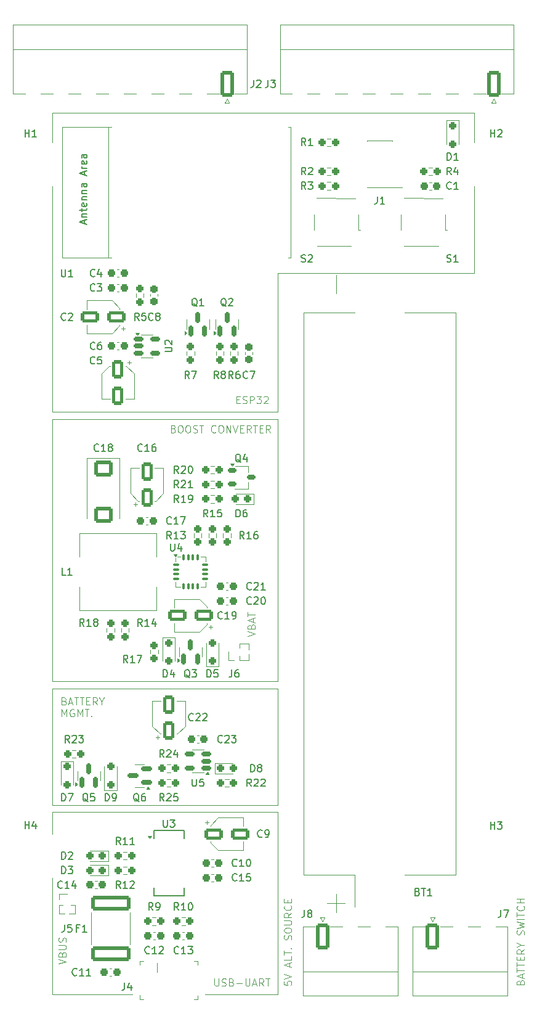
<source format=gbr>
G04 #@! TF.GenerationSoftware,KiCad,Pcbnew,8.0.5-8.0.5-0~ubuntu24.04.1*
G04 #@! TF.CreationDate,2024-10-12T21:44:42+03:00*
G04 #@! TF.ProjectId,esp32-main,65737033-322d-46d6-9169-6e2e6b696361,A*
G04 #@! TF.SameCoordinates,Original*
G04 #@! TF.FileFunction,Legend,Top*
G04 #@! TF.FilePolarity,Positive*
%FSLAX46Y46*%
G04 Gerber Fmt 4.6, Leading zero omitted, Abs format (unit mm)*
G04 Created by KiCad (PCBNEW 8.0.5-8.0.5-0~ubuntu24.04.1) date 2024-10-12 21:44:42*
%MOMM*%
%LPD*%
G01*
G04 APERTURE LIST*
G04 Aperture macros list*
%AMRoundRect*
0 Rectangle with rounded corners*
0 $1 Rounding radius*
0 $2 $3 $4 $5 $6 $7 $8 $9 X,Y pos of 4 corners*
0 Add a 4 corners polygon primitive as box body*
4,1,4,$2,$3,$4,$5,$6,$7,$8,$9,$2,$3,0*
0 Add four circle primitives for the rounded corners*
1,1,$1+$1,$2,$3*
1,1,$1+$1,$4,$5*
1,1,$1+$1,$6,$7*
1,1,$1+$1,$8,$9*
0 Add four rect primitives between the rounded corners*
20,1,$1+$1,$2,$3,$4,$5,0*
20,1,$1+$1,$4,$5,$6,$7,0*
20,1,$1+$1,$6,$7,$8,$9,0*
20,1,$1+$1,$8,$9,$2,$3,0*%
G04 Aperture macros list end*
%ADD10C,0.100000*%
%ADD11C,0.150000*%
%ADD12C,0.120000*%
%ADD13RoundRect,0.250000X-0.650000X-1.550000X0.650000X-1.550000X0.650000X1.550000X-0.650000X1.550000X0*%
%ADD14O,1.800000X3.600000*%
%ADD15R,2.200000X2.200000*%
%ADD16C,2.200000*%
%ADD17RoundRect,0.237500X-0.237500X0.300000X-0.237500X-0.300000X0.237500X-0.300000X0.237500X0.300000X0*%
%ADD18R,2.700000X3.600000*%
%ADD19RoundRect,0.237500X0.237500X-0.250000X0.237500X0.250000X-0.237500X0.250000X-0.237500X-0.250000X0*%
%ADD20RoundRect,0.237500X0.250000X0.237500X-0.250000X0.237500X-0.250000X-0.237500X0.250000X-0.237500X0*%
%ADD21RoundRect,0.237500X-0.237500X0.250000X-0.237500X-0.250000X0.237500X-0.250000X0.237500X0.250000X0*%
%ADD22RoundRect,0.237500X-0.300000X-0.237500X0.300000X-0.237500X0.300000X0.237500X-0.300000X0.237500X0*%
%ADD23RoundRect,0.237500X-0.250000X-0.237500X0.250000X-0.237500X0.250000X0.237500X-0.250000X0.237500X0*%
%ADD24RoundRect,0.162500X-0.447500X-0.162500X0.447500X-0.162500X0.447500X0.162500X-0.447500X0.162500X0*%
%ADD25C,3.200000*%
%ADD26RoundRect,0.237500X-0.287500X-0.237500X0.287500X-0.237500X0.287500X0.237500X-0.287500X0.237500X0*%
%ADD27RoundRect,0.250000X-0.550000X1.050000X-0.550000X-1.050000X0.550000X-1.050000X0.550000X1.050000X0*%
%ADD28RoundRect,0.150000X0.512500X0.150000X-0.512500X0.150000X-0.512500X-0.150000X0.512500X-0.150000X0*%
%ADD29RoundRect,0.250000X0.550000X-1.050000X0.550000X1.050000X-0.550000X1.050000X-0.550000X-1.050000X0*%
%ADD30R,0.450000X1.380000*%
%ADD31R,2.375000X1.900000*%
%ADD32R,1.475000X2.100000*%
%ADD33R,1.175000X1.900000*%
%ADD34R,1.000000X1.000000*%
%ADD35O,1.000000X1.000000*%
%ADD36RoundRect,0.237500X0.237500X-0.300000X0.237500X0.300000X-0.237500X0.300000X-0.237500X-0.300000X0*%
%ADD37RoundRect,0.250000X-1.025000X0.875000X-1.025000X-0.875000X1.025000X-0.875000X1.025000X0.875000X0*%
%ADD38RoundRect,0.237500X0.300000X0.237500X-0.300000X0.237500X-0.300000X-0.237500X0.300000X-0.237500X0*%
%ADD39RoundRect,0.237500X0.287500X0.237500X-0.287500X0.237500X-0.287500X-0.237500X0.287500X-0.237500X0*%
%ADD40R,2.400000X0.740000*%
%ADD41R,0.900000X1.500000*%
%ADD42R,0.900000X0.900000*%
%ADD43RoundRect,0.250001X2.474999X-0.799999X2.474999X0.799999X-2.474999X0.799999X-2.474999X-0.799999X0*%
%ADD44R,1.200000X0.400000*%
%ADD45RoundRect,0.250000X-1.050000X-0.550000X1.050000X-0.550000X1.050000X0.550000X-1.050000X0.550000X0*%
%ADD46RoundRect,0.150000X0.587500X0.150000X-0.587500X0.150000X-0.587500X-0.150000X0.587500X-0.150000X0*%
%ADD47RoundRect,0.087500X-0.325000X-0.087500X0.325000X-0.087500X0.325000X0.087500X-0.325000X0.087500X0*%
%ADD48RoundRect,0.087500X-0.087500X-0.325000X0.087500X-0.325000X0.087500X0.325000X-0.087500X0.325000X0*%
%ADD49R,2.700000X2.700000*%
%ADD50RoundRect,0.250000X-0.250000X0.250000X-0.250000X-0.250000X0.250000X-0.250000X0.250000X0.250000X0*%
%ADD51RoundRect,0.150000X0.150000X-0.587500X0.150000X0.587500X-0.150000X0.587500X-0.150000X-0.587500X0*%
%ADD52RoundRect,0.150000X-0.512500X-0.150000X0.512500X-0.150000X0.512500X0.150000X-0.512500X0.150000X0*%
%ADD53RoundRect,0.250000X1.050000X0.550000X-1.050000X0.550000X-1.050000X-0.550000X1.050000X-0.550000X0*%
%ADD54RoundRect,0.250000X0.650000X1.550000X-0.650000X1.550000X-0.650000X-1.550000X0.650000X-1.550000X0*%
%ADD55C,2.390000*%
%ADD56C,3.450000*%
%ADD57R,6.350000X7.340000*%
%ADD58RoundRect,0.250000X0.250000X-0.250000X0.250000X0.250000X-0.250000X0.250000X-0.250000X-0.250000X0*%
G04 APERTURE END LIST*
D10*
X146000000Y-129000000D02*
X147000000Y-129000000D01*
X116000000Y-130000000D02*
X116000000Y-133000000D01*
X116000000Y-79000000D02*
X116000000Y-76000000D01*
X146000000Y-155000000D02*
X147000000Y-155000000D01*
X147000000Y-71000000D02*
X147000000Y-56000000D01*
X147000000Y-112000000D02*
X147000000Y-79000000D01*
X146000000Y-113000000D02*
X147000000Y-113000000D01*
X146000000Y-130000000D02*
X147000000Y-130000000D01*
X146000000Y-155000000D02*
X137000000Y-155000000D01*
X125000000Y-113000000D02*
X146000000Y-113000000D01*
X116000000Y-130000000D02*
X146000000Y-130000000D01*
X146000000Y-129000000D02*
X125000000Y-129000000D01*
X116000000Y-112000000D02*
X147000000Y-112000000D01*
X116000000Y-34000000D02*
X116000000Y-38000000D01*
X127000000Y-155000000D02*
X116000000Y-155000000D01*
X116000000Y-129000000D02*
X125000000Y-129000000D01*
X147000000Y-71000000D02*
X147000000Y-74000000D01*
X116000000Y-71000000D02*
X116000000Y-75000000D01*
X174000000Y-55000000D02*
X174000000Y-44000000D01*
X116000000Y-129000000D02*
X116000000Y-113000000D01*
X147000000Y-79000000D02*
X147000000Y-76000000D01*
X116000000Y-34000000D02*
X174000000Y-34000000D01*
X116000000Y-76000000D02*
X117000000Y-76000000D01*
X147000000Y-74000000D02*
X147000000Y-75000000D01*
X116000000Y-155000000D02*
X116000000Y-139000000D01*
X116000000Y-113000000D02*
X125000000Y-113000000D01*
X147000000Y-113000000D02*
X147000000Y-129000000D01*
X174000000Y-56000000D02*
X147000000Y-56000000D01*
X174000000Y-34000000D02*
X174000000Y-38000000D01*
X174000000Y-55000000D02*
X174000000Y-56000000D01*
X116000000Y-71000000D02*
X116000000Y-44000000D01*
X147000000Y-76000000D02*
X117000000Y-76000000D01*
X147000000Y-130000000D02*
X147000000Y-155000000D01*
X116000000Y-79000000D02*
X116000000Y-112000000D01*
X147000000Y-75000000D02*
X116000000Y-75000000D01*
X116872419Y-150838972D02*
X117872419Y-150505639D01*
X117872419Y-150505639D02*
X116872419Y-150172306D01*
X117348609Y-149505639D02*
X117396228Y-149362782D01*
X117396228Y-149362782D02*
X117443847Y-149315163D01*
X117443847Y-149315163D02*
X117539085Y-149267544D01*
X117539085Y-149267544D02*
X117681942Y-149267544D01*
X117681942Y-149267544D02*
X117777180Y-149315163D01*
X117777180Y-149315163D02*
X117824800Y-149362782D01*
X117824800Y-149362782D02*
X117872419Y-149458020D01*
X117872419Y-149458020D02*
X117872419Y-149838972D01*
X117872419Y-149838972D02*
X116872419Y-149838972D01*
X116872419Y-149838972D02*
X116872419Y-149505639D01*
X116872419Y-149505639D02*
X116920038Y-149410401D01*
X116920038Y-149410401D02*
X116967657Y-149362782D01*
X116967657Y-149362782D02*
X117062895Y-149315163D01*
X117062895Y-149315163D02*
X117158133Y-149315163D01*
X117158133Y-149315163D02*
X117253371Y-149362782D01*
X117253371Y-149362782D02*
X117300990Y-149410401D01*
X117300990Y-149410401D02*
X117348609Y-149505639D01*
X117348609Y-149505639D02*
X117348609Y-149838972D01*
X116872419Y-148838972D02*
X117681942Y-148838972D01*
X117681942Y-148838972D02*
X117777180Y-148791353D01*
X117777180Y-148791353D02*
X117824800Y-148743734D01*
X117824800Y-148743734D02*
X117872419Y-148648496D01*
X117872419Y-148648496D02*
X117872419Y-148458020D01*
X117872419Y-148458020D02*
X117824800Y-148362782D01*
X117824800Y-148362782D02*
X117777180Y-148315163D01*
X117777180Y-148315163D02*
X117681942Y-148267544D01*
X117681942Y-148267544D02*
X116872419Y-148267544D01*
X117824800Y-147838972D02*
X117872419Y-147696115D01*
X117872419Y-147696115D02*
X117872419Y-147458020D01*
X117872419Y-147458020D02*
X117824800Y-147362782D01*
X117824800Y-147362782D02*
X117777180Y-147315163D01*
X117777180Y-147315163D02*
X117681942Y-147267544D01*
X117681942Y-147267544D02*
X117586704Y-147267544D01*
X117586704Y-147267544D02*
X117491466Y-147315163D01*
X117491466Y-147315163D02*
X117443847Y-147362782D01*
X117443847Y-147362782D02*
X117396228Y-147458020D01*
X117396228Y-147458020D02*
X117348609Y-147648496D01*
X117348609Y-147648496D02*
X117300990Y-147743734D01*
X117300990Y-147743734D02*
X117253371Y-147791353D01*
X117253371Y-147791353D02*
X117158133Y-147838972D01*
X117158133Y-147838972D02*
X117062895Y-147838972D01*
X117062895Y-147838972D02*
X116967657Y-147791353D01*
X116967657Y-147791353D02*
X116920038Y-147743734D01*
X116920038Y-147743734D02*
X116872419Y-147648496D01*
X116872419Y-147648496D02*
X116872419Y-147410401D01*
X116872419Y-147410401D02*
X116920038Y-147267544D01*
X141303884Y-73348609D02*
X141637217Y-73348609D01*
X141780074Y-73872419D02*
X141303884Y-73872419D01*
X141303884Y-73872419D02*
X141303884Y-72872419D01*
X141303884Y-72872419D02*
X141780074Y-72872419D01*
X142161027Y-73824800D02*
X142303884Y-73872419D01*
X142303884Y-73872419D02*
X142541979Y-73872419D01*
X142541979Y-73872419D02*
X142637217Y-73824800D01*
X142637217Y-73824800D02*
X142684836Y-73777180D01*
X142684836Y-73777180D02*
X142732455Y-73681942D01*
X142732455Y-73681942D02*
X142732455Y-73586704D01*
X142732455Y-73586704D02*
X142684836Y-73491466D01*
X142684836Y-73491466D02*
X142637217Y-73443847D01*
X142637217Y-73443847D02*
X142541979Y-73396228D01*
X142541979Y-73396228D02*
X142351503Y-73348609D01*
X142351503Y-73348609D02*
X142256265Y-73300990D01*
X142256265Y-73300990D02*
X142208646Y-73253371D01*
X142208646Y-73253371D02*
X142161027Y-73158133D01*
X142161027Y-73158133D02*
X142161027Y-73062895D01*
X142161027Y-73062895D02*
X142208646Y-72967657D01*
X142208646Y-72967657D02*
X142256265Y-72920038D01*
X142256265Y-72920038D02*
X142351503Y-72872419D01*
X142351503Y-72872419D02*
X142589598Y-72872419D01*
X142589598Y-72872419D02*
X142732455Y-72920038D01*
X143161027Y-73872419D02*
X143161027Y-72872419D01*
X143161027Y-72872419D02*
X143541979Y-72872419D01*
X143541979Y-72872419D02*
X143637217Y-72920038D01*
X143637217Y-72920038D02*
X143684836Y-72967657D01*
X143684836Y-72967657D02*
X143732455Y-73062895D01*
X143732455Y-73062895D02*
X143732455Y-73205752D01*
X143732455Y-73205752D02*
X143684836Y-73300990D01*
X143684836Y-73300990D02*
X143637217Y-73348609D01*
X143637217Y-73348609D02*
X143541979Y-73396228D01*
X143541979Y-73396228D02*
X143161027Y-73396228D01*
X144065789Y-72872419D02*
X144684836Y-72872419D01*
X144684836Y-72872419D02*
X144351503Y-73253371D01*
X144351503Y-73253371D02*
X144494360Y-73253371D01*
X144494360Y-73253371D02*
X144589598Y-73300990D01*
X144589598Y-73300990D02*
X144637217Y-73348609D01*
X144637217Y-73348609D02*
X144684836Y-73443847D01*
X144684836Y-73443847D02*
X144684836Y-73681942D01*
X144684836Y-73681942D02*
X144637217Y-73777180D01*
X144637217Y-73777180D02*
X144589598Y-73824800D01*
X144589598Y-73824800D02*
X144494360Y-73872419D01*
X144494360Y-73872419D02*
X144208646Y-73872419D01*
X144208646Y-73872419D02*
X144113408Y-73824800D01*
X144113408Y-73824800D02*
X144065789Y-73777180D01*
X145065789Y-72967657D02*
X145113408Y-72920038D01*
X145113408Y-72920038D02*
X145208646Y-72872419D01*
X145208646Y-72872419D02*
X145446741Y-72872419D01*
X145446741Y-72872419D02*
X145541979Y-72920038D01*
X145541979Y-72920038D02*
X145589598Y-72967657D01*
X145589598Y-72967657D02*
X145637217Y-73062895D01*
X145637217Y-73062895D02*
X145637217Y-73158133D01*
X145637217Y-73158133D02*
X145589598Y-73300990D01*
X145589598Y-73300990D02*
X145018170Y-73872419D01*
X145018170Y-73872419D02*
X145637217Y-73872419D01*
X180348609Y-153362782D02*
X180396228Y-153219925D01*
X180396228Y-153219925D02*
X180443847Y-153172306D01*
X180443847Y-153172306D02*
X180539085Y-153124687D01*
X180539085Y-153124687D02*
X180681942Y-153124687D01*
X180681942Y-153124687D02*
X180777180Y-153172306D01*
X180777180Y-153172306D02*
X180824800Y-153219925D01*
X180824800Y-153219925D02*
X180872419Y-153315163D01*
X180872419Y-153315163D02*
X180872419Y-153696115D01*
X180872419Y-153696115D02*
X179872419Y-153696115D01*
X179872419Y-153696115D02*
X179872419Y-153362782D01*
X179872419Y-153362782D02*
X179920038Y-153267544D01*
X179920038Y-153267544D02*
X179967657Y-153219925D01*
X179967657Y-153219925D02*
X180062895Y-153172306D01*
X180062895Y-153172306D02*
X180158133Y-153172306D01*
X180158133Y-153172306D02*
X180253371Y-153219925D01*
X180253371Y-153219925D02*
X180300990Y-153267544D01*
X180300990Y-153267544D02*
X180348609Y-153362782D01*
X180348609Y-153362782D02*
X180348609Y-153696115D01*
X180586704Y-152743734D02*
X180586704Y-152267544D01*
X180872419Y-152838972D02*
X179872419Y-152505639D01*
X179872419Y-152505639D02*
X180872419Y-152172306D01*
X179872419Y-151981829D02*
X179872419Y-151410401D01*
X180872419Y-151696115D02*
X179872419Y-151696115D01*
X179872419Y-151219924D02*
X179872419Y-150648496D01*
X180872419Y-150934210D02*
X179872419Y-150934210D01*
X180348609Y-150315162D02*
X180348609Y-149981829D01*
X180872419Y-149838972D02*
X180872419Y-150315162D01*
X180872419Y-150315162D02*
X179872419Y-150315162D01*
X179872419Y-150315162D02*
X179872419Y-149838972D01*
X180872419Y-148838972D02*
X180396228Y-149172305D01*
X180872419Y-149410400D02*
X179872419Y-149410400D01*
X179872419Y-149410400D02*
X179872419Y-149029448D01*
X179872419Y-149029448D02*
X179920038Y-148934210D01*
X179920038Y-148934210D02*
X179967657Y-148886591D01*
X179967657Y-148886591D02*
X180062895Y-148838972D01*
X180062895Y-148838972D02*
X180205752Y-148838972D01*
X180205752Y-148838972D02*
X180300990Y-148886591D01*
X180300990Y-148886591D02*
X180348609Y-148934210D01*
X180348609Y-148934210D02*
X180396228Y-149029448D01*
X180396228Y-149029448D02*
X180396228Y-149410400D01*
X180396228Y-148219924D02*
X180872419Y-148219924D01*
X179872419Y-148553257D02*
X180396228Y-148219924D01*
X180396228Y-148219924D02*
X179872419Y-147886591D01*
X180824800Y-146838971D02*
X180872419Y-146696114D01*
X180872419Y-146696114D02*
X180872419Y-146458019D01*
X180872419Y-146458019D02*
X180824800Y-146362781D01*
X180824800Y-146362781D02*
X180777180Y-146315162D01*
X180777180Y-146315162D02*
X180681942Y-146267543D01*
X180681942Y-146267543D02*
X180586704Y-146267543D01*
X180586704Y-146267543D02*
X180491466Y-146315162D01*
X180491466Y-146315162D02*
X180443847Y-146362781D01*
X180443847Y-146362781D02*
X180396228Y-146458019D01*
X180396228Y-146458019D02*
X180348609Y-146648495D01*
X180348609Y-146648495D02*
X180300990Y-146743733D01*
X180300990Y-146743733D02*
X180253371Y-146791352D01*
X180253371Y-146791352D02*
X180158133Y-146838971D01*
X180158133Y-146838971D02*
X180062895Y-146838971D01*
X180062895Y-146838971D02*
X179967657Y-146791352D01*
X179967657Y-146791352D02*
X179920038Y-146743733D01*
X179920038Y-146743733D02*
X179872419Y-146648495D01*
X179872419Y-146648495D02*
X179872419Y-146410400D01*
X179872419Y-146410400D02*
X179920038Y-146267543D01*
X179872419Y-145934209D02*
X180872419Y-145696114D01*
X180872419Y-145696114D02*
X180158133Y-145505638D01*
X180158133Y-145505638D02*
X180872419Y-145315162D01*
X180872419Y-145315162D02*
X179872419Y-145077067D01*
X180872419Y-144696114D02*
X179872419Y-144696114D01*
X179872419Y-144362781D02*
X179872419Y-143791353D01*
X180872419Y-144077067D02*
X179872419Y-144077067D01*
X180777180Y-142886591D02*
X180824800Y-142934210D01*
X180824800Y-142934210D02*
X180872419Y-143077067D01*
X180872419Y-143077067D02*
X180872419Y-143172305D01*
X180872419Y-143172305D02*
X180824800Y-143315162D01*
X180824800Y-143315162D02*
X180729561Y-143410400D01*
X180729561Y-143410400D02*
X180634323Y-143458019D01*
X180634323Y-143458019D02*
X180443847Y-143505638D01*
X180443847Y-143505638D02*
X180300990Y-143505638D01*
X180300990Y-143505638D02*
X180110514Y-143458019D01*
X180110514Y-143458019D02*
X180015276Y-143410400D01*
X180015276Y-143410400D02*
X179920038Y-143315162D01*
X179920038Y-143315162D02*
X179872419Y-143172305D01*
X179872419Y-143172305D02*
X179872419Y-143077067D01*
X179872419Y-143077067D02*
X179920038Y-142934210D01*
X179920038Y-142934210D02*
X179967657Y-142886591D01*
X180872419Y-142458019D02*
X179872419Y-142458019D01*
X180348609Y-142458019D02*
X180348609Y-141886591D01*
X180872419Y-141886591D02*
X179872419Y-141886591D01*
X142872419Y-105838972D02*
X143872419Y-105505639D01*
X143872419Y-105505639D02*
X142872419Y-105172306D01*
X143348609Y-104505639D02*
X143396228Y-104362782D01*
X143396228Y-104362782D02*
X143443847Y-104315163D01*
X143443847Y-104315163D02*
X143539085Y-104267544D01*
X143539085Y-104267544D02*
X143681942Y-104267544D01*
X143681942Y-104267544D02*
X143777180Y-104315163D01*
X143777180Y-104315163D02*
X143824800Y-104362782D01*
X143824800Y-104362782D02*
X143872419Y-104458020D01*
X143872419Y-104458020D02*
X143872419Y-104838972D01*
X143872419Y-104838972D02*
X142872419Y-104838972D01*
X142872419Y-104838972D02*
X142872419Y-104505639D01*
X142872419Y-104505639D02*
X142920038Y-104410401D01*
X142920038Y-104410401D02*
X142967657Y-104362782D01*
X142967657Y-104362782D02*
X143062895Y-104315163D01*
X143062895Y-104315163D02*
X143158133Y-104315163D01*
X143158133Y-104315163D02*
X143253371Y-104362782D01*
X143253371Y-104362782D02*
X143300990Y-104410401D01*
X143300990Y-104410401D02*
X143348609Y-104505639D01*
X143348609Y-104505639D02*
X143348609Y-104838972D01*
X143586704Y-103886591D02*
X143586704Y-103410401D01*
X143872419Y-103981829D02*
X142872419Y-103648496D01*
X142872419Y-103648496D02*
X143872419Y-103315163D01*
X142872419Y-103124686D02*
X142872419Y-102553258D01*
X143872419Y-102838972D02*
X142872419Y-102838972D01*
X147872419Y-153219925D02*
X147872419Y-153696115D01*
X147872419Y-153696115D02*
X148348609Y-153743734D01*
X148348609Y-153743734D02*
X148300990Y-153696115D01*
X148300990Y-153696115D02*
X148253371Y-153600877D01*
X148253371Y-153600877D02*
X148253371Y-153362782D01*
X148253371Y-153362782D02*
X148300990Y-153267544D01*
X148300990Y-153267544D02*
X148348609Y-153219925D01*
X148348609Y-153219925D02*
X148443847Y-153172306D01*
X148443847Y-153172306D02*
X148681942Y-153172306D01*
X148681942Y-153172306D02*
X148777180Y-153219925D01*
X148777180Y-153219925D02*
X148824800Y-153267544D01*
X148824800Y-153267544D02*
X148872419Y-153362782D01*
X148872419Y-153362782D02*
X148872419Y-153600877D01*
X148872419Y-153600877D02*
X148824800Y-153696115D01*
X148824800Y-153696115D02*
X148777180Y-153743734D01*
X147872419Y-152886591D02*
X148872419Y-152553258D01*
X148872419Y-152553258D02*
X147872419Y-152219925D01*
X148586704Y-151172305D02*
X148586704Y-150696115D01*
X148872419Y-151267543D02*
X147872419Y-150934210D01*
X147872419Y-150934210D02*
X148872419Y-150600877D01*
X148872419Y-149791353D02*
X148872419Y-150267543D01*
X148872419Y-150267543D02*
X147872419Y-150267543D01*
X147872419Y-149600876D02*
X147872419Y-149029448D01*
X148872419Y-149315162D02*
X147872419Y-149315162D01*
X148777180Y-148696114D02*
X148824800Y-148648495D01*
X148824800Y-148648495D02*
X148872419Y-148696114D01*
X148872419Y-148696114D02*
X148824800Y-148743733D01*
X148824800Y-148743733D02*
X148777180Y-148696114D01*
X148777180Y-148696114D02*
X148872419Y-148696114D01*
X148824800Y-147505638D02*
X148872419Y-147362781D01*
X148872419Y-147362781D02*
X148872419Y-147124686D01*
X148872419Y-147124686D02*
X148824800Y-147029448D01*
X148824800Y-147029448D02*
X148777180Y-146981829D01*
X148777180Y-146981829D02*
X148681942Y-146934210D01*
X148681942Y-146934210D02*
X148586704Y-146934210D01*
X148586704Y-146934210D02*
X148491466Y-146981829D01*
X148491466Y-146981829D02*
X148443847Y-147029448D01*
X148443847Y-147029448D02*
X148396228Y-147124686D01*
X148396228Y-147124686D02*
X148348609Y-147315162D01*
X148348609Y-147315162D02*
X148300990Y-147410400D01*
X148300990Y-147410400D02*
X148253371Y-147458019D01*
X148253371Y-147458019D02*
X148158133Y-147505638D01*
X148158133Y-147505638D02*
X148062895Y-147505638D01*
X148062895Y-147505638D02*
X147967657Y-147458019D01*
X147967657Y-147458019D02*
X147920038Y-147410400D01*
X147920038Y-147410400D02*
X147872419Y-147315162D01*
X147872419Y-147315162D02*
X147872419Y-147077067D01*
X147872419Y-147077067D02*
X147920038Y-146934210D01*
X147872419Y-146315162D02*
X147872419Y-146124686D01*
X147872419Y-146124686D02*
X147920038Y-146029448D01*
X147920038Y-146029448D02*
X148015276Y-145934210D01*
X148015276Y-145934210D02*
X148205752Y-145886591D01*
X148205752Y-145886591D02*
X148539085Y-145886591D01*
X148539085Y-145886591D02*
X148729561Y-145934210D01*
X148729561Y-145934210D02*
X148824800Y-146029448D01*
X148824800Y-146029448D02*
X148872419Y-146124686D01*
X148872419Y-146124686D02*
X148872419Y-146315162D01*
X148872419Y-146315162D02*
X148824800Y-146410400D01*
X148824800Y-146410400D02*
X148729561Y-146505638D01*
X148729561Y-146505638D02*
X148539085Y-146553257D01*
X148539085Y-146553257D02*
X148205752Y-146553257D01*
X148205752Y-146553257D02*
X148015276Y-146505638D01*
X148015276Y-146505638D02*
X147920038Y-146410400D01*
X147920038Y-146410400D02*
X147872419Y-146315162D01*
X147872419Y-145458019D02*
X148681942Y-145458019D01*
X148681942Y-145458019D02*
X148777180Y-145410400D01*
X148777180Y-145410400D02*
X148824800Y-145362781D01*
X148824800Y-145362781D02*
X148872419Y-145267543D01*
X148872419Y-145267543D02*
X148872419Y-145077067D01*
X148872419Y-145077067D02*
X148824800Y-144981829D01*
X148824800Y-144981829D02*
X148777180Y-144934210D01*
X148777180Y-144934210D02*
X148681942Y-144886591D01*
X148681942Y-144886591D02*
X147872419Y-144886591D01*
X148872419Y-143838972D02*
X148396228Y-144172305D01*
X148872419Y-144410400D02*
X147872419Y-144410400D01*
X147872419Y-144410400D02*
X147872419Y-144029448D01*
X147872419Y-144029448D02*
X147920038Y-143934210D01*
X147920038Y-143934210D02*
X147967657Y-143886591D01*
X147967657Y-143886591D02*
X148062895Y-143838972D01*
X148062895Y-143838972D02*
X148205752Y-143838972D01*
X148205752Y-143838972D02*
X148300990Y-143886591D01*
X148300990Y-143886591D02*
X148348609Y-143934210D01*
X148348609Y-143934210D02*
X148396228Y-144029448D01*
X148396228Y-144029448D02*
X148396228Y-144410400D01*
X148777180Y-142838972D02*
X148824800Y-142886591D01*
X148824800Y-142886591D02*
X148872419Y-143029448D01*
X148872419Y-143029448D02*
X148872419Y-143124686D01*
X148872419Y-143124686D02*
X148824800Y-143267543D01*
X148824800Y-143267543D02*
X148729561Y-143362781D01*
X148729561Y-143362781D02*
X148634323Y-143410400D01*
X148634323Y-143410400D02*
X148443847Y-143458019D01*
X148443847Y-143458019D02*
X148300990Y-143458019D01*
X148300990Y-143458019D02*
X148110514Y-143410400D01*
X148110514Y-143410400D02*
X148015276Y-143362781D01*
X148015276Y-143362781D02*
X147920038Y-143267543D01*
X147920038Y-143267543D02*
X147872419Y-143124686D01*
X147872419Y-143124686D02*
X147872419Y-143029448D01*
X147872419Y-143029448D02*
X147920038Y-142886591D01*
X147920038Y-142886591D02*
X147967657Y-142838972D01*
X148348609Y-142410400D02*
X148348609Y-142077067D01*
X148872419Y-141934210D02*
X148872419Y-142410400D01*
X148872419Y-142410400D02*
X147872419Y-142410400D01*
X147872419Y-142410400D02*
X147872419Y-141934210D01*
X138303884Y-152872419D02*
X138303884Y-153681942D01*
X138303884Y-153681942D02*
X138351503Y-153777180D01*
X138351503Y-153777180D02*
X138399122Y-153824800D01*
X138399122Y-153824800D02*
X138494360Y-153872419D01*
X138494360Y-153872419D02*
X138684836Y-153872419D01*
X138684836Y-153872419D02*
X138780074Y-153824800D01*
X138780074Y-153824800D02*
X138827693Y-153777180D01*
X138827693Y-153777180D02*
X138875312Y-153681942D01*
X138875312Y-153681942D02*
X138875312Y-152872419D01*
X139303884Y-153824800D02*
X139446741Y-153872419D01*
X139446741Y-153872419D02*
X139684836Y-153872419D01*
X139684836Y-153872419D02*
X139780074Y-153824800D01*
X139780074Y-153824800D02*
X139827693Y-153777180D01*
X139827693Y-153777180D02*
X139875312Y-153681942D01*
X139875312Y-153681942D02*
X139875312Y-153586704D01*
X139875312Y-153586704D02*
X139827693Y-153491466D01*
X139827693Y-153491466D02*
X139780074Y-153443847D01*
X139780074Y-153443847D02*
X139684836Y-153396228D01*
X139684836Y-153396228D02*
X139494360Y-153348609D01*
X139494360Y-153348609D02*
X139399122Y-153300990D01*
X139399122Y-153300990D02*
X139351503Y-153253371D01*
X139351503Y-153253371D02*
X139303884Y-153158133D01*
X139303884Y-153158133D02*
X139303884Y-153062895D01*
X139303884Y-153062895D02*
X139351503Y-152967657D01*
X139351503Y-152967657D02*
X139399122Y-152920038D01*
X139399122Y-152920038D02*
X139494360Y-152872419D01*
X139494360Y-152872419D02*
X139732455Y-152872419D01*
X139732455Y-152872419D02*
X139875312Y-152920038D01*
X140637217Y-153348609D02*
X140780074Y-153396228D01*
X140780074Y-153396228D02*
X140827693Y-153443847D01*
X140827693Y-153443847D02*
X140875312Y-153539085D01*
X140875312Y-153539085D02*
X140875312Y-153681942D01*
X140875312Y-153681942D02*
X140827693Y-153777180D01*
X140827693Y-153777180D02*
X140780074Y-153824800D01*
X140780074Y-153824800D02*
X140684836Y-153872419D01*
X140684836Y-153872419D02*
X140303884Y-153872419D01*
X140303884Y-153872419D02*
X140303884Y-152872419D01*
X140303884Y-152872419D02*
X140637217Y-152872419D01*
X140637217Y-152872419D02*
X140732455Y-152920038D01*
X140732455Y-152920038D02*
X140780074Y-152967657D01*
X140780074Y-152967657D02*
X140827693Y-153062895D01*
X140827693Y-153062895D02*
X140827693Y-153158133D01*
X140827693Y-153158133D02*
X140780074Y-153253371D01*
X140780074Y-153253371D02*
X140732455Y-153300990D01*
X140732455Y-153300990D02*
X140637217Y-153348609D01*
X140637217Y-153348609D02*
X140303884Y-153348609D01*
X141303884Y-153491466D02*
X142065789Y-153491466D01*
X142541979Y-152872419D02*
X142541979Y-153681942D01*
X142541979Y-153681942D02*
X142589598Y-153777180D01*
X142589598Y-153777180D02*
X142637217Y-153824800D01*
X142637217Y-153824800D02*
X142732455Y-153872419D01*
X142732455Y-153872419D02*
X142922931Y-153872419D01*
X142922931Y-153872419D02*
X143018169Y-153824800D01*
X143018169Y-153824800D02*
X143065788Y-153777180D01*
X143065788Y-153777180D02*
X143113407Y-153681942D01*
X143113407Y-153681942D02*
X143113407Y-152872419D01*
X143541979Y-153586704D02*
X144018169Y-153586704D01*
X143446741Y-153872419D02*
X143780074Y-152872419D01*
X143780074Y-152872419D02*
X144113407Y-153872419D01*
X145018169Y-153872419D02*
X144684836Y-153396228D01*
X144446741Y-153872419D02*
X144446741Y-152872419D01*
X144446741Y-152872419D02*
X144827693Y-152872419D01*
X144827693Y-152872419D02*
X144922931Y-152920038D01*
X144922931Y-152920038D02*
X144970550Y-152967657D01*
X144970550Y-152967657D02*
X145018169Y-153062895D01*
X145018169Y-153062895D02*
X145018169Y-153205752D01*
X145018169Y-153205752D02*
X144970550Y-153300990D01*
X144970550Y-153300990D02*
X144922931Y-153348609D01*
X144922931Y-153348609D02*
X144827693Y-153396228D01*
X144827693Y-153396228D02*
X144446741Y-153396228D01*
X145303884Y-152872419D02*
X145875312Y-152872419D01*
X145589598Y-153872419D02*
X145589598Y-152872419D01*
X117637217Y-114738665D02*
X117780074Y-114786284D01*
X117780074Y-114786284D02*
X117827693Y-114833903D01*
X117827693Y-114833903D02*
X117875312Y-114929141D01*
X117875312Y-114929141D02*
X117875312Y-115071998D01*
X117875312Y-115071998D02*
X117827693Y-115167236D01*
X117827693Y-115167236D02*
X117780074Y-115214856D01*
X117780074Y-115214856D02*
X117684836Y-115262475D01*
X117684836Y-115262475D02*
X117303884Y-115262475D01*
X117303884Y-115262475D02*
X117303884Y-114262475D01*
X117303884Y-114262475D02*
X117637217Y-114262475D01*
X117637217Y-114262475D02*
X117732455Y-114310094D01*
X117732455Y-114310094D02*
X117780074Y-114357713D01*
X117780074Y-114357713D02*
X117827693Y-114452951D01*
X117827693Y-114452951D02*
X117827693Y-114548189D01*
X117827693Y-114548189D02*
X117780074Y-114643427D01*
X117780074Y-114643427D02*
X117732455Y-114691046D01*
X117732455Y-114691046D02*
X117637217Y-114738665D01*
X117637217Y-114738665D02*
X117303884Y-114738665D01*
X118256265Y-114976760D02*
X118732455Y-114976760D01*
X118161027Y-115262475D02*
X118494360Y-114262475D01*
X118494360Y-114262475D02*
X118827693Y-115262475D01*
X119018170Y-114262475D02*
X119589598Y-114262475D01*
X119303884Y-115262475D02*
X119303884Y-114262475D01*
X119780075Y-114262475D02*
X120351503Y-114262475D01*
X120065789Y-115262475D02*
X120065789Y-114262475D01*
X120684837Y-114738665D02*
X121018170Y-114738665D01*
X121161027Y-115262475D02*
X120684837Y-115262475D01*
X120684837Y-115262475D02*
X120684837Y-114262475D01*
X120684837Y-114262475D02*
X121161027Y-114262475D01*
X122161027Y-115262475D02*
X121827694Y-114786284D01*
X121589599Y-115262475D02*
X121589599Y-114262475D01*
X121589599Y-114262475D02*
X121970551Y-114262475D01*
X121970551Y-114262475D02*
X122065789Y-114310094D01*
X122065789Y-114310094D02*
X122113408Y-114357713D01*
X122113408Y-114357713D02*
X122161027Y-114452951D01*
X122161027Y-114452951D02*
X122161027Y-114595808D01*
X122161027Y-114595808D02*
X122113408Y-114691046D01*
X122113408Y-114691046D02*
X122065789Y-114738665D01*
X122065789Y-114738665D02*
X121970551Y-114786284D01*
X121970551Y-114786284D02*
X121589599Y-114786284D01*
X122780075Y-114786284D02*
X122780075Y-115262475D01*
X122446742Y-114262475D02*
X122780075Y-114786284D01*
X122780075Y-114786284D02*
X123113408Y-114262475D01*
X117303884Y-116872419D02*
X117303884Y-115872419D01*
X117303884Y-115872419D02*
X117637217Y-116586704D01*
X117637217Y-116586704D02*
X117970550Y-115872419D01*
X117970550Y-115872419D02*
X117970550Y-116872419D01*
X118970550Y-115920038D02*
X118875312Y-115872419D01*
X118875312Y-115872419D02*
X118732455Y-115872419D01*
X118732455Y-115872419D02*
X118589598Y-115920038D01*
X118589598Y-115920038D02*
X118494360Y-116015276D01*
X118494360Y-116015276D02*
X118446741Y-116110514D01*
X118446741Y-116110514D02*
X118399122Y-116300990D01*
X118399122Y-116300990D02*
X118399122Y-116443847D01*
X118399122Y-116443847D02*
X118446741Y-116634323D01*
X118446741Y-116634323D02*
X118494360Y-116729561D01*
X118494360Y-116729561D02*
X118589598Y-116824800D01*
X118589598Y-116824800D02*
X118732455Y-116872419D01*
X118732455Y-116872419D02*
X118827693Y-116872419D01*
X118827693Y-116872419D02*
X118970550Y-116824800D01*
X118970550Y-116824800D02*
X119018169Y-116777180D01*
X119018169Y-116777180D02*
X119018169Y-116443847D01*
X119018169Y-116443847D02*
X118827693Y-116443847D01*
X119446741Y-116872419D02*
X119446741Y-115872419D01*
X119446741Y-115872419D02*
X119780074Y-116586704D01*
X119780074Y-116586704D02*
X120113407Y-115872419D01*
X120113407Y-115872419D02*
X120113407Y-116872419D01*
X120446741Y-115872419D02*
X121018169Y-115872419D01*
X120732455Y-116872419D02*
X120732455Y-115872419D01*
X121351503Y-116777180D02*
X121399122Y-116824800D01*
X121399122Y-116824800D02*
X121351503Y-116872419D01*
X121351503Y-116872419D02*
X121303884Y-116824800D01*
X121303884Y-116824800D02*
X121351503Y-116777180D01*
X121351503Y-116777180D02*
X121351503Y-116872419D01*
X132637217Y-77348609D02*
X132780074Y-77396228D01*
X132780074Y-77396228D02*
X132827693Y-77443847D01*
X132827693Y-77443847D02*
X132875312Y-77539085D01*
X132875312Y-77539085D02*
X132875312Y-77681942D01*
X132875312Y-77681942D02*
X132827693Y-77777180D01*
X132827693Y-77777180D02*
X132780074Y-77824800D01*
X132780074Y-77824800D02*
X132684836Y-77872419D01*
X132684836Y-77872419D02*
X132303884Y-77872419D01*
X132303884Y-77872419D02*
X132303884Y-76872419D01*
X132303884Y-76872419D02*
X132637217Y-76872419D01*
X132637217Y-76872419D02*
X132732455Y-76920038D01*
X132732455Y-76920038D02*
X132780074Y-76967657D01*
X132780074Y-76967657D02*
X132827693Y-77062895D01*
X132827693Y-77062895D02*
X132827693Y-77158133D01*
X132827693Y-77158133D02*
X132780074Y-77253371D01*
X132780074Y-77253371D02*
X132732455Y-77300990D01*
X132732455Y-77300990D02*
X132637217Y-77348609D01*
X132637217Y-77348609D02*
X132303884Y-77348609D01*
X133494360Y-76872419D02*
X133684836Y-76872419D01*
X133684836Y-76872419D02*
X133780074Y-76920038D01*
X133780074Y-76920038D02*
X133875312Y-77015276D01*
X133875312Y-77015276D02*
X133922931Y-77205752D01*
X133922931Y-77205752D02*
X133922931Y-77539085D01*
X133922931Y-77539085D02*
X133875312Y-77729561D01*
X133875312Y-77729561D02*
X133780074Y-77824800D01*
X133780074Y-77824800D02*
X133684836Y-77872419D01*
X133684836Y-77872419D02*
X133494360Y-77872419D01*
X133494360Y-77872419D02*
X133399122Y-77824800D01*
X133399122Y-77824800D02*
X133303884Y-77729561D01*
X133303884Y-77729561D02*
X133256265Y-77539085D01*
X133256265Y-77539085D02*
X133256265Y-77205752D01*
X133256265Y-77205752D02*
X133303884Y-77015276D01*
X133303884Y-77015276D02*
X133399122Y-76920038D01*
X133399122Y-76920038D02*
X133494360Y-76872419D01*
X134541979Y-76872419D02*
X134732455Y-76872419D01*
X134732455Y-76872419D02*
X134827693Y-76920038D01*
X134827693Y-76920038D02*
X134922931Y-77015276D01*
X134922931Y-77015276D02*
X134970550Y-77205752D01*
X134970550Y-77205752D02*
X134970550Y-77539085D01*
X134970550Y-77539085D02*
X134922931Y-77729561D01*
X134922931Y-77729561D02*
X134827693Y-77824800D01*
X134827693Y-77824800D02*
X134732455Y-77872419D01*
X134732455Y-77872419D02*
X134541979Y-77872419D01*
X134541979Y-77872419D02*
X134446741Y-77824800D01*
X134446741Y-77824800D02*
X134351503Y-77729561D01*
X134351503Y-77729561D02*
X134303884Y-77539085D01*
X134303884Y-77539085D02*
X134303884Y-77205752D01*
X134303884Y-77205752D02*
X134351503Y-77015276D01*
X134351503Y-77015276D02*
X134446741Y-76920038D01*
X134446741Y-76920038D02*
X134541979Y-76872419D01*
X135351503Y-77824800D02*
X135494360Y-77872419D01*
X135494360Y-77872419D02*
X135732455Y-77872419D01*
X135732455Y-77872419D02*
X135827693Y-77824800D01*
X135827693Y-77824800D02*
X135875312Y-77777180D01*
X135875312Y-77777180D02*
X135922931Y-77681942D01*
X135922931Y-77681942D02*
X135922931Y-77586704D01*
X135922931Y-77586704D02*
X135875312Y-77491466D01*
X135875312Y-77491466D02*
X135827693Y-77443847D01*
X135827693Y-77443847D02*
X135732455Y-77396228D01*
X135732455Y-77396228D02*
X135541979Y-77348609D01*
X135541979Y-77348609D02*
X135446741Y-77300990D01*
X135446741Y-77300990D02*
X135399122Y-77253371D01*
X135399122Y-77253371D02*
X135351503Y-77158133D01*
X135351503Y-77158133D02*
X135351503Y-77062895D01*
X135351503Y-77062895D02*
X135399122Y-76967657D01*
X135399122Y-76967657D02*
X135446741Y-76920038D01*
X135446741Y-76920038D02*
X135541979Y-76872419D01*
X135541979Y-76872419D02*
X135780074Y-76872419D01*
X135780074Y-76872419D02*
X135922931Y-76920038D01*
X136208646Y-76872419D02*
X136780074Y-76872419D01*
X136494360Y-77872419D02*
X136494360Y-76872419D01*
X138446741Y-77777180D02*
X138399122Y-77824800D01*
X138399122Y-77824800D02*
X138256265Y-77872419D01*
X138256265Y-77872419D02*
X138161027Y-77872419D01*
X138161027Y-77872419D02*
X138018170Y-77824800D01*
X138018170Y-77824800D02*
X137922932Y-77729561D01*
X137922932Y-77729561D02*
X137875313Y-77634323D01*
X137875313Y-77634323D02*
X137827694Y-77443847D01*
X137827694Y-77443847D02*
X137827694Y-77300990D01*
X137827694Y-77300990D02*
X137875313Y-77110514D01*
X137875313Y-77110514D02*
X137922932Y-77015276D01*
X137922932Y-77015276D02*
X138018170Y-76920038D01*
X138018170Y-76920038D02*
X138161027Y-76872419D01*
X138161027Y-76872419D02*
X138256265Y-76872419D01*
X138256265Y-76872419D02*
X138399122Y-76920038D01*
X138399122Y-76920038D02*
X138446741Y-76967657D01*
X139065789Y-76872419D02*
X139256265Y-76872419D01*
X139256265Y-76872419D02*
X139351503Y-76920038D01*
X139351503Y-76920038D02*
X139446741Y-77015276D01*
X139446741Y-77015276D02*
X139494360Y-77205752D01*
X139494360Y-77205752D02*
X139494360Y-77539085D01*
X139494360Y-77539085D02*
X139446741Y-77729561D01*
X139446741Y-77729561D02*
X139351503Y-77824800D01*
X139351503Y-77824800D02*
X139256265Y-77872419D01*
X139256265Y-77872419D02*
X139065789Y-77872419D01*
X139065789Y-77872419D02*
X138970551Y-77824800D01*
X138970551Y-77824800D02*
X138875313Y-77729561D01*
X138875313Y-77729561D02*
X138827694Y-77539085D01*
X138827694Y-77539085D02*
X138827694Y-77205752D01*
X138827694Y-77205752D02*
X138875313Y-77015276D01*
X138875313Y-77015276D02*
X138970551Y-76920038D01*
X138970551Y-76920038D02*
X139065789Y-76872419D01*
X139922932Y-77872419D02*
X139922932Y-76872419D01*
X139922932Y-76872419D02*
X140494360Y-77872419D01*
X140494360Y-77872419D02*
X140494360Y-76872419D01*
X140827694Y-76872419D02*
X141161027Y-77872419D01*
X141161027Y-77872419D02*
X141494360Y-76872419D01*
X141827694Y-77348609D02*
X142161027Y-77348609D01*
X142303884Y-77872419D02*
X141827694Y-77872419D01*
X141827694Y-77872419D02*
X141827694Y-76872419D01*
X141827694Y-76872419D02*
X142303884Y-76872419D01*
X143303884Y-77872419D02*
X142970551Y-77396228D01*
X142732456Y-77872419D02*
X142732456Y-76872419D01*
X142732456Y-76872419D02*
X143113408Y-76872419D01*
X143113408Y-76872419D02*
X143208646Y-76920038D01*
X143208646Y-76920038D02*
X143256265Y-76967657D01*
X143256265Y-76967657D02*
X143303884Y-77062895D01*
X143303884Y-77062895D02*
X143303884Y-77205752D01*
X143303884Y-77205752D02*
X143256265Y-77300990D01*
X143256265Y-77300990D02*
X143208646Y-77348609D01*
X143208646Y-77348609D02*
X143113408Y-77396228D01*
X143113408Y-77396228D02*
X142732456Y-77396228D01*
X143589599Y-76872419D02*
X144161027Y-76872419D01*
X143875313Y-77872419D02*
X143875313Y-76872419D01*
X144494361Y-77348609D02*
X144827694Y-77348609D01*
X144970551Y-77872419D02*
X144494361Y-77872419D01*
X144494361Y-77872419D02*
X144494361Y-76872419D01*
X144494361Y-76872419D02*
X144970551Y-76872419D01*
X145970551Y-77872419D02*
X145637218Y-77396228D01*
X145399123Y-77872419D02*
X145399123Y-76872419D01*
X145399123Y-76872419D02*
X145780075Y-76872419D01*
X145780075Y-76872419D02*
X145875313Y-76920038D01*
X145875313Y-76920038D02*
X145922932Y-76967657D01*
X145922932Y-76967657D02*
X145970551Y-77062895D01*
X145970551Y-77062895D02*
X145970551Y-77205752D01*
X145970551Y-77205752D02*
X145922932Y-77300990D01*
X145922932Y-77300990D02*
X145875313Y-77348609D01*
X145875313Y-77348609D02*
X145780075Y-77396228D01*
X145780075Y-77396228D02*
X145399123Y-77396228D01*
D11*
X150666666Y-143454819D02*
X150666666Y-144169104D01*
X150666666Y-144169104D02*
X150619047Y-144311961D01*
X150619047Y-144311961D02*
X150523809Y-144407200D01*
X150523809Y-144407200D02*
X150380952Y-144454819D01*
X150380952Y-144454819D02*
X150285714Y-144454819D01*
X151285714Y-143883390D02*
X151190476Y-143835771D01*
X151190476Y-143835771D02*
X151142857Y-143788152D01*
X151142857Y-143788152D02*
X151095238Y-143692914D01*
X151095238Y-143692914D02*
X151095238Y-143645295D01*
X151095238Y-143645295D02*
X151142857Y-143550057D01*
X151142857Y-143550057D02*
X151190476Y-143502438D01*
X151190476Y-143502438D02*
X151285714Y-143454819D01*
X151285714Y-143454819D02*
X151476190Y-143454819D01*
X151476190Y-143454819D02*
X151571428Y-143502438D01*
X151571428Y-143502438D02*
X151619047Y-143550057D01*
X151619047Y-143550057D02*
X151666666Y-143645295D01*
X151666666Y-143645295D02*
X151666666Y-143692914D01*
X151666666Y-143692914D02*
X151619047Y-143788152D01*
X151619047Y-143788152D02*
X151571428Y-143835771D01*
X151571428Y-143835771D02*
X151476190Y-143883390D01*
X151476190Y-143883390D02*
X151285714Y-143883390D01*
X151285714Y-143883390D02*
X151190476Y-143931009D01*
X151190476Y-143931009D02*
X151142857Y-143978628D01*
X151142857Y-143978628D02*
X151095238Y-144073866D01*
X151095238Y-144073866D02*
X151095238Y-144264342D01*
X151095238Y-144264342D02*
X151142857Y-144359580D01*
X151142857Y-144359580D02*
X151190476Y-144407200D01*
X151190476Y-144407200D02*
X151285714Y-144454819D01*
X151285714Y-144454819D02*
X151476190Y-144454819D01*
X151476190Y-144454819D02*
X151571428Y-144407200D01*
X151571428Y-144407200D02*
X151619047Y-144359580D01*
X151619047Y-144359580D02*
X151666666Y-144264342D01*
X151666666Y-144264342D02*
X151666666Y-144073866D01*
X151666666Y-144073866D02*
X151619047Y-143978628D01*
X151619047Y-143978628D02*
X151571428Y-143931009D01*
X151571428Y-143931009D02*
X151476190Y-143883390D01*
X177666666Y-143454819D02*
X177666666Y-144169104D01*
X177666666Y-144169104D02*
X177619047Y-144311961D01*
X177619047Y-144311961D02*
X177523809Y-144407200D01*
X177523809Y-144407200D02*
X177380952Y-144454819D01*
X177380952Y-144454819D02*
X177285714Y-144454819D01*
X178047619Y-143454819D02*
X178714285Y-143454819D01*
X178714285Y-143454819D02*
X178285714Y-144454819D01*
X170238095Y-54407200D02*
X170380952Y-54454819D01*
X170380952Y-54454819D02*
X170619047Y-54454819D01*
X170619047Y-54454819D02*
X170714285Y-54407200D01*
X170714285Y-54407200D02*
X170761904Y-54359580D01*
X170761904Y-54359580D02*
X170809523Y-54264342D01*
X170809523Y-54264342D02*
X170809523Y-54169104D01*
X170809523Y-54169104D02*
X170761904Y-54073866D01*
X170761904Y-54073866D02*
X170714285Y-54026247D01*
X170714285Y-54026247D02*
X170619047Y-53978628D01*
X170619047Y-53978628D02*
X170428571Y-53931009D01*
X170428571Y-53931009D02*
X170333333Y-53883390D01*
X170333333Y-53883390D02*
X170285714Y-53835771D01*
X170285714Y-53835771D02*
X170238095Y-53740533D01*
X170238095Y-53740533D02*
X170238095Y-53645295D01*
X170238095Y-53645295D02*
X170285714Y-53550057D01*
X170285714Y-53550057D02*
X170333333Y-53502438D01*
X170333333Y-53502438D02*
X170428571Y-53454819D01*
X170428571Y-53454819D02*
X170666666Y-53454819D01*
X170666666Y-53454819D02*
X170809523Y-53502438D01*
X171761904Y-54454819D02*
X171190476Y-54454819D01*
X171476190Y-54454819D02*
X171476190Y-53454819D01*
X171476190Y-53454819D02*
X171380952Y-53597676D01*
X171380952Y-53597676D02*
X171285714Y-53692914D01*
X171285714Y-53692914D02*
X171190476Y-53740533D01*
X150238095Y-54407200D02*
X150380952Y-54454819D01*
X150380952Y-54454819D02*
X150619047Y-54454819D01*
X150619047Y-54454819D02*
X150714285Y-54407200D01*
X150714285Y-54407200D02*
X150761904Y-54359580D01*
X150761904Y-54359580D02*
X150809523Y-54264342D01*
X150809523Y-54264342D02*
X150809523Y-54169104D01*
X150809523Y-54169104D02*
X150761904Y-54073866D01*
X150761904Y-54073866D02*
X150714285Y-54026247D01*
X150714285Y-54026247D02*
X150619047Y-53978628D01*
X150619047Y-53978628D02*
X150428571Y-53931009D01*
X150428571Y-53931009D02*
X150333333Y-53883390D01*
X150333333Y-53883390D02*
X150285714Y-53835771D01*
X150285714Y-53835771D02*
X150238095Y-53740533D01*
X150238095Y-53740533D02*
X150238095Y-53645295D01*
X150238095Y-53645295D02*
X150285714Y-53550057D01*
X150285714Y-53550057D02*
X150333333Y-53502438D01*
X150333333Y-53502438D02*
X150428571Y-53454819D01*
X150428571Y-53454819D02*
X150666666Y-53454819D01*
X150666666Y-53454819D02*
X150809523Y-53502438D01*
X151190476Y-53550057D02*
X151238095Y-53502438D01*
X151238095Y-53502438D02*
X151333333Y-53454819D01*
X151333333Y-53454819D02*
X151571428Y-53454819D01*
X151571428Y-53454819D02*
X151666666Y-53502438D01*
X151666666Y-53502438D02*
X151714285Y-53550057D01*
X151714285Y-53550057D02*
X151761904Y-53645295D01*
X151761904Y-53645295D02*
X151761904Y-53740533D01*
X151761904Y-53740533D02*
X151714285Y-53883390D01*
X151714285Y-53883390D02*
X151142857Y-54454819D01*
X151142857Y-54454819D02*
X151761904Y-54454819D01*
X129833333Y-62359580D02*
X129785714Y-62407200D01*
X129785714Y-62407200D02*
X129642857Y-62454819D01*
X129642857Y-62454819D02*
X129547619Y-62454819D01*
X129547619Y-62454819D02*
X129404762Y-62407200D01*
X129404762Y-62407200D02*
X129309524Y-62311961D01*
X129309524Y-62311961D02*
X129261905Y-62216723D01*
X129261905Y-62216723D02*
X129214286Y-62026247D01*
X129214286Y-62026247D02*
X129214286Y-61883390D01*
X129214286Y-61883390D02*
X129261905Y-61692914D01*
X129261905Y-61692914D02*
X129309524Y-61597676D01*
X129309524Y-61597676D02*
X129404762Y-61502438D01*
X129404762Y-61502438D02*
X129547619Y-61454819D01*
X129547619Y-61454819D02*
X129642857Y-61454819D01*
X129642857Y-61454819D02*
X129785714Y-61502438D01*
X129785714Y-61502438D02*
X129833333Y-61550057D01*
X130404762Y-61883390D02*
X130309524Y-61835771D01*
X130309524Y-61835771D02*
X130261905Y-61788152D01*
X130261905Y-61788152D02*
X130214286Y-61692914D01*
X130214286Y-61692914D02*
X130214286Y-61645295D01*
X130214286Y-61645295D02*
X130261905Y-61550057D01*
X130261905Y-61550057D02*
X130309524Y-61502438D01*
X130309524Y-61502438D02*
X130404762Y-61454819D01*
X130404762Y-61454819D02*
X130595238Y-61454819D01*
X130595238Y-61454819D02*
X130690476Y-61502438D01*
X130690476Y-61502438D02*
X130738095Y-61550057D01*
X130738095Y-61550057D02*
X130785714Y-61645295D01*
X130785714Y-61645295D02*
X130785714Y-61692914D01*
X130785714Y-61692914D02*
X130738095Y-61788152D01*
X130738095Y-61788152D02*
X130690476Y-61835771D01*
X130690476Y-61835771D02*
X130595238Y-61883390D01*
X130595238Y-61883390D02*
X130404762Y-61883390D01*
X130404762Y-61883390D02*
X130309524Y-61931009D01*
X130309524Y-61931009D02*
X130261905Y-61978628D01*
X130261905Y-61978628D02*
X130214286Y-62073866D01*
X130214286Y-62073866D02*
X130214286Y-62264342D01*
X130214286Y-62264342D02*
X130261905Y-62359580D01*
X130261905Y-62359580D02*
X130309524Y-62407200D01*
X130309524Y-62407200D02*
X130404762Y-62454819D01*
X130404762Y-62454819D02*
X130595238Y-62454819D01*
X130595238Y-62454819D02*
X130690476Y-62407200D01*
X130690476Y-62407200D02*
X130738095Y-62359580D01*
X130738095Y-62359580D02*
X130785714Y-62264342D01*
X130785714Y-62264342D02*
X130785714Y-62073866D01*
X130785714Y-62073866D02*
X130738095Y-61978628D01*
X130738095Y-61978628D02*
X130690476Y-61931009D01*
X130690476Y-61931009D02*
X130595238Y-61883390D01*
X117833333Y-97454819D02*
X117357143Y-97454819D01*
X117357143Y-97454819D02*
X117357143Y-96454819D01*
X118690476Y-97454819D02*
X118119048Y-97454819D01*
X118404762Y-97454819D02*
X118404762Y-96454819D01*
X118404762Y-96454819D02*
X118309524Y-96597676D01*
X118309524Y-96597676D02*
X118214286Y-96692914D01*
X118214286Y-96692914D02*
X118119048Y-96740533D01*
X137357142Y-89454819D02*
X137023809Y-88978628D01*
X136785714Y-89454819D02*
X136785714Y-88454819D01*
X136785714Y-88454819D02*
X137166666Y-88454819D01*
X137166666Y-88454819D02*
X137261904Y-88502438D01*
X137261904Y-88502438D02*
X137309523Y-88550057D01*
X137309523Y-88550057D02*
X137357142Y-88645295D01*
X137357142Y-88645295D02*
X137357142Y-88788152D01*
X137357142Y-88788152D02*
X137309523Y-88883390D01*
X137309523Y-88883390D02*
X137261904Y-88931009D01*
X137261904Y-88931009D02*
X137166666Y-88978628D01*
X137166666Y-88978628D02*
X136785714Y-88978628D01*
X138309523Y-89454819D02*
X137738095Y-89454819D01*
X138023809Y-89454819D02*
X138023809Y-88454819D01*
X138023809Y-88454819D02*
X137928571Y-88597676D01*
X137928571Y-88597676D02*
X137833333Y-88692914D01*
X137833333Y-88692914D02*
X137738095Y-88740533D01*
X139214285Y-88454819D02*
X138738095Y-88454819D01*
X138738095Y-88454819D02*
X138690476Y-88931009D01*
X138690476Y-88931009D02*
X138738095Y-88883390D01*
X138738095Y-88883390D02*
X138833333Y-88835771D01*
X138833333Y-88835771D02*
X139071428Y-88835771D01*
X139071428Y-88835771D02*
X139166666Y-88883390D01*
X139166666Y-88883390D02*
X139214285Y-88931009D01*
X139214285Y-88931009D02*
X139261904Y-89026247D01*
X139261904Y-89026247D02*
X139261904Y-89264342D01*
X139261904Y-89264342D02*
X139214285Y-89359580D01*
X139214285Y-89359580D02*
X139166666Y-89407200D01*
X139166666Y-89407200D02*
X139071428Y-89454819D01*
X139071428Y-89454819D02*
X138833333Y-89454819D01*
X138833333Y-89454819D02*
X138738095Y-89407200D01*
X138738095Y-89407200D02*
X138690476Y-89359580D01*
X131357142Y-122454819D02*
X131023809Y-121978628D01*
X130785714Y-122454819D02*
X130785714Y-121454819D01*
X130785714Y-121454819D02*
X131166666Y-121454819D01*
X131166666Y-121454819D02*
X131261904Y-121502438D01*
X131261904Y-121502438D02*
X131309523Y-121550057D01*
X131309523Y-121550057D02*
X131357142Y-121645295D01*
X131357142Y-121645295D02*
X131357142Y-121788152D01*
X131357142Y-121788152D02*
X131309523Y-121883390D01*
X131309523Y-121883390D02*
X131261904Y-121931009D01*
X131261904Y-121931009D02*
X131166666Y-121978628D01*
X131166666Y-121978628D02*
X130785714Y-121978628D01*
X131738095Y-121550057D02*
X131785714Y-121502438D01*
X131785714Y-121502438D02*
X131880952Y-121454819D01*
X131880952Y-121454819D02*
X132119047Y-121454819D01*
X132119047Y-121454819D02*
X132214285Y-121502438D01*
X132214285Y-121502438D02*
X132261904Y-121550057D01*
X132261904Y-121550057D02*
X132309523Y-121645295D01*
X132309523Y-121645295D02*
X132309523Y-121740533D01*
X132309523Y-121740533D02*
X132261904Y-121883390D01*
X132261904Y-121883390D02*
X131690476Y-122454819D01*
X131690476Y-122454819D02*
X132309523Y-122454819D01*
X133166666Y-121788152D02*
X133166666Y-122454819D01*
X132928571Y-121407200D02*
X132690476Y-122121485D01*
X132690476Y-122121485D02*
X133309523Y-122121485D01*
X142357142Y-92454819D02*
X142023809Y-91978628D01*
X141785714Y-92454819D02*
X141785714Y-91454819D01*
X141785714Y-91454819D02*
X142166666Y-91454819D01*
X142166666Y-91454819D02*
X142261904Y-91502438D01*
X142261904Y-91502438D02*
X142309523Y-91550057D01*
X142309523Y-91550057D02*
X142357142Y-91645295D01*
X142357142Y-91645295D02*
X142357142Y-91788152D01*
X142357142Y-91788152D02*
X142309523Y-91883390D01*
X142309523Y-91883390D02*
X142261904Y-91931009D01*
X142261904Y-91931009D02*
X142166666Y-91978628D01*
X142166666Y-91978628D02*
X141785714Y-91978628D01*
X143309523Y-92454819D02*
X142738095Y-92454819D01*
X143023809Y-92454819D02*
X143023809Y-91454819D01*
X143023809Y-91454819D02*
X142928571Y-91597676D01*
X142928571Y-91597676D02*
X142833333Y-91692914D01*
X142833333Y-91692914D02*
X142738095Y-91740533D01*
X144166666Y-91454819D02*
X143976190Y-91454819D01*
X143976190Y-91454819D02*
X143880952Y-91502438D01*
X143880952Y-91502438D02*
X143833333Y-91550057D01*
X143833333Y-91550057D02*
X143738095Y-91692914D01*
X143738095Y-91692914D02*
X143690476Y-91883390D01*
X143690476Y-91883390D02*
X143690476Y-92264342D01*
X143690476Y-92264342D02*
X143738095Y-92359580D01*
X143738095Y-92359580D02*
X143785714Y-92407200D01*
X143785714Y-92407200D02*
X143880952Y-92454819D01*
X143880952Y-92454819D02*
X144071428Y-92454819D01*
X144071428Y-92454819D02*
X144166666Y-92407200D01*
X144166666Y-92407200D02*
X144214285Y-92359580D01*
X144214285Y-92359580D02*
X144261904Y-92264342D01*
X144261904Y-92264342D02*
X144261904Y-92026247D01*
X144261904Y-92026247D02*
X144214285Y-91931009D01*
X144214285Y-91931009D02*
X144166666Y-91883390D01*
X144166666Y-91883390D02*
X144071428Y-91835771D01*
X144071428Y-91835771D02*
X143880952Y-91835771D01*
X143880952Y-91835771D02*
X143785714Y-91883390D01*
X143785714Y-91883390D02*
X143738095Y-91931009D01*
X143738095Y-91931009D02*
X143690476Y-92026247D01*
X143357142Y-99359580D02*
X143309523Y-99407200D01*
X143309523Y-99407200D02*
X143166666Y-99454819D01*
X143166666Y-99454819D02*
X143071428Y-99454819D01*
X143071428Y-99454819D02*
X142928571Y-99407200D01*
X142928571Y-99407200D02*
X142833333Y-99311961D01*
X142833333Y-99311961D02*
X142785714Y-99216723D01*
X142785714Y-99216723D02*
X142738095Y-99026247D01*
X142738095Y-99026247D02*
X142738095Y-98883390D01*
X142738095Y-98883390D02*
X142785714Y-98692914D01*
X142785714Y-98692914D02*
X142833333Y-98597676D01*
X142833333Y-98597676D02*
X142928571Y-98502438D01*
X142928571Y-98502438D02*
X143071428Y-98454819D01*
X143071428Y-98454819D02*
X143166666Y-98454819D01*
X143166666Y-98454819D02*
X143309523Y-98502438D01*
X143309523Y-98502438D02*
X143357142Y-98550057D01*
X143738095Y-98550057D02*
X143785714Y-98502438D01*
X143785714Y-98502438D02*
X143880952Y-98454819D01*
X143880952Y-98454819D02*
X144119047Y-98454819D01*
X144119047Y-98454819D02*
X144214285Y-98502438D01*
X144214285Y-98502438D02*
X144261904Y-98550057D01*
X144261904Y-98550057D02*
X144309523Y-98645295D01*
X144309523Y-98645295D02*
X144309523Y-98740533D01*
X144309523Y-98740533D02*
X144261904Y-98883390D01*
X144261904Y-98883390D02*
X143690476Y-99454819D01*
X143690476Y-99454819D02*
X144309523Y-99454819D01*
X145261904Y-99454819D02*
X144690476Y-99454819D01*
X144976190Y-99454819D02*
X144976190Y-98454819D01*
X144976190Y-98454819D02*
X144880952Y-98597676D01*
X144880952Y-98597676D02*
X144785714Y-98692914D01*
X144785714Y-98692914D02*
X144690476Y-98740533D01*
X170833333Y-42454819D02*
X170500000Y-41978628D01*
X170261905Y-42454819D02*
X170261905Y-41454819D01*
X170261905Y-41454819D02*
X170642857Y-41454819D01*
X170642857Y-41454819D02*
X170738095Y-41502438D01*
X170738095Y-41502438D02*
X170785714Y-41550057D01*
X170785714Y-41550057D02*
X170833333Y-41645295D01*
X170833333Y-41645295D02*
X170833333Y-41788152D01*
X170833333Y-41788152D02*
X170785714Y-41883390D01*
X170785714Y-41883390D02*
X170738095Y-41931009D01*
X170738095Y-41931009D02*
X170642857Y-41978628D01*
X170642857Y-41978628D02*
X170261905Y-41978628D01*
X171690476Y-41788152D02*
X171690476Y-42454819D01*
X171452381Y-41407200D02*
X171214286Y-42121485D01*
X171214286Y-42121485D02*
X171833333Y-42121485D01*
X141904761Y-81950057D02*
X141809523Y-81902438D01*
X141809523Y-81902438D02*
X141714285Y-81807200D01*
X141714285Y-81807200D02*
X141571428Y-81664342D01*
X141571428Y-81664342D02*
X141476190Y-81616723D01*
X141476190Y-81616723D02*
X141380952Y-81616723D01*
X141428571Y-81854819D02*
X141333333Y-81807200D01*
X141333333Y-81807200D02*
X141238095Y-81711961D01*
X141238095Y-81711961D02*
X141190476Y-81521485D01*
X141190476Y-81521485D02*
X141190476Y-81188152D01*
X141190476Y-81188152D02*
X141238095Y-80997676D01*
X141238095Y-80997676D02*
X141333333Y-80902438D01*
X141333333Y-80902438D02*
X141428571Y-80854819D01*
X141428571Y-80854819D02*
X141619047Y-80854819D01*
X141619047Y-80854819D02*
X141714285Y-80902438D01*
X141714285Y-80902438D02*
X141809523Y-80997676D01*
X141809523Y-80997676D02*
X141857142Y-81188152D01*
X141857142Y-81188152D02*
X141857142Y-81521485D01*
X141857142Y-81521485D02*
X141809523Y-81711961D01*
X141809523Y-81711961D02*
X141714285Y-81807200D01*
X141714285Y-81807200D02*
X141619047Y-81854819D01*
X141619047Y-81854819D02*
X141428571Y-81854819D01*
X142714285Y-81188152D02*
X142714285Y-81854819D01*
X142476190Y-80807200D02*
X142238095Y-81521485D01*
X142238095Y-81521485D02*
X142857142Y-81521485D01*
X176238095Y-37254819D02*
X176238095Y-36254819D01*
X176238095Y-36731009D02*
X176809523Y-36731009D01*
X176809523Y-37254819D02*
X176809523Y-36254819D01*
X177238095Y-36350057D02*
X177285714Y-36302438D01*
X177285714Y-36302438D02*
X177380952Y-36254819D01*
X177380952Y-36254819D02*
X177619047Y-36254819D01*
X177619047Y-36254819D02*
X177714285Y-36302438D01*
X177714285Y-36302438D02*
X177761904Y-36350057D01*
X177761904Y-36350057D02*
X177809523Y-36445295D01*
X177809523Y-36445295D02*
X177809523Y-36540533D01*
X177809523Y-36540533D02*
X177761904Y-36683390D01*
X177761904Y-36683390D02*
X177190476Y-37254819D01*
X177190476Y-37254819D02*
X177809523Y-37254819D01*
X143261905Y-124454819D02*
X143261905Y-123454819D01*
X143261905Y-123454819D02*
X143500000Y-123454819D01*
X143500000Y-123454819D02*
X143642857Y-123502438D01*
X143642857Y-123502438D02*
X143738095Y-123597676D01*
X143738095Y-123597676D02*
X143785714Y-123692914D01*
X143785714Y-123692914D02*
X143833333Y-123883390D01*
X143833333Y-123883390D02*
X143833333Y-124026247D01*
X143833333Y-124026247D02*
X143785714Y-124216723D01*
X143785714Y-124216723D02*
X143738095Y-124311961D01*
X143738095Y-124311961D02*
X143642857Y-124407200D01*
X143642857Y-124407200D02*
X143500000Y-124454819D01*
X143500000Y-124454819D02*
X143261905Y-124454819D01*
X144404762Y-123883390D02*
X144309524Y-123835771D01*
X144309524Y-123835771D02*
X144261905Y-123788152D01*
X144261905Y-123788152D02*
X144214286Y-123692914D01*
X144214286Y-123692914D02*
X144214286Y-123645295D01*
X144214286Y-123645295D02*
X144261905Y-123550057D01*
X144261905Y-123550057D02*
X144309524Y-123502438D01*
X144309524Y-123502438D02*
X144404762Y-123454819D01*
X144404762Y-123454819D02*
X144595238Y-123454819D01*
X144595238Y-123454819D02*
X144690476Y-123502438D01*
X144690476Y-123502438D02*
X144738095Y-123550057D01*
X144738095Y-123550057D02*
X144785714Y-123645295D01*
X144785714Y-123645295D02*
X144785714Y-123692914D01*
X144785714Y-123692914D02*
X144738095Y-123788152D01*
X144738095Y-123788152D02*
X144690476Y-123835771D01*
X144690476Y-123835771D02*
X144595238Y-123883390D01*
X144595238Y-123883390D02*
X144404762Y-123883390D01*
X144404762Y-123883390D02*
X144309524Y-123931009D01*
X144309524Y-123931009D02*
X144261905Y-123978628D01*
X144261905Y-123978628D02*
X144214286Y-124073866D01*
X144214286Y-124073866D02*
X144214286Y-124264342D01*
X144214286Y-124264342D02*
X144261905Y-124359580D01*
X144261905Y-124359580D02*
X144309524Y-124407200D01*
X144309524Y-124407200D02*
X144404762Y-124454819D01*
X144404762Y-124454819D02*
X144595238Y-124454819D01*
X144595238Y-124454819D02*
X144690476Y-124407200D01*
X144690476Y-124407200D02*
X144738095Y-124359580D01*
X144738095Y-124359580D02*
X144785714Y-124264342D01*
X144785714Y-124264342D02*
X144785714Y-124073866D01*
X144785714Y-124073866D02*
X144738095Y-123978628D01*
X144738095Y-123978628D02*
X144690476Y-123931009D01*
X144690476Y-123931009D02*
X144595238Y-123883390D01*
X121833333Y-68359580D02*
X121785714Y-68407200D01*
X121785714Y-68407200D02*
X121642857Y-68454819D01*
X121642857Y-68454819D02*
X121547619Y-68454819D01*
X121547619Y-68454819D02*
X121404762Y-68407200D01*
X121404762Y-68407200D02*
X121309524Y-68311961D01*
X121309524Y-68311961D02*
X121261905Y-68216723D01*
X121261905Y-68216723D02*
X121214286Y-68026247D01*
X121214286Y-68026247D02*
X121214286Y-67883390D01*
X121214286Y-67883390D02*
X121261905Y-67692914D01*
X121261905Y-67692914D02*
X121309524Y-67597676D01*
X121309524Y-67597676D02*
X121404762Y-67502438D01*
X121404762Y-67502438D02*
X121547619Y-67454819D01*
X121547619Y-67454819D02*
X121642857Y-67454819D01*
X121642857Y-67454819D02*
X121785714Y-67502438D01*
X121785714Y-67502438D02*
X121833333Y-67550057D01*
X122738095Y-67454819D02*
X122261905Y-67454819D01*
X122261905Y-67454819D02*
X122214286Y-67931009D01*
X122214286Y-67931009D02*
X122261905Y-67883390D01*
X122261905Y-67883390D02*
X122357143Y-67835771D01*
X122357143Y-67835771D02*
X122595238Y-67835771D01*
X122595238Y-67835771D02*
X122690476Y-67883390D01*
X122690476Y-67883390D02*
X122738095Y-67931009D01*
X122738095Y-67931009D02*
X122785714Y-68026247D01*
X122785714Y-68026247D02*
X122785714Y-68264342D01*
X122785714Y-68264342D02*
X122738095Y-68359580D01*
X122738095Y-68359580D02*
X122690476Y-68407200D01*
X122690476Y-68407200D02*
X122595238Y-68454819D01*
X122595238Y-68454819D02*
X122357143Y-68454819D01*
X122357143Y-68454819D02*
X122261905Y-68407200D01*
X122261905Y-68407200D02*
X122214286Y-68359580D01*
X131357142Y-128454819D02*
X131023809Y-127978628D01*
X130785714Y-128454819D02*
X130785714Y-127454819D01*
X130785714Y-127454819D02*
X131166666Y-127454819D01*
X131166666Y-127454819D02*
X131261904Y-127502438D01*
X131261904Y-127502438D02*
X131309523Y-127550057D01*
X131309523Y-127550057D02*
X131357142Y-127645295D01*
X131357142Y-127645295D02*
X131357142Y-127788152D01*
X131357142Y-127788152D02*
X131309523Y-127883390D01*
X131309523Y-127883390D02*
X131261904Y-127931009D01*
X131261904Y-127931009D02*
X131166666Y-127978628D01*
X131166666Y-127978628D02*
X130785714Y-127978628D01*
X131738095Y-127550057D02*
X131785714Y-127502438D01*
X131785714Y-127502438D02*
X131880952Y-127454819D01*
X131880952Y-127454819D02*
X132119047Y-127454819D01*
X132119047Y-127454819D02*
X132214285Y-127502438D01*
X132214285Y-127502438D02*
X132261904Y-127550057D01*
X132261904Y-127550057D02*
X132309523Y-127645295D01*
X132309523Y-127645295D02*
X132309523Y-127740533D01*
X132309523Y-127740533D02*
X132261904Y-127883390D01*
X132261904Y-127883390D02*
X131690476Y-128454819D01*
X131690476Y-128454819D02*
X132309523Y-128454819D01*
X133214285Y-127454819D02*
X132738095Y-127454819D01*
X132738095Y-127454819D02*
X132690476Y-127931009D01*
X132690476Y-127931009D02*
X132738095Y-127883390D01*
X132738095Y-127883390D02*
X132833333Y-127835771D01*
X132833333Y-127835771D02*
X133071428Y-127835771D01*
X133071428Y-127835771D02*
X133166666Y-127883390D01*
X133166666Y-127883390D02*
X133214285Y-127931009D01*
X133214285Y-127931009D02*
X133261904Y-128026247D01*
X133261904Y-128026247D02*
X133261904Y-128264342D01*
X133261904Y-128264342D02*
X133214285Y-128359580D01*
X133214285Y-128359580D02*
X133166666Y-128407200D01*
X133166666Y-128407200D02*
X133071428Y-128454819D01*
X133071428Y-128454819D02*
X132833333Y-128454819D01*
X132833333Y-128454819D02*
X132738095Y-128407200D01*
X132738095Y-128407200D02*
X132690476Y-128359580D01*
X139357142Y-120359580D02*
X139309523Y-120407200D01*
X139309523Y-120407200D02*
X139166666Y-120454819D01*
X139166666Y-120454819D02*
X139071428Y-120454819D01*
X139071428Y-120454819D02*
X138928571Y-120407200D01*
X138928571Y-120407200D02*
X138833333Y-120311961D01*
X138833333Y-120311961D02*
X138785714Y-120216723D01*
X138785714Y-120216723D02*
X138738095Y-120026247D01*
X138738095Y-120026247D02*
X138738095Y-119883390D01*
X138738095Y-119883390D02*
X138785714Y-119692914D01*
X138785714Y-119692914D02*
X138833333Y-119597676D01*
X138833333Y-119597676D02*
X138928571Y-119502438D01*
X138928571Y-119502438D02*
X139071428Y-119454819D01*
X139071428Y-119454819D02*
X139166666Y-119454819D01*
X139166666Y-119454819D02*
X139309523Y-119502438D01*
X139309523Y-119502438D02*
X139357142Y-119550057D01*
X139738095Y-119550057D02*
X139785714Y-119502438D01*
X139785714Y-119502438D02*
X139880952Y-119454819D01*
X139880952Y-119454819D02*
X140119047Y-119454819D01*
X140119047Y-119454819D02*
X140214285Y-119502438D01*
X140214285Y-119502438D02*
X140261904Y-119550057D01*
X140261904Y-119550057D02*
X140309523Y-119645295D01*
X140309523Y-119645295D02*
X140309523Y-119740533D01*
X140309523Y-119740533D02*
X140261904Y-119883390D01*
X140261904Y-119883390D02*
X139690476Y-120454819D01*
X139690476Y-120454819D02*
X140309523Y-120454819D01*
X140642857Y-119454819D02*
X141261904Y-119454819D01*
X141261904Y-119454819D02*
X140928571Y-119835771D01*
X140928571Y-119835771D02*
X141071428Y-119835771D01*
X141071428Y-119835771D02*
X141166666Y-119883390D01*
X141166666Y-119883390D02*
X141214285Y-119931009D01*
X141214285Y-119931009D02*
X141261904Y-120026247D01*
X141261904Y-120026247D02*
X141261904Y-120264342D01*
X141261904Y-120264342D02*
X141214285Y-120359580D01*
X141214285Y-120359580D02*
X141166666Y-120407200D01*
X141166666Y-120407200D02*
X141071428Y-120454819D01*
X141071428Y-120454819D02*
X140785714Y-120454819D01*
X140785714Y-120454819D02*
X140690476Y-120407200D01*
X140690476Y-120407200D02*
X140642857Y-120359580D01*
X135238095Y-125454819D02*
X135238095Y-126264342D01*
X135238095Y-126264342D02*
X135285714Y-126359580D01*
X135285714Y-126359580D02*
X135333333Y-126407200D01*
X135333333Y-126407200D02*
X135428571Y-126454819D01*
X135428571Y-126454819D02*
X135619047Y-126454819D01*
X135619047Y-126454819D02*
X135714285Y-126407200D01*
X135714285Y-126407200D02*
X135761904Y-126359580D01*
X135761904Y-126359580D02*
X135809523Y-126264342D01*
X135809523Y-126264342D02*
X135809523Y-125454819D01*
X136761904Y-125454819D02*
X136285714Y-125454819D01*
X136285714Y-125454819D02*
X136238095Y-125931009D01*
X136238095Y-125931009D02*
X136285714Y-125883390D01*
X136285714Y-125883390D02*
X136380952Y-125835771D01*
X136380952Y-125835771D02*
X136619047Y-125835771D01*
X136619047Y-125835771D02*
X136714285Y-125883390D01*
X136714285Y-125883390D02*
X136761904Y-125931009D01*
X136761904Y-125931009D02*
X136809523Y-126026247D01*
X136809523Y-126026247D02*
X136809523Y-126264342D01*
X136809523Y-126264342D02*
X136761904Y-126359580D01*
X136761904Y-126359580D02*
X136714285Y-126407200D01*
X136714285Y-126407200D02*
X136619047Y-126454819D01*
X136619047Y-126454819D02*
X136380952Y-126454819D01*
X136380952Y-126454819D02*
X136285714Y-126407200D01*
X136285714Y-126407200D02*
X136238095Y-126359580D01*
X135357142Y-117359580D02*
X135309523Y-117407200D01*
X135309523Y-117407200D02*
X135166666Y-117454819D01*
X135166666Y-117454819D02*
X135071428Y-117454819D01*
X135071428Y-117454819D02*
X134928571Y-117407200D01*
X134928571Y-117407200D02*
X134833333Y-117311961D01*
X134833333Y-117311961D02*
X134785714Y-117216723D01*
X134785714Y-117216723D02*
X134738095Y-117026247D01*
X134738095Y-117026247D02*
X134738095Y-116883390D01*
X134738095Y-116883390D02*
X134785714Y-116692914D01*
X134785714Y-116692914D02*
X134833333Y-116597676D01*
X134833333Y-116597676D02*
X134928571Y-116502438D01*
X134928571Y-116502438D02*
X135071428Y-116454819D01*
X135071428Y-116454819D02*
X135166666Y-116454819D01*
X135166666Y-116454819D02*
X135309523Y-116502438D01*
X135309523Y-116502438D02*
X135357142Y-116550057D01*
X135738095Y-116550057D02*
X135785714Y-116502438D01*
X135785714Y-116502438D02*
X135880952Y-116454819D01*
X135880952Y-116454819D02*
X136119047Y-116454819D01*
X136119047Y-116454819D02*
X136214285Y-116502438D01*
X136214285Y-116502438D02*
X136261904Y-116550057D01*
X136261904Y-116550057D02*
X136309523Y-116645295D01*
X136309523Y-116645295D02*
X136309523Y-116740533D01*
X136309523Y-116740533D02*
X136261904Y-116883390D01*
X136261904Y-116883390D02*
X135690476Y-117454819D01*
X135690476Y-117454819D02*
X136309523Y-117454819D01*
X136690476Y-116550057D02*
X136738095Y-116502438D01*
X136738095Y-116502438D02*
X136833333Y-116454819D01*
X136833333Y-116454819D02*
X137071428Y-116454819D01*
X137071428Y-116454819D02*
X137166666Y-116502438D01*
X137166666Y-116502438D02*
X137214285Y-116550057D01*
X137214285Y-116550057D02*
X137261904Y-116645295D01*
X137261904Y-116645295D02*
X137261904Y-116740533D01*
X137261904Y-116740533D02*
X137214285Y-116883390D01*
X137214285Y-116883390D02*
X136642857Y-117454819D01*
X136642857Y-117454819D02*
X137261904Y-117454819D01*
X125916666Y-153454819D02*
X125916666Y-154169104D01*
X125916666Y-154169104D02*
X125869047Y-154311961D01*
X125869047Y-154311961D02*
X125773809Y-154407200D01*
X125773809Y-154407200D02*
X125630952Y-154454819D01*
X125630952Y-154454819D02*
X125535714Y-154454819D01*
X126821428Y-153788152D02*
X126821428Y-154454819D01*
X126583333Y-153407200D02*
X126345238Y-154121485D01*
X126345238Y-154121485D02*
X126964285Y-154121485D01*
X143357142Y-126454819D02*
X143023809Y-125978628D01*
X142785714Y-126454819D02*
X142785714Y-125454819D01*
X142785714Y-125454819D02*
X143166666Y-125454819D01*
X143166666Y-125454819D02*
X143261904Y-125502438D01*
X143261904Y-125502438D02*
X143309523Y-125550057D01*
X143309523Y-125550057D02*
X143357142Y-125645295D01*
X143357142Y-125645295D02*
X143357142Y-125788152D01*
X143357142Y-125788152D02*
X143309523Y-125883390D01*
X143309523Y-125883390D02*
X143261904Y-125931009D01*
X143261904Y-125931009D02*
X143166666Y-125978628D01*
X143166666Y-125978628D02*
X142785714Y-125978628D01*
X143738095Y-125550057D02*
X143785714Y-125502438D01*
X143785714Y-125502438D02*
X143880952Y-125454819D01*
X143880952Y-125454819D02*
X144119047Y-125454819D01*
X144119047Y-125454819D02*
X144214285Y-125502438D01*
X144214285Y-125502438D02*
X144261904Y-125550057D01*
X144261904Y-125550057D02*
X144309523Y-125645295D01*
X144309523Y-125645295D02*
X144309523Y-125740533D01*
X144309523Y-125740533D02*
X144261904Y-125883390D01*
X144261904Y-125883390D02*
X143690476Y-126454819D01*
X143690476Y-126454819D02*
X144309523Y-126454819D01*
X144690476Y-125550057D02*
X144738095Y-125502438D01*
X144738095Y-125502438D02*
X144833333Y-125454819D01*
X144833333Y-125454819D02*
X145071428Y-125454819D01*
X145071428Y-125454819D02*
X145166666Y-125502438D01*
X145166666Y-125502438D02*
X145214285Y-125550057D01*
X145214285Y-125550057D02*
X145261904Y-125645295D01*
X145261904Y-125645295D02*
X145261904Y-125740533D01*
X145261904Y-125740533D02*
X145214285Y-125883390D01*
X145214285Y-125883390D02*
X144642857Y-126454819D01*
X144642857Y-126454819D02*
X145261904Y-126454819D01*
X117666666Y-145454819D02*
X117666666Y-146169104D01*
X117666666Y-146169104D02*
X117619047Y-146311961D01*
X117619047Y-146311961D02*
X117523809Y-146407200D01*
X117523809Y-146407200D02*
X117380952Y-146454819D01*
X117380952Y-146454819D02*
X117285714Y-146454819D01*
X118619047Y-145454819D02*
X118142857Y-145454819D01*
X118142857Y-145454819D02*
X118095238Y-145931009D01*
X118095238Y-145931009D02*
X118142857Y-145883390D01*
X118142857Y-145883390D02*
X118238095Y-145835771D01*
X118238095Y-145835771D02*
X118476190Y-145835771D01*
X118476190Y-145835771D02*
X118571428Y-145883390D01*
X118571428Y-145883390D02*
X118619047Y-145931009D01*
X118619047Y-145931009D02*
X118666666Y-146026247D01*
X118666666Y-146026247D02*
X118666666Y-146264342D01*
X118666666Y-146264342D02*
X118619047Y-146359580D01*
X118619047Y-146359580D02*
X118571428Y-146407200D01*
X118571428Y-146407200D02*
X118476190Y-146454819D01*
X118476190Y-146454819D02*
X118238095Y-146454819D01*
X118238095Y-146454819D02*
X118142857Y-146407200D01*
X118142857Y-146407200D02*
X118095238Y-146359580D01*
X142833333Y-70359580D02*
X142785714Y-70407200D01*
X142785714Y-70407200D02*
X142642857Y-70454819D01*
X142642857Y-70454819D02*
X142547619Y-70454819D01*
X142547619Y-70454819D02*
X142404762Y-70407200D01*
X142404762Y-70407200D02*
X142309524Y-70311961D01*
X142309524Y-70311961D02*
X142261905Y-70216723D01*
X142261905Y-70216723D02*
X142214286Y-70026247D01*
X142214286Y-70026247D02*
X142214286Y-69883390D01*
X142214286Y-69883390D02*
X142261905Y-69692914D01*
X142261905Y-69692914D02*
X142309524Y-69597676D01*
X142309524Y-69597676D02*
X142404762Y-69502438D01*
X142404762Y-69502438D02*
X142547619Y-69454819D01*
X142547619Y-69454819D02*
X142642857Y-69454819D01*
X142642857Y-69454819D02*
X142785714Y-69502438D01*
X142785714Y-69502438D02*
X142833333Y-69550057D01*
X143166667Y-69454819D02*
X143833333Y-69454819D01*
X143833333Y-69454819D02*
X143404762Y-70454819D01*
X125357142Y-140454819D02*
X125023809Y-139978628D01*
X124785714Y-140454819D02*
X124785714Y-139454819D01*
X124785714Y-139454819D02*
X125166666Y-139454819D01*
X125166666Y-139454819D02*
X125261904Y-139502438D01*
X125261904Y-139502438D02*
X125309523Y-139550057D01*
X125309523Y-139550057D02*
X125357142Y-139645295D01*
X125357142Y-139645295D02*
X125357142Y-139788152D01*
X125357142Y-139788152D02*
X125309523Y-139883390D01*
X125309523Y-139883390D02*
X125261904Y-139931009D01*
X125261904Y-139931009D02*
X125166666Y-139978628D01*
X125166666Y-139978628D02*
X124785714Y-139978628D01*
X126309523Y-140454819D02*
X125738095Y-140454819D01*
X126023809Y-140454819D02*
X126023809Y-139454819D01*
X126023809Y-139454819D02*
X125928571Y-139597676D01*
X125928571Y-139597676D02*
X125833333Y-139692914D01*
X125833333Y-139692914D02*
X125738095Y-139740533D01*
X126690476Y-139550057D02*
X126738095Y-139502438D01*
X126738095Y-139502438D02*
X126833333Y-139454819D01*
X126833333Y-139454819D02*
X127071428Y-139454819D01*
X127071428Y-139454819D02*
X127166666Y-139502438D01*
X127166666Y-139502438D02*
X127214285Y-139550057D01*
X127214285Y-139550057D02*
X127261904Y-139645295D01*
X127261904Y-139645295D02*
X127261904Y-139740533D01*
X127261904Y-139740533D02*
X127214285Y-139883390D01*
X127214285Y-139883390D02*
X126642857Y-140454819D01*
X126642857Y-140454819D02*
X127261904Y-140454819D01*
X122357142Y-80359580D02*
X122309523Y-80407200D01*
X122309523Y-80407200D02*
X122166666Y-80454819D01*
X122166666Y-80454819D02*
X122071428Y-80454819D01*
X122071428Y-80454819D02*
X121928571Y-80407200D01*
X121928571Y-80407200D02*
X121833333Y-80311961D01*
X121833333Y-80311961D02*
X121785714Y-80216723D01*
X121785714Y-80216723D02*
X121738095Y-80026247D01*
X121738095Y-80026247D02*
X121738095Y-79883390D01*
X121738095Y-79883390D02*
X121785714Y-79692914D01*
X121785714Y-79692914D02*
X121833333Y-79597676D01*
X121833333Y-79597676D02*
X121928571Y-79502438D01*
X121928571Y-79502438D02*
X122071428Y-79454819D01*
X122071428Y-79454819D02*
X122166666Y-79454819D01*
X122166666Y-79454819D02*
X122309523Y-79502438D01*
X122309523Y-79502438D02*
X122357142Y-79550057D01*
X123309523Y-80454819D02*
X122738095Y-80454819D01*
X123023809Y-80454819D02*
X123023809Y-79454819D01*
X123023809Y-79454819D02*
X122928571Y-79597676D01*
X122928571Y-79597676D02*
X122833333Y-79692914D01*
X122833333Y-79692914D02*
X122738095Y-79740533D01*
X123880952Y-79883390D02*
X123785714Y-79835771D01*
X123785714Y-79835771D02*
X123738095Y-79788152D01*
X123738095Y-79788152D02*
X123690476Y-79692914D01*
X123690476Y-79692914D02*
X123690476Y-79645295D01*
X123690476Y-79645295D02*
X123738095Y-79550057D01*
X123738095Y-79550057D02*
X123785714Y-79502438D01*
X123785714Y-79502438D02*
X123880952Y-79454819D01*
X123880952Y-79454819D02*
X124071428Y-79454819D01*
X124071428Y-79454819D02*
X124166666Y-79502438D01*
X124166666Y-79502438D02*
X124214285Y-79550057D01*
X124214285Y-79550057D02*
X124261904Y-79645295D01*
X124261904Y-79645295D02*
X124261904Y-79692914D01*
X124261904Y-79692914D02*
X124214285Y-79788152D01*
X124214285Y-79788152D02*
X124166666Y-79835771D01*
X124166666Y-79835771D02*
X124071428Y-79883390D01*
X124071428Y-79883390D02*
X123880952Y-79883390D01*
X123880952Y-79883390D02*
X123785714Y-79931009D01*
X123785714Y-79931009D02*
X123738095Y-79978628D01*
X123738095Y-79978628D02*
X123690476Y-80073866D01*
X123690476Y-80073866D02*
X123690476Y-80264342D01*
X123690476Y-80264342D02*
X123738095Y-80359580D01*
X123738095Y-80359580D02*
X123785714Y-80407200D01*
X123785714Y-80407200D02*
X123880952Y-80454819D01*
X123880952Y-80454819D02*
X124071428Y-80454819D01*
X124071428Y-80454819D02*
X124166666Y-80407200D01*
X124166666Y-80407200D02*
X124214285Y-80359580D01*
X124214285Y-80359580D02*
X124261904Y-80264342D01*
X124261904Y-80264342D02*
X124261904Y-80073866D01*
X124261904Y-80073866D02*
X124214285Y-79978628D01*
X124214285Y-79978628D02*
X124166666Y-79931009D01*
X124166666Y-79931009D02*
X124071428Y-79883390D01*
X133357142Y-83454819D02*
X133023809Y-82978628D01*
X132785714Y-83454819D02*
X132785714Y-82454819D01*
X132785714Y-82454819D02*
X133166666Y-82454819D01*
X133166666Y-82454819D02*
X133261904Y-82502438D01*
X133261904Y-82502438D02*
X133309523Y-82550057D01*
X133309523Y-82550057D02*
X133357142Y-82645295D01*
X133357142Y-82645295D02*
X133357142Y-82788152D01*
X133357142Y-82788152D02*
X133309523Y-82883390D01*
X133309523Y-82883390D02*
X133261904Y-82931009D01*
X133261904Y-82931009D02*
X133166666Y-82978628D01*
X133166666Y-82978628D02*
X132785714Y-82978628D01*
X133738095Y-82550057D02*
X133785714Y-82502438D01*
X133785714Y-82502438D02*
X133880952Y-82454819D01*
X133880952Y-82454819D02*
X134119047Y-82454819D01*
X134119047Y-82454819D02*
X134214285Y-82502438D01*
X134214285Y-82502438D02*
X134261904Y-82550057D01*
X134261904Y-82550057D02*
X134309523Y-82645295D01*
X134309523Y-82645295D02*
X134309523Y-82740533D01*
X134309523Y-82740533D02*
X134261904Y-82883390D01*
X134261904Y-82883390D02*
X133690476Y-83454819D01*
X133690476Y-83454819D02*
X134309523Y-83454819D01*
X134928571Y-82454819D02*
X135023809Y-82454819D01*
X135023809Y-82454819D02*
X135119047Y-82502438D01*
X135119047Y-82502438D02*
X135166666Y-82550057D01*
X135166666Y-82550057D02*
X135214285Y-82645295D01*
X135214285Y-82645295D02*
X135261904Y-82835771D01*
X135261904Y-82835771D02*
X135261904Y-83073866D01*
X135261904Y-83073866D02*
X135214285Y-83264342D01*
X135214285Y-83264342D02*
X135166666Y-83359580D01*
X135166666Y-83359580D02*
X135119047Y-83407200D01*
X135119047Y-83407200D02*
X135023809Y-83454819D01*
X135023809Y-83454819D02*
X134928571Y-83454819D01*
X134928571Y-83454819D02*
X134833333Y-83407200D01*
X134833333Y-83407200D02*
X134785714Y-83359580D01*
X134785714Y-83359580D02*
X134738095Y-83264342D01*
X134738095Y-83264342D02*
X134690476Y-83073866D01*
X134690476Y-83073866D02*
X134690476Y-82835771D01*
X134690476Y-82835771D02*
X134738095Y-82645295D01*
X134738095Y-82645295D02*
X134785714Y-82550057D01*
X134785714Y-82550057D02*
X134833333Y-82502438D01*
X134833333Y-82502438D02*
X134928571Y-82454819D01*
X121833333Y-58359580D02*
X121785714Y-58407200D01*
X121785714Y-58407200D02*
X121642857Y-58454819D01*
X121642857Y-58454819D02*
X121547619Y-58454819D01*
X121547619Y-58454819D02*
X121404762Y-58407200D01*
X121404762Y-58407200D02*
X121309524Y-58311961D01*
X121309524Y-58311961D02*
X121261905Y-58216723D01*
X121261905Y-58216723D02*
X121214286Y-58026247D01*
X121214286Y-58026247D02*
X121214286Y-57883390D01*
X121214286Y-57883390D02*
X121261905Y-57692914D01*
X121261905Y-57692914D02*
X121309524Y-57597676D01*
X121309524Y-57597676D02*
X121404762Y-57502438D01*
X121404762Y-57502438D02*
X121547619Y-57454819D01*
X121547619Y-57454819D02*
X121642857Y-57454819D01*
X121642857Y-57454819D02*
X121785714Y-57502438D01*
X121785714Y-57502438D02*
X121833333Y-57550057D01*
X122166667Y-57454819D02*
X122785714Y-57454819D01*
X122785714Y-57454819D02*
X122452381Y-57835771D01*
X122452381Y-57835771D02*
X122595238Y-57835771D01*
X122595238Y-57835771D02*
X122690476Y-57883390D01*
X122690476Y-57883390D02*
X122738095Y-57931009D01*
X122738095Y-57931009D02*
X122785714Y-58026247D01*
X122785714Y-58026247D02*
X122785714Y-58264342D01*
X122785714Y-58264342D02*
X122738095Y-58359580D01*
X122738095Y-58359580D02*
X122690476Y-58407200D01*
X122690476Y-58407200D02*
X122595238Y-58454819D01*
X122595238Y-58454819D02*
X122309524Y-58454819D01*
X122309524Y-58454819D02*
X122214286Y-58407200D01*
X122214286Y-58407200D02*
X122166667Y-58359580D01*
X141357142Y-139359580D02*
X141309523Y-139407200D01*
X141309523Y-139407200D02*
X141166666Y-139454819D01*
X141166666Y-139454819D02*
X141071428Y-139454819D01*
X141071428Y-139454819D02*
X140928571Y-139407200D01*
X140928571Y-139407200D02*
X140833333Y-139311961D01*
X140833333Y-139311961D02*
X140785714Y-139216723D01*
X140785714Y-139216723D02*
X140738095Y-139026247D01*
X140738095Y-139026247D02*
X140738095Y-138883390D01*
X140738095Y-138883390D02*
X140785714Y-138692914D01*
X140785714Y-138692914D02*
X140833333Y-138597676D01*
X140833333Y-138597676D02*
X140928571Y-138502438D01*
X140928571Y-138502438D02*
X141071428Y-138454819D01*
X141071428Y-138454819D02*
X141166666Y-138454819D01*
X141166666Y-138454819D02*
X141309523Y-138502438D01*
X141309523Y-138502438D02*
X141357142Y-138550057D01*
X142309523Y-139454819D02*
X141738095Y-139454819D01*
X142023809Y-139454819D02*
X142023809Y-138454819D01*
X142023809Y-138454819D02*
X141928571Y-138597676D01*
X141928571Y-138597676D02*
X141833333Y-138692914D01*
X141833333Y-138692914D02*
X141738095Y-138740533D01*
X143214285Y-138454819D02*
X142738095Y-138454819D01*
X142738095Y-138454819D02*
X142690476Y-138931009D01*
X142690476Y-138931009D02*
X142738095Y-138883390D01*
X142738095Y-138883390D02*
X142833333Y-138835771D01*
X142833333Y-138835771D02*
X143071428Y-138835771D01*
X143071428Y-138835771D02*
X143166666Y-138883390D01*
X143166666Y-138883390D02*
X143214285Y-138931009D01*
X143214285Y-138931009D02*
X143261904Y-139026247D01*
X143261904Y-139026247D02*
X143261904Y-139264342D01*
X143261904Y-139264342D02*
X143214285Y-139359580D01*
X143214285Y-139359580D02*
X143166666Y-139407200D01*
X143166666Y-139407200D02*
X143071428Y-139454819D01*
X143071428Y-139454819D02*
X142833333Y-139454819D01*
X142833333Y-139454819D02*
X142738095Y-139407200D01*
X142738095Y-139407200D02*
X142690476Y-139359580D01*
X134833333Y-70454819D02*
X134500000Y-69978628D01*
X134261905Y-70454819D02*
X134261905Y-69454819D01*
X134261905Y-69454819D02*
X134642857Y-69454819D01*
X134642857Y-69454819D02*
X134738095Y-69502438D01*
X134738095Y-69502438D02*
X134785714Y-69550057D01*
X134785714Y-69550057D02*
X134833333Y-69645295D01*
X134833333Y-69645295D02*
X134833333Y-69788152D01*
X134833333Y-69788152D02*
X134785714Y-69883390D01*
X134785714Y-69883390D02*
X134738095Y-69931009D01*
X134738095Y-69931009D02*
X134642857Y-69978628D01*
X134642857Y-69978628D02*
X134261905Y-69978628D01*
X135166667Y-69454819D02*
X135833333Y-69454819D01*
X135833333Y-69454819D02*
X135404762Y-70454819D01*
X117261905Y-138454819D02*
X117261905Y-137454819D01*
X117261905Y-137454819D02*
X117500000Y-137454819D01*
X117500000Y-137454819D02*
X117642857Y-137502438D01*
X117642857Y-137502438D02*
X117738095Y-137597676D01*
X117738095Y-137597676D02*
X117785714Y-137692914D01*
X117785714Y-137692914D02*
X117833333Y-137883390D01*
X117833333Y-137883390D02*
X117833333Y-138026247D01*
X117833333Y-138026247D02*
X117785714Y-138216723D01*
X117785714Y-138216723D02*
X117738095Y-138311961D01*
X117738095Y-138311961D02*
X117642857Y-138407200D01*
X117642857Y-138407200D02*
X117500000Y-138454819D01*
X117500000Y-138454819D02*
X117261905Y-138454819D01*
X118166667Y-137454819D02*
X118785714Y-137454819D01*
X118785714Y-137454819D02*
X118452381Y-137835771D01*
X118452381Y-137835771D02*
X118595238Y-137835771D01*
X118595238Y-137835771D02*
X118690476Y-137883390D01*
X118690476Y-137883390D02*
X118738095Y-137931009D01*
X118738095Y-137931009D02*
X118785714Y-138026247D01*
X118785714Y-138026247D02*
X118785714Y-138264342D01*
X118785714Y-138264342D02*
X118738095Y-138359580D01*
X118738095Y-138359580D02*
X118690476Y-138407200D01*
X118690476Y-138407200D02*
X118595238Y-138454819D01*
X118595238Y-138454819D02*
X118309524Y-138454819D01*
X118309524Y-138454819D02*
X118214286Y-138407200D01*
X118214286Y-138407200D02*
X118166667Y-138359580D01*
X160666666Y-45454819D02*
X160666666Y-46169104D01*
X160666666Y-46169104D02*
X160619047Y-46311961D01*
X160619047Y-46311961D02*
X160523809Y-46407200D01*
X160523809Y-46407200D02*
X160380952Y-46454819D01*
X160380952Y-46454819D02*
X160285714Y-46454819D01*
X161666666Y-46454819D02*
X161095238Y-46454819D01*
X161380952Y-46454819D02*
X161380952Y-45454819D01*
X161380952Y-45454819D02*
X161285714Y-45597676D01*
X161285714Y-45597676D02*
X161190476Y-45692914D01*
X161190476Y-45692914D02*
X161095238Y-45740533D01*
X117238095Y-55454819D02*
X117238095Y-56264342D01*
X117238095Y-56264342D02*
X117285714Y-56359580D01*
X117285714Y-56359580D02*
X117333333Y-56407200D01*
X117333333Y-56407200D02*
X117428571Y-56454819D01*
X117428571Y-56454819D02*
X117619047Y-56454819D01*
X117619047Y-56454819D02*
X117714285Y-56407200D01*
X117714285Y-56407200D02*
X117761904Y-56359580D01*
X117761904Y-56359580D02*
X117809523Y-56264342D01*
X117809523Y-56264342D02*
X117809523Y-55454819D01*
X118809523Y-56454819D02*
X118238095Y-56454819D01*
X118523809Y-56454819D02*
X118523809Y-55454819D01*
X118523809Y-55454819D02*
X118428571Y-55597676D01*
X118428571Y-55597676D02*
X118333333Y-55692914D01*
X118333333Y-55692914D02*
X118238095Y-55740533D01*
X120434104Y-49161905D02*
X120434104Y-48685715D01*
X120719819Y-49257143D02*
X119719819Y-48923810D01*
X119719819Y-48923810D02*
X120719819Y-48590477D01*
X120053152Y-48257143D02*
X120719819Y-48257143D01*
X120148390Y-48257143D02*
X120100771Y-48209524D01*
X120100771Y-48209524D02*
X120053152Y-48114286D01*
X120053152Y-48114286D02*
X120053152Y-47971429D01*
X120053152Y-47971429D02*
X120100771Y-47876191D01*
X120100771Y-47876191D02*
X120196009Y-47828572D01*
X120196009Y-47828572D02*
X120719819Y-47828572D01*
X120053152Y-47495238D02*
X120053152Y-47114286D01*
X119719819Y-47352381D02*
X120576961Y-47352381D01*
X120576961Y-47352381D02*
X120672200Y-47304762D01*
X120672200Y-47304762D02*
X120719819Y-47209524D01*
X120719819Y-47209524D02*
X120719819Y-47114286D01*
X120672200Y-46400000D02*
X120719819Y-46495238D01*
X120719819Y-46495238D02*
X120719819Y-46685714D01*
X120719819Y-46685714D02*
X120672200Y-46780952D01*
X120672200Y-46780952D02*
X120576961Y-46828571D01*
X120576961Y-46828571D02*
X120196009Y-46828571D01*
X120196009Y-46828571D02*
X120100771Y-46780952D01*
X120100771Y-46780952D02*
X120053152Y-46685714D01*
X120053152Y-46685714D02*
X120053152Y-46495238D01*
X120053152Y-46495238D02*
X120100771Y-46400000D01*
X120100771Y-46400000D02*
X120196009Y-46352381D01*
X120196009Y-46352381D02*
X120291247Y-46352381D01*
X120291247Y-46352381D02*
X120386485Y-46828571D01*
X120053152Y-45923809D02*
X120719819Y-45923809D01*
X120148390Y-45923809D02*
X120100771Y-45876190D01*
X120100771Y-45876190D02*
X120053152Y-45780952D01*
X120053152Y-45780952D02*
X120053152Y-45638095D01*
X120053152Y-45638095D02*
X120100771Y-45542857D01*
X120100771Y-45542857D02*
X120196009Y-45495238D01*
X120196009Y-45495238D02*
X120719819Y-45495238D01*
X120053152Y-45019047D02*
X120719819Y-45019047D01*
X120148390Y-45019047D02*
X120100771Y-44971428D01*
X120100771Y-44971428D02*
X120053152Y-44876190D01*
X120053152Y-44876190D02*
X120053152Y-44733333D01*
X120053152Y-44733333D02*
X120100771Y-44638095D01*
X120100771Y-44638095D02*
X120196009Y-44590476D01*
X120196009Y-44590476D02*
X120719819Y-44590476D01*
X120719819Y-43685714D02*
X120196009Y-43685714D01*
X120196009Y-43685714D02*
X120100771Y-43733333D01*
X120100771Y-43733333D02*
X120053152Y-43828571D01*
X120053152Y-43828571D02*
X120053152Y-44019047D01*
X120053152Y-44019047D02*
X120100771Y-44114285D01*
X120672200Y-43685714D02*
X120719819Y-43780952D01*
X120719819Y-43780952D02*
X120719819Y-44019047D01*
X120719819Y-44019047D02*
X120672200Y-44114285D01*
X120672200Y-44114285D02*
X120576961Y-44161904D01*
X120576961Y-44161904D02*
X120481723Y-44161904D01*
X120481723Y-44161904D02*
X120386485Y-44114285D01*
X120386485Y-44114285D02*
X120338866Y-44019047D01*
X120338866Y-44019047D02*
X120338866Y-43780952D01*
X120338866Y-43780952D02*
X120291247Y-43685714D01*
X120434104Y-42495237D02*
X120434104Y-42019047D01*
X120719819Y-42590475D02*
X119719819Y-42257142D01*
X119719819Y-42257142D02*
X120719819Y-41923809D01*
X120719819Y-41590475D02*
X120053152Y-41590475D01*
X120243628Y-41590475D02*
X120148390Y-41542856D01*
X120148390Y-41542856D02*
X120100771Y-41495237D01*
X120100771Y-41495237D02*
X120053152Y-41399999D01*
X120053152Y-41399999D02*
X120053152Y-41304761D01*
X120672200Y-40590475D02*
X120719819Y-40685713D01*
X120719819Y-40685713D02*
X120719819Y-40876189D01*
X120719819Y-40876189D02*
X120672200Y-40971427D01*
X120672200Y-40971427D02*
X120576961Y-41019046D01*
X120576961Y-41019046D02*
X120196009Y-41019046D01*
X120196009Y-41019046D02*
X120100771Y-40971427D01*
X120100771Y-40971427D02*
X120053152Y-40876189D01*
X120053152Y-40876189D02*
X120053152Y-40685713D01*
X120053152Y-40685713D02*
X120100771Y-40590475D01*
X120100771Y-40590475D02*
X120196009Y-40542856D01*
X120196009Y-40542856D02*
X120291247Y-40542856D01*
X120291247Y-40542856D02*
X120386485Y-41019046D01*
X120719819Y-39685713D02*
X120196009Y-39685713D01*
X120196009Y-39685713D02*
X120100771Y-39733332D01*
X120100771Y-39733332D02*
X120053152Y-39828570D01*
X120053152Y-39828570D02*
X120053152Y-40019046D01*
X120053152Y-40019046D02*
X120100771Y-40114284D01*
X120672200Y-39685713D02*
X120719819Y-39780951D01*
X120719819Y-39780951D02*
X120719819Y-40019046D01*
X120719819Y-40019046D02*
X120672200Y-40114284D01*
X120672200Y-40114284D02*
X120576961Y-40161903D01*
X120576961Y-40161903D02*
X120481723Y-40161903D01*
X120481723Y-40161903D02*
X120386485Y-40114284D01*
X120386485Y-40114284D02*
X120338866Y-40019046D01*
X120338866Y-40019046D02*
X120338866Y-39780951D01*
X120338866Y-39780951D02*
X120291247Y-39685713D01*
X150833333Y-44454819D02*
X150500000Y-43978628D01*
X150261905Y-44454819D02*
X150261905Y-43454819D01*
X150261905Y-43454819D02*
X150642857Y-43454819D01*
X150642857Y-43454819D02*
X150738095Y-43502438D01*
X150738095Y-43502438D02*
X150785714Y-43550057D01*
X150785714Y-43550057D02*
X150833333Y-43645295D01*
X150833333Y-43645295D02*
X150833333Y-43788152D01*
X150833333Y-43788152D02*
X150785714Y-43883390D01*
X150785714Y-43883390D02*
X150738095Y-43931009D01*
X150738095Y-43931009D02*
X150642857Y-43978628D01*
X150642857Y-43978628D02*
X150261905Y-43978628D01*
X151166667Y-43454819D02*
X151785714Y-43454819D01*
X151785714Y-43454819D02*
X151452381Y-43835771D01*
X151452381Y-43835771D02*
X151595238Y-43835771D01*
X151595238Y-43835771D02*
X151690476Y-43883390D01*
X151690476Y-43883390D02*
X151738095Y-43931009D01*
X151738095Y-43931009D02*
X151785714Y-44026247D01*
X151785714Y-44026247D02*
X151785714Y-44264342D01*
X151785714Y-44264342D02*
X151738095Y-44359580D01*
X151738095Y-44359580D02*
X151690476Y-44407200D01*
X151690476Y-44407200D02*
X151595238Y-44454819D01*
X151595238Y-44454819D02*
X151309524Y-44454819D01*
X151309524Y-44454819D02*
X151214286Y-44407200D01*
X151214286Y-44407200D02*
X151166667Y-44359580D01*
X112238095Y-37254819D02*
X112238095Y-36254819D01*
X112238095Y-36731009D02*
X112809523Y-36731009D01*
X112809523Y-37254819D02*
X112809523Y-36254819D01*
X113809523Y-37254819D02*
X113238095Y-37254819D01*
X113523809Y-37254819D02*
X113523809Y-36254819D01*
X113523809Y-36254819D02*
X113428571Y-36397676D01*
X113428571Y-36397676D02*
X113333333Y-36492914D01*
X113333333Y-36492914D02*
X113238095Y-36540533D01*
X119666666Y-145931009D02*
X119333333Y-145931009D01*
X119333333Y-146454819D02*
X119333333Y-145454819D01*
X119333333Y-145454819D02*
X119809523Y-145454819D01*
X120714285Y-146454819D02*
X120142857Y-146454819D01*
X120428571Y-146454819D02*
X120428571Y-145454819D01*
X120428571Y-145454819D02*
X120333333Y-145597676D01*
X120333333Y-145597676D02*
X120238095Y-145692914D01*
X120238095Y-145692914D02*
X120142857Y-145740533D01*
X150833333Y-42454819D02*
X150500000Y-41978628D01*
X150261905Y-42454819D02*
X150261905Y-41454819D01*
X150261905Y-41454819D02*
X150642857Y-41454819D01*
X150642857Y-41454819D02*
X150738095Y-41502438D01*
X150738095Y-41502438D02*
X150785714Y-41550057D01*
X150785714Y-41550057D02*
X150833333Y-41645295D01*
X150833333Y-41645295D02*
X150833333Y-41788152D01*
X150833333Y-41788152D02*
X150785714Y-41883390D01*
X150785714Y-41883390D02*
X150738095Y-41931009D01*
X150738095Y-41931009D02*
X150642857Y-41978628D01*
X150642857Y-41978628D02*
X150261905Y-41978628D01*
X151214286Y-41550057D02*
X151261905Y-41502438D01*
X151261905Y-41502438D02*
X151357143Y-41454819D01*
X151357143Y-41454819D02*
X151595238Y-41454819D01*
X151595238Y-41454819D02*
X151690476Y-41502438D01*
X151690476Y-41502438D02*
X151738095Y-41550057D01*
X151738095Y-41550057D02*
X151785714Y-41645295D01*
X151785714Y-41645295D02*
X151785714Y-41740533D01*
X151785714Y-41740533D02*
X151738095Y-41883390D01*
X151738095Y-41883390D02*
X151166667Y-42454819D01*
X151166667Y-42454819D02*
X151785714Y-42454819D01*
X120357142Y-104454819D02*
X120023809Y-103978628D01*
X119785714Y-104454819D02*
X119785714Y-103454819D01*
X119785714Y-103454819D02*
X120166666Y-103454819D01*
X120166666Y-103454819D02*
X120261904Y-103502438D01*
X120261904Y-103502438D02*
X120309523Y-103550057D01*
X120309523Y-103550057D02*
X120357142Y-103645295D01*
X120357142Y-103645295D02*
X120357142Y-103788152D01*
X120357142Y-103788152D02*
X120309523Y-103883390D01*
X120309523Y-103883390D02*
X120261904Y-103931009D01*
X120261904Y-103931009D02*
X120166666Y-103978628D01*
X120166666Y-103978628D02*
X119785714Y-103978628D01*
X121309523Y-104454819D02*
X120738095Y-104454819D01*
X121023809Y-104454819D02*
X121023809Y-103454819D01*
X121023809Y-103454819D02*
X120928571Y-103597676D01*
X120928571Y-103597676D02*
X120833333Y-103692914D01*
X120833333Y-103692914D02*
X120738095Y-103740533D01*
X121880952Y-103883390D02*
X121785714Y-103835771D01*
X121785714Y-103835771D02*
X121738095Y-103788152D01*
X121738095Y-103788152D02*
X121690476Y-103692914D01*
X121690476Y-103692914D02*
X121690476Y-103645295D01*
X121690476Y-103645295D02*
X121738095Y-103550057D01*
X121738095Y-103550057D02*
X121785714Y-103502438D01*
X121785714Y-103502438D02*
X121880952Y-103454819D01*
X121880952Y-103454819D02*
X122071428Y-103454819D01*
X122071428Y-103454819D02*
X122166666Y-103502438D01*
X122166666Y-103502438D02*
X122214285Y-103550057D01*
X122214285Y-103550057D02*
X122261904Y-103645295D01*
X122261904Y-103645295D02*
X122261904Y-103692914D01*
X122261904Y-103692914D02*
X122214285Y-103788152D01*
X122214285Y-103788152D02*
X122166666Y-103835771D01*
X122166666Y-103835771D02*
X122071428Y-103883390D01*
X122071428Y-103883390D02*
X121880952Y-103883390D01*
X121880952Y-103883390D02*
X121785714Y-103931009D01*
X121785714Y-103931009D02*
X121738095Y-103978628D01*
X121738095Y-103978628D02*
X121690476Y-104073866D01*
X121690476Y-104073866D02*
X121690476Y-104264342D01*
X121690476Y-104264342D02*
X121738095Y-104359580D01*
X121738095Y-104359580D02*
X121785714Y-104407200D01*
X121785714Y-104407200D02*
X121880952Y-104454819D01*
X121880952Y-104454819D02*
X122071428Y-104454819D01*
X122071428Y-104454819D02*
X122166666Y-104407200D01*
X122166666Y-104407200D02*
X122214285Y-104359580D01*
X122214285Y-104359580D02*
X122261904Y-104264342D01*
X122261904Y-104264342D02*
X122261904Y-104073866D01*
X122261904Y-104073866D02*
X122214285Y-103978628D01*
X122214285Y-103978628D02*
X122166666Y-103931009D01*
X122166666Y-103931009D02*
X122071428Y-103883390D01*
X131238095Y-131054819D02*
X131238095Y-131864342D01*
X131238095Y-131864342D02*
X131285714Y-131959580D01*
X131285714Y-131959580D02*
X131333333Y-132007200D01*
X131333333Y-132007200D02*
X131428571Y-132054819D01*
X131428571Y-132054819D02*
X131619047Y-132054819D01*
X131619047Y-132054819D02*
X131714285Y-132007200D01*
X131714285Y-132007200D02*
X131761904Y-131959580D01*
X131761904Y-131959580D02*
X131809523Y-131864342D01*
X131809523Y-131864342D02*
X131809523Y-131054819D01*
X132190476Y-131054819D02*
X132809523Y-131054819D01*
X132809523Y-131054819D02*
X132476190Y-131435771D01*
X132476190Y-131435771D02*
X132619047Y-131435771D01*
X132619047Y-131435771D02*
X132714285Y-131483390D01*
X132714285Y-131483390D02*
X132761904Y-131531009D01*
X132761904Y-131531009D02*
X132809523Y-131626247D01*
X132809523Y-131626247D02*
X132809523Y-131864342D01*
X132809523Y-131864342D02*
X132761904Y-131959580D01*
X132761904Y-131959580D02*
X132714285Y-132007200D01*
X132714285Y-132007200D02*
X132619047Y-132054819D01*
X132619047Y-132054819D02*
X132333333Y-132054819D01*
X132333333Y-132054819D02*
X132238095Y-132007200D01*
X132238095Y-132007200D02*
X132190476Y-131959580D01*
X150833333Y-38454819D02*
X150500000Y-37978628D01*
X150261905Y-38454819D02*
X150261905Y-37454819D01*
X150261905Y-37454819D02*
X150642857Y-37454819D01*
X150642857Y-37454819D02*
X150738095Y-37502438D01*
X150738095Y-37502438D02*
X150785714Y-37550057D01*
X150785714Y-37550057D02*
X150833333Y-37645295D01*
X150833333Y-37645295D02*
X150833333Y-37788152D01*
X150833333Y-37788152D02*
X150785714Y-37883390D01*
X150785714Y-37883390D02*
X150738095Y-37931009D01*
X150738095Y-37931009D02*
X150642857Y-37978628D01*
X150642857Y-37978628D02*
X150261905Y-37978628D01*
X151785714Y-38454819D02*
X151214286Y-38454819D01*
X151500000Y-38454819D02*
X151500000Y-37454819D01*
X151500000Y-37454819D02*
X151404762Y-37597676D01*
X151404762Y-37597676D02*
X151309524Y-37692914D01*
X151309524Y-37692914D02*
X151214286Y-37740533D01*
X117261905Y-136454819D02*
X117261905Y-135454819D01*
X117261905Y-135454819D02*
X117500000Y-135454819D01*
X117500000Y-135454819D02*
X117642857Y-135502438D01*
X117642857Y-135502438D02*
X117738095Y-135597676D01*
X117738095Y-135597676D02*
X117785714Y-135692914D01*
X117785714Y-135692914D02*
X117833333Y-135883390D01*
X117833333Y-135883390D02*
X117833333Y-136026247D01*
X117833333Y-136026247D02*
X117785714Y-136216723D01*
X117785714Y-136216723D02*
X117738095Y-136311961D01*
X117738095Y-136311961D02*
X117642857Y-136407200D01*
X117642857Y-136407200D02*
X117500000Y-136454819D01*
X117500000Y-136454819D02*
X117261905Y-136454819D01*
X118214286Y-135550057D02*
X118261905Y-135502438D01*
X118261905Y-135502438D02*
X118357143Y-135454819D01*
X118357143Y-135454819D02*
X118595238Y-135454819D01*
X118595238Y-135454819D02*
X118690476Y-135502438D01*
X118690476Y-135502438D02*
X118738095Y-135550057D01*
X118738095Y-135550057D02*
X118785714Y-135645295D01*
X118785714Y-135645295D02*
X118785714Y-135740533D01*
X118785714Y-135740533D02*
X118738095Y-135883390D01*
X118738095Y-135883390D02*
X118166667Y-136454819D01*
X118166667Y-136454819D02*
X118785714Y-136454819D01*
X144833333Y-133359580D02*
X144785714Y-133407200D01*
X144785714Y-133407200D02*
X144642857Y-133454819D01*
X144642857Y-133454819D02*
X144547619Y-133454819D01*
X144547619Y-133454819D02*
X144404762Y-133407200D01*
X144404762Y-133407200D02*
X144309524Y-133311961D01*
X144309524Y-133311961D02*
X144261905Y-133216723D01*
X144261905Y-133216723D02*
X144214286Y-133026247D01*
X144214286Y-133026247D02*
X144214286Y-132883390D01*
X144214286Y-132883390D02*
X144261905Y-132692914D01*
X144261905Y-132692914D02*
X144309524Y-132597676D01*
X144309524Y-132597676D02*
X144404762Y-132502438D01*
X144404762Y-132502438D02*
X144547619Y-132454819D01*
X144547619Y-132454819D02*
X144642857Y-132454819D01*
X144642857Y-132454819D02*
X144785714Y-132502438D01*
X144785714Y-132502438D02*
X144833333Y-132550057D01*
X145309524Y-133454819D02*
X145500000Y-133454819D01*
X145500000Y-133454819D02*
X145595238Y-133407200D01*
X145595238Y-133407200D02*
X145642857Y-133359580D01*
X145642857Y-133359580D02*
X145738095Y-133216723D01*
X145738095Y-133216723D02*
X145785714Y-133026247D01*
X145785714Y-133026247D02*
X145785714Y-132645295D01*
X145785714Y-132645295D02*
X145738095Y-132550057D01*
X145738095Y-132550057D02*
X145690476Y-132502438D01*
X145690476Y-132502438D02*
X145595238Y-132454819D01*
X145595238Y-132454819D02*
X145404762Y-132454819D01*
X145404762Y-132454819D02*
X145309524Y-132502438D01*
X145309524Y-132502438D02*
X145261905Y-132550057D01*
X145261905Y-132550057D02*
X145214286Y-132645295D01*
X145214286Y-132645295D02*
X145214286Y-132883390D01*
X145214286Y-132883390D02*
X145261905Y-132978628D01*
X145261905Y-132978628D02*
X145309524Y-133026247D01*
X145309524Y-133026247D02*
X145404762Y-133073866D01*
X145404762Y-133073866D02*
X145595238Y-133073866D01*
X145595238Y-133073866D02*
X145690476Y-133026247D01*
X145690476Y-133026247D02*
X145738095Y-132978628D01*
X145738095Y-132978628D02*
X145785714Y-132883390D01*
X127904761Y-128550057D02*
X127809523Y-128502438D01*
X127809523Y-128502438D02*
X127714285Y-128407200D01*
X127714285Y-128407200D02*
X127571428Y-128264342D01*
X127571428Y-128264342D02*
X127476190Y-128216723D01*
X127476190Y-128216723D02*
X127380952Y-128216723D01*
X127428571Y-128454819D02*
X127333333Y-128407200D01*
X127333333Y-128407200D02*
X127238095Y-128311961D01*
X127238095Y-128311961D02*
X127190476Y-128121485D01*
X127190476Y-128121485D02*
X127190476Y-127788152D01*
X127190476Y-127788152D02*
X127238095Y-127597676D01*
X127238095Y-127597676D02*
X127333333Y-127502438D01*
X127333333Y-127502438D02*
X127428571Y-127454819D01*
X127428571Y-127454819D02*
X127619047Y-127454819D01*
X127619047Y-127454819D02*
X127714285Y-127502438D01*
X127714285Y-127502438D02*
X127809523Y-127597676D01*
X127809523Y-127597676D02*
X127857142Y-127788152D01*
X127857142Y-127788152D02*
X127857142Y-128121485D01*
X127857142Y-128121485D02*
X127809523Y-128311961D01*
X127809523Y-128311961D02*
X127714285Y-128407200D01*
X127714285Y-128407200D02*
X127619047Y-128454819D01*
X127619047Y-128454819D02*
X127428571Y-128454819D01*
X128714285Y-127454819D02*
X128523809Y-127454819D01*
X128523809Y-127454819D02*
X128428571Y-127502438D01*
X128428571Y-127502438D02*
X128380952Y-127550057D01*
X128380952Y-127550057D02*
X128285714Y-127692914D01*
X128285714Y-127692914D02*
X128238095Y-127883390D01*
X128238095Y-127883390D02*
X128238095Y-128264342D01*
X128238095Y-128264342D02*
X128285714Y-128359580D01*
X128285714Y-128359580D02*
X128333333Y-128407200D01*
X128333333Y-128407200D02*
X128428571Y-128454819D01*
X128428571Y-128454819D02*
X128619047Y-128454819D01*
X128619047Y-128454819D02*
X128714285Y-128407200D01*
X128714285Y-128407200D02*
X128761904Y-128359580D01*
X128761904Y-128359580D02*
X128809523Y-128264342D01*
X128809523Y-128264342D02*
X128809523Y-128026247D01*
X128809523Y-128026247D02*
X128761904Y-127931009D01*
X128761904Y-127931009D02*
X128714285Y-127883390D01*
X128714285Y-127883390D02*
X128619047Y-127835771D01*
X128619047Y-127835771D02*
X128428571Y-127835771D01*
X128428571Y-127835771D02*
X128333333Y-127883390D01*
X128333333Y-127883390D02*
X128285714Y-127931009D01*
X128285714Y-127931009D02*
X128238095Y-128026247D01*
X141261905Y-89454819D02*
X141261905Y-88454819D01*
X141261905Y-88454819D02*
X141500000Y-88454819D01*
X141500000Y-88454819D02*
X141642857Y-88502438D01*
X141642857Y-88502438D02*
X141738095Y-88597676D01*
X141738095Y-88597676D02*
X141785714Y-88692914D01*
X141785714Y-88692914D02*
X141833333Y-88883390D01*
X141833333Y-88883390D02*
X141833333Y-89026247D01*
X141833333Y-89026247D02*
X141785714Y-89216723D01*
X141785714Y-89216723D02*
X141738095Y-89311961D01*
X141738095Y-89311961D02*
X141642857Y-89407200D01*
X141642857Y-89407200D02*
X141500000Y-89454819D01*
X141500000Y-89454819D02*
X141261905Y-89454819D01*
X142690476Y-88454819D02*
X142500000Y-88454819D01*
X142500000Y-88454819D02*
X142404762Y-88502438D01*
X142404762Y-88502438D02*
X142357143Y-88550057D01*
X142357143Y-88550057D02*
X142261905Y-88692914D01*
X142261905Y-88692914D02*
X142214286Y-88883390D01*
X142214286Y-88883390D02*
X142214286Y-89264342D01*
X142214286Y-89264342D02*
X142261905Y-89359580D01*
X142261905Y-89359580D02*
X142309524Y-89407200D01*
X142309524Y-89407200D02*
X142404762Y-89454819D01*
X142404762Y-89454819D02*
X142595238Y-89454819D01*
X142595238Y-89454819D02*
X142690476Y-89407200D01*
X142690476Y-89407200D02*
X142738095Y-89359580D01*
X142738095Y-89359580D02*
X142785714Y-89264342D01*
X142785714Y-89264342D02*
X142785714Y-89026247D01*
X142785714Y-89026247D02*
X142738095Y-88931009D01*
X142738095Y-88931009D02*
X142690476Y-88883390D01*
X142690476Y-88883390D02*
X142595238Y-88835771D01*
X142595238Y-88835771D02*
X142404762Y-88835771D01*
X142404762Y-88835771D02*
X142309524Y-88883390D01*
X142309524Y-88883390D02*
X142261905Y-88931009D01*
X142261905Y-88931009D02*
X142214286Y-89026247D01*
X129833333Y-143454819D02*
X129500000Y-142978628D01*
X129261905Y-143454819D02*
X129261905Y-142454819D01*
X129261905Y-142454819D02*
X129642857Y-142454819D01*
X129642857Y-142454819D02*
X129738095Y-142502438D01*
X129738095Y-142502438D02*
X129785714Y-142550057D01*
X129785714Y-142550057D02*
X129833333Y-142645295D01*
X129833333Y-142645295D02*
X129833333Y-142788152D01*
X129833333Y-142788152D02*
X129785714Y-142883390D01*
X129785714Y-142883390D02*
X129738095Y-142931009D01*
X129738095Y-142931009D02*
X129642857Y-142978628D01*
X129642857Y-142978628D02*
X129261905Y-142978628D01*
X130309524Y-143454819D02*
X130500000Y-143454819D01*
X130500000Y-143454819D02*
X130595238Y-143407200D01*
X130595238Y-143407200D02*
X130642857Y-143359580D01*
X130642857Y-143359580D02*
X130738095Y-143216723D01*
X130738095Y-143216723D02*
X130785714Y-143026247D01*
X130785714Y-143026247D02*
X130785714Y-142645295D01*
X130785714Y-142645295D02*
X130738095Y-142550057D01*
X130738095Y-142550057D02*
X130690476Y-142502438D01*
X130690476Y-142502438D02*
X130595238Y-142454819D01*
X130595238Y-142454819D02*
X130404762Y-142454819D01*
X130404762Y-142454819D02*
X130309524Y-142502438D01*
X130309524Y-142502438D02*
X130261905Y-142550057D01*
X130261905Y-142550057D02*
X130214286Y-142645295D01*
X130214286Y-142645295D02*
X130214286Y-142883390D01*
X130214286Y-142883390D02*
X130261905Y-142978628D01*
X130261905Y-142978628D02*
X130309524Y-143026247D01*
X130309524Y-143026247D02*
X130404762Y-143073866D01*
X130404762Y-143073866D02*
X130595238Y-143073866D01*
X130595238Y-143073866D02*
X130690476Y-143026247D01*
X130690476Y-143026247D02*
X130738095Y-142978628D01*
X130738095Y-142978628D02*
X130785714Y-142883390D01*
X132357142Y-92454819D02*
X132023809Y-91978628D01*
X131785714Y-92454819D02*
X131785714Y-91454819D01*
X131785714Y-91454819D02*
X132166666Y-91454819D01*
X132166666Y-91454819D02*
X132261904Y-91502438D01*
X132261904Y-91502438D02*
X132309523Y-91550057D01*
X132309523Y-91550057D02*
X132357142Y-91645295D01*
X132357142Y-91645295D02*
X132357142Y-91788152D01*
X132357142Y-91788152D02*
X132309523Y-91883390D01*
X132309523Y-91883390D02*
X132261904Y-91931009D01*
X132261904Y-91931009D02*
X132166666Y-91978628D01*
X132166666Y-91978628D02*
X131785714Y-91978628D01*
X133309523Y-92454819D02*
X132738095Y-92454819D01*
X133023809Y-92454819D02*
X133023809Y-91454819D01*
X133023809Y-91454819D02*
X132928571Y-91597676D01*
X132928571Y-91597676D02*
X132833333Y-91692914D01*
X132833333Y-91692914D02*
X132738095Y-91740533D01*
X133642857Y-91454819D02*
X134261904Y-91454819D01*
X134261904Y-91454819D02*
X133928571Y-91835771D01*
X133928571Y-91835771D02*
X134071428Y-91835771D01*
X134071428Y-91835771D02*
X134166666Y-91883390D01*
X134166666Y-91883390D02*
X134214285Y-91931009D01*
X134214285Y-91931009D02*
X134261904Y-92026247D01*
X134261904Y-92026247D02*
X134261904Y-92264342D01*
X134261904Y-92264342D02*
X134214285Y-92359580D01*
X134214285Y-92359580D02*
X134166666Y-92407200D01*
X134166666Y-92407200D02*
X134071428Y-92454819D01*
X134071428Y-92454819D02*
X133785714Y-92454819D01*
X133785714Y-92454819D02*
X133690476Y-92407200D01*
X133690476Y-92407200D02*
X133642857Y-92359580D01*
X141357142Y-137359580D02*
X141309523Y-137407200D01*
X141309523Y-137407200D02*
X141166666Y-137454819D01*
X141166666Y-137454819D02*
X141071428Y-137454819D01*
X141071428Y-137454819D02*
X140928571Y-137407200D01*
X140928571Y-137407200D02*
X140833333Y-137311961D01*
X140833333Y-137311961D02*
X140785714Y-137216723D01*
X140785714Y-137216723D02*
X140738095Y-137026247D01*
X140738095Y-137026247D02*
X140738095Y-136883390D01*
X140738095Y-136883390D02*
X140785714Y-136692914D01*
X140785714Y-136692914D02*
X140833333Y-136597676D01*
X140833333Y-136597676D02*
X140928571Y-136502438D01*
X140928571Y-136502438D02*
X141071428Y-136454819D01*
X141071428Y-136454819D02*
X141166666Y-136454819D01*
X141166666Y-136454819D02*
X141309523Y-136502438D01*
X141309523Y-136502438D02*
X141357142Y-136550057D01*
X142309523Y-137454819D02*
X141738095Y-137454819D01*
X142023809Y-137454819D02*
X142023809Y-136454819D01*
X142023809Y-136454819D02*
X141928571Y-136597676D01*
X141928571Y-136597676D02*
X141833333Y-136692914D01*
X141833333Y-136692914D02*
X141738095Y-136740533D01*
X142928571Y-136454819D02*
X143023809Y-136454819D01*
X143023809Y-136454819D02*
X143119047Y-136502438D01*
X143119047Y-136502438D02*
X143166666Y-136550057D01*
X143166666Y-136550057D02*
X143214285Y-136645295D01*
X143214285Y-136645295D02*
X143261904Y-136835771D01*
X143261904Y-136835771D02*
X143261904Y-137073866D01*
X143261904Y-137073866D02*
X143214285Y-137264342D01*
X143214285Y-137264342D02*
X143166666Y-137359580D01*
X143166666Y-137359580D02*
X143119047Y-137407200D01*
X143119047Y-137407200D02*
X143023809Y-137454819D01*
X143023809Y-137454819D02*
X142928571Y-137454819D01*
X142928571Y-137454819D02*
X142833333Y-137407200D01*
X142833333Y-137407200D02*
X142785714Y-137359580D01*
X142785714Y-137359580D02*
X142738095Y-137264342D01*
X142738095Y-137264342D02*
X142690476Y-137073866D01*
X142690476Y-137073866D02*
X142690476Y-136835771D01*
X142690476Y-136835771D02*
X142738095Y-136645295D01*
X142738095Y-136645295D02*
X142785714Y-136550057D01*
X142785714Y-136550057D02*
X142833333Y-136502438D01*
X142833333Y-136502438D02*
X142928571Y-136454819D01*
X125357142Y-134454819D02*
X125023809Y-133978628D01*
X124785714Y-134454819D02*
X124785714Y-133454819D01*
X124785714Y-133454819D02*
X125166666Y-133454819D01*
X125166666Y-133454819D02*
X125261904Y-133502438D01*
X125261904Y-133502438D02*
X125309523Y-133550057D01*
X125309523Y-133550057D02*
X125357142Y-133645295D01*
X125357142Y-133645295D02*
X125357142Y-133788152D01*
X125357142Y-133788152D02*
X125309523Y-133883390D01*
X125309523Y-133883390D02*
X125261904Y-133931009D01*
X125261904Y-133931009D02*
X125166666Y-133978628D01*
X125166666Y-133978628D02*
X124785714Y-133978628D01*
X126309523Y-134454819D02*
X125738095Y-134454819D01*
X126023809Y-134454819D02*
X126023809Y-133454819D01*
X126023809Y-133454819D02*
X125928571Y-133597676D01*
X125928571Y-133597676D02*
X125833333Y-133692914D01*
X125833333Y-133692914D02*
X125738095Y-133740533D01*
X127261904Y-134454819D02*
X126690476Y-134454819D01*
X126976190Y-134454819D02*
X126976190Y-133454819D01*
X126976190Y-133454819D02*
X126880952Y-133597676D01*
X126880952Y-133597676D02*
X126785714Y-133692914D01*
X126785714Y-133692914D02*
X126690476Y-133740533D01*
X132238095Y-93124819D02*
X132238095Y-93934342D01*
X132238095Y-93934342D02*
X132285714Y-94029580D01*
X132285714Y-94029580D02*
X132333333Y-94077200D01*
X132333333Y-94077200D02*
X132428571Y-94124819D01*
X132428571Y-94124819D02*
X132619047Y-94124819D01*
X132619047Y-94124819D02*
X132714285Y-94077200D01*
X132714285Y-94077200D02*
X132761904Y-94029580D01*
X132761904Y-94029580D02*
X132809523Y-93934342D01*
X132809523Y-93934342D02*
X132809523Y-93124819D01*
X133714285Y-93458152D02*
X133714285Y-94124819D01*
X133476190Y-93077200D02*
X133238095Y-93791485D01*
X133238095Y-93791485D02*
X133857142Y-93791485D01*
X176238095Y-132304819D02*
X176238095Y-131304819D01*
X176238095Y-131781009D02*
X176809523Y-131781009D01*
X176809523Y-132304819D02*
X176809523Y-131304819D01*
X177190476Y-131304819D02*
X177809523Y-131304819D01*
X177809523Y-131304819D02*
X177476190Y-131685771D01*
X177476190Y-131685771D02*
X177619047Y-131685771D01*
X177619047Y-131685771D02*
X177714285Y-131733390D01*
X177714285Y-131733390D02*
X177761904Y-131781009D01*
X177761904Y-131781009D02*
X177809523Y-131876247D01*
X177809523Y-131876247D02*
X177809523Y-132114342D01*
X177809523Y-132114342D02*
X177761904Y-132209580D01*
X177761904Y-132209580D02*
X177714285Y-132257200D01*
X177714285Y-132257200D02*
X177619047Y-132304819D01*
X177619047Y-132304819D02*
X177333333Y-132304819D01*
X177333333Y-132304819D02*
X177238095Y-132257200D01*
X177238095Y-132257200D02*
X177190476Y-132209580D01*
X119357142Y-152359580D02*
X119309523Y-152407200D01*
X119309523Y-152407200D02*
X119166666Y-152454819D01*
X119166666Y-152454819D02*
X119071428Y-152454819D01*
X119071428Y-152454819D02*
X118928571Y-152407200D01*
X118928571Y-152407200D02*
X118833333Y-152311961D01*
X118833333Y-152311961D02*
X118785714Y-152216723D01*
X118785714Y-152216723D02*
X118738095Y-152026247D01*
X118738095Y-152026247D02*
X118738095Y-151883390D01*
X118738095Y-151883390D02*
X118785714Y-151692914D01*
X118785714Y-151692914D02*
X118833333Y-151597676D01*
X118833333Y-151597676D02*
X118928571Y-151502438D01*
X118928571Y-151502438D02*
X119071428Y-151454819D01*
X119071428Y-151454819D02*
X119166666Y-151454819D01*
X119166666Y-151454819D02*
X119309523Y-151502438D01*
X119309523Y-151502438D02*
X119357142Y-151550057D01*
X120309523Y-152454819D02*
X119738095Y-152454819D01*
X120023809Y-152454819D02*
X120023809Y-151454819D01*
X120023809Y-151454819D02*
X119928571Y-151597676D01*
X119928571Y-151597676D02*
X119833333Y-151692914D01*
X119833333Y-151692914D02*
X119738095Y-151740533D01*
X121261904Y-152454819D02*
X120690476Y-152454819D01*
X120976190Y-152454819D02*
X120976190Y-151454819D01*
X120976190Y-151454819D02*
X120880952Y-151597676D01*
X120880952Y-151597676D02*
X120785714Y-151692914D01*
X120785714Y-151692914D02*
X120690476Y-151740533D01*
X117261905Y-128454819D02*
X117261905Y-127454819D01*
X117261905Y-127454819D02*
X117500000Y-127454819D01*
X117500000Y-127454819D02*
X117642857Y-127502438D01*
X117642857Y-127502438D02*
X117738095Y-127597676D01*
X117738095Y-127597676D02*
X117785714Y-127692914D01*
X117785714Y-127692914D02*
X117833333Y-127883390D01*
X117833333Y-127883390D02*
X117833333Y-128026247D01*
X117833333Y-128026247D02*
X117785714Y-128216723D01*
X117785714Y-128216723D02*
X117738095Y-128311961D01*
X117738095Y-128311961D02*
X117642857Y-128407200D01*
X117642857Y-128407200D02*
X117500000Y-128454819D01*
X117500000Y-128454819D02*
X117261905Y-128454819D01*
X118166667Y-127454819D02*
X118833333Y-127454819D01*
X118833333Y-127454819D02*
X118404762Y-128454819D01*
X133357142Y-87454819D02*
X133023809Y-86978628D01*
X132785714Y-87454819D02*
X132785714Y-86454819D01*
X132785714Y-86454819D02*
X133166666Y-86454819D01*
X133166666Y-86454819D02*
X133261904Y-86502438D01*
X133261904Y-86502438D02*
X133309523Y-86550057D01*
X133309523Y-86550057D02*
X133357142Y-86645295D01*
X133357142Y-86645295D02*
X133357142Y-86788152D01*
X133357142Y-86788152D02*
X133309523Y-86883390D01*
X133309523Y-86883390D02*
X133261904Y-86931009D01*
X133261904Y-86931009D02*
X133166666Y-86978628D01*
X133166666Y-86978628D02*
X132785714Y-86978628D01*
X134309523Y-87454819D02*
X133738095Y-87454819D01*
X134023809Y-87454819D02*
X134023809Y-86454819D01*
X134023809Y-86454819D02*
X133928571Y-86597676D01*
X133928571Y-86597676D02*
X133833333Y-86692914D01*
X133833333Y-86692914D02*
X133738095Y-86740533D01*
X134785714Y-87454819D02*
X134976190Y-87454819D01*
X134976190Y-87454819D02*
X135071428Y-87407200D01*
X135071428Y-87407200D02*
X135119047Y-87359580D01*
X135119047Y-87359580D02*
X135214285Y-87216723D01*
X135214285Y-87216723D02*
X135261904Y-87026247D01*
X135261904Y-87026247D02*
X135261904Y-86645295D01*
X135261904Y-86645295D02*
X135214285Y-86550057D01*
X135214285Y-86550057D02*
X135166666Y-86502438D01*
X135166666Y-86502438D02*
X135071428Y-86454819D01*
X135071428Y-86454819D02*
X134880952Y-86454819D01*
X134880952Y-86454819D02*
X134785714Y-86502438D01*
X134785714Y-86502438D02*
X134738095Y-86550057D01*
X134738095Y-86550057D02*
X134690476Y-86645295D01*
X134690476Y-86645295D02*
X134690476Y-86883390D01*
X134690476Y-86883390D02*
X134738095Y-86978628D01*
X134738095Y-86978628D02*
X134785714Y-87026247D01*
X134785714Y-87026247D02*
X134880952Y-87073866D01*
X134880952Y-87073866D02*
X135071428Y-87073866D01*
X135071428Y-87073866D02*
X135166666Y-87026247D01*
X135166666Y-87026247D02*
X135214285Y-86978628D01*
X135214285Y-86978628D02*
X135261904Y-86883390D01*
X135904761Y-60550057D02*
X135809523Y-60502438D01*
X135809523Y-60502438D02*
X135714285Y-60407200D01*
X135714285Y-60407200D02*
X135571428Y-60264342D01*
X135571428Y-60264342D02*
X135476190Y-60216723D01*
X135476190Y-60216723D02*
X135380952Y-60216723D01*
X135428571Y-60454819D02*
X135333333Y-60407200D01*
X135333333Y-60407200D02*
X135238095Y-60311961D01*
X135238095Y-60311961D02*
X135190476Y-60121485D01*
X135190476Y-60121485D02*
X135190476Y-59788152D01*
X135190476Y-59788152D02*
X135238095Y-59597676D01*
X135238095Y-59597676D02*
X135333333Y-59502438D01*
X135333333Y-59502438D02*
X135428571Y-59454819D01*
X135428571Y-59454819D02*
X135619047Y-59454819D01*
X135619047Y-59454819D02*
X135714285Y-59502438D01*
X135714285Y-59502438D02*
X135809523Y-59597676D01*
X135809523Y-59597676D02*
X135857142Y-59788152D01*
X135857142Y-59788152D02*
X135857142Y-60121485D01*
X135857142Y-60121485D02*
X135809523Y-60311961D01*
X135809523Y-60311961D02*
X135714285Y-60407200D01*
X135714285Y-60407200D02*
X135619047Y-60454819D01*
X135619047Y-60454819D02*
X135428571Y-60454819D01*
X136809523Y-60454819D02*
X136238095Y-60454819D01*
X136523809Y-60454819D02*
X136523809Y-59454819D01*
X136523809Y-59454819D02*
X136428571Y-59597676D01*
X136428571Y-59597676D02*
X136333333Y-59692914D01*
X136333333Y-59692914D02*
X136238095Y-59740533D01*
X131454819Y-66761904D02*
X132264342Y-66761904D01*
X132264342Y-66761904D02*
X132359580Y-66714285D01*
X132359580Y-66714285D02*
X132407200Y-66666666D01*
X132407200Y-66666666D02*
X132454819Y-66571428D01*
X132454819Y-66571428D02*
X132454819Y-66380952D01*
X132454819Y-66380952D02*
X132407200Y-66285714D01*
X132407200Y-66285714D02*
X132359580Y-66238095D01*
X132359580Y-66238095D02*
X132264342Y-66190476D01*
X132264342Y-66190476D02*
X131454819Y-66190476D01*
X131550057Y-65761904D02*
X131502438Y-65714285D01*
X131502438Y-65714285D02*
X131454819Y-65619047D01*
X131454819Y-65619047D02*
X131454819Y-65380952D01*
X131454819Y-65380952D02*
X131502438Y-65285714D01*
X131502438Y-65285714D02*
X131550057Y-65238095D01*
X131550057Y-65238095D02*
X131645295Y-65190476D01*
X131645295Y-65190476D02*
X131740533Y-65190476D01*
X131740533Y-65190476D02*
X131883390Y-65238095D01*
X131883390Y-65238095D02*
X132454819Y-65809523D01*
X132454819Y-65809523D02*
X132454819Y-65190476D01*
X133357142Y-143454819D02*
X133023809Y-142978628D01*
X132785714Y-143454819D02*
X132785714Y-142454819D01*
X132785714Y-142454819D02*
X133166666Y-142454819D01*
X133166666Y-142454819D02*
X133261904Y-142502438D01*
X133261904Y-142502438D02*
X133309523Y-142550057D01*
X133309523Y-142550057D02*
X133357142Y-142645295D01*
X133357142Y-142645295D02*
X133357142Y-142788152D01*
X133357142Y-142788152D02*
X133309523Y-142883390D01*
X133309523Y-142883390D02*
X133261904Y-142931009D01*
X133261904Y-142931009D02*
X133166666Y-142978628D01*
X133166666Y-142978628D02*
X132785714Y-142978628D01*
X134309523Y-143454819D02*
X133738095Y-143454819D01*
X134023809Y-143454819D02*
X134023809Y-142454819D01*
X134023809Y-142454819D02*
X133928571Y-142597676D01*
X133928571Y-142597676D02*
X133833333Y-142692914D01*
X133833333Y-142692914D02*
X133738095Y-142740533D01*
X134928571Y-142454819D02*
X135023809Y-142454819D01*
X135023809Y-142454819D02*
X135119047Y-142502438D01*
X135119047Y-142502438D02*
X135166666Y-142550057D01*
X135166666Y-142550057D02*
X135214285Y-142645295D01*
X135214285Y-142645295D02*
X135261904Y-142835771D01*
X135261904Y-142835771D02*
X135261904Y-143073866D01*
X135261904Y-143073866D02*
X135214285Y-143264342D01*
X135214285Y-143264342D02*
X135166666Y-143359580D01*
X135166666Y-143359580D02*
X135119047Y-143407200D01*
X135119047Y-143407200D02*
X135023809Y-143454819D01*
X135023809Y-143454819D02*
X134928571Y-143454819D01*
X134928571Y-143454819D02*
X134833333Y-143407200D01*
X134833333Y-143407200D02*
X134785714Y-143359580D01*
X134785714Y-143359580D02*
X134738095Y-143264342D01*
X134738095Y-143264342D02*
X134690476Y-143073866D01*
X134690476Y-143073866D02*
X134690476Y-142835771D01*
X134690476Y-142835771D02*
X134738095Y-142645295D01*
X134738095Y-142645295D02*
X134785714Y-142550057D01*
X134785714Y-142550057D02*
X134833333Y-142502438D01*
X134833333Y-142502438D02*
X134928571Y-142454819D01*
X140833333Y-70454819D02*
X140500000Y-69978628D01*
X140261905Y-70454819D02*
X140261905Y-69454819D01*
X140261905Y-69454819D02*
X140642857Y-69454819D01*
X140642857Y-69454819D02*
X140738095Y-69502438D01*
X140738095Y-69502438D02*
X140785714Y-69550057D01*
X140785714Y-69550057D02*
X140833333Y-69645295D01*
X140833333Y-69645295D02*
X140833333Y-69788152D01*
X140833333Y-69788152D02*
X140785714Y-69883390D01*
X140785714Y-69883390D02*
X140738095Y-69931009D01*
X140738095Y-69931009D02*
X140642857Y-69978628D01*
X140642857Y-69978628D02*
X140261905Y-69978628D01*
X141690476Y-69454819D02*
X141500000Y-69454819D01*
X141500000Y-69454819D02*
X141404762Y-69502438D01*
X141404762Y-69502438D02*
X141357143Y-69550057D01*
X141357143Y-69550057D02*
X141261905Y-69692914D01*
X141261905Y-69692914D02*
X141214286Y-69883390D01*
X141214286Y-69883390D02*
X141214286Y-70264342D01*
X141214286Y-70264342D02*
X141261905Y-70359580D01*
X141261905Y-70359580D02*
X141309524Y-70407200D01*
X141309524Y-70407200D02*
X141404762Y-70454819D01*
X141404762Y-70454819D02*
X141595238Y-70454819D01*
X141595238Y-70454819D02*
X141690476Y-70407200D01*
X141690476Y-70407200D02*
X141738095Y-70359580D01*
X141738095Y-70359580D02*
X141785714Y-70264342D01*
X141785714Y-70264342D02*
X141785714Y-70026247D01*
X141785714Y-70026247D02*
X141738095Y-69931009D01*
X141738095Y-69931009D02*
X141690476Y-69883390D01*
X141690476Y-69883390D02*
X141595238Y-69835771D01*
X141595238Y-69835771D02*
X141404762Y-69835771D01*
X141404762Y-69835771D02*
X141309524Y-69883390D01*
X141309524Y-69883390D02*
X141261905Y-69931009D01*
X141261905Y-69931009D02*
X141214286Y-70026247D01*
X139357142Y-103359580D02*
X139309523Y-103407200D01*
X139309523Y-103407200D02*
X139166666Y-103454819D01*
X139166666Y-103454819D02*
X139071428Y-103454819D01*
X139071428Y-103454819D02*
X138928571Y-103407200D01*
X138928571Y-103407200D02*
X138833333Y-103311961D01*
X138833333Y-103311961D02*
X138785714Y-103216723D01*
X138785714Y-103216723D02*
X138738095Y-103026247D01*
X138738095Y-103026247D02*
X138738095Y-102883390D01*
X138738095Y-102883390D02*
X138785714Y-102692914D01*
X138785714Y-102692914D02*
X138833333Y-102597676D01*
X138833333Y-102597676D02*
X138928571Y-102502438D01*
X138928571Y-102502438D02*
X139071428Y-102454819D01*
X139071428Y-102454819D02*
X139166666Y-102454819D01*
X139166666Y-102454819D02*
X139309523Y-102502438D01*
X139309523Y-102502438D02*
X139357142Y-102550057D01*
X140309523Y-103454819D02*
X139738095Y-103454819D01*
X140023809Y-103454819D02*
X140023809Y-102454819D01*
X140023809Y-102454819D02*
X139928571Y-102597676D01*
X139928571Y-102597676D02*
X139833333Y-102692914D01*
X139833333Y-102692914D02*
X139738095Y-102740533D01*
X140785714Y-103454819D02*
X140976190Y-103454819D01*
X140976190Y-103454819D02*
X141071428Y-103407200D01*
X141071428Y-103407200D02*
X141119047Y-103359580D01*
X141119047Y-103359580D02*
X141214285Y-103216723D01*
X141214285Y-103216723D02*
X141261904Y-103026247D01*
X141261904Y-103026247D02*
X141261904Y-102645295D01*
X141261904Y-102645295D02*
X141214285Y-102550057D01*
X141214285Y-102550057D02*
X141166666Y-102502438D01*
X141166666Y-102502438D02*
X141071428Y-102454819D01*
X141071428Y-102454819D02*
X140880952Y-102454819D01*
X140880952Y-102454819D02*
X140785714Y-102502438D01*
X140785714Y-102502438D02*
X140738095Y-102550057D01*
X140738095Y-102550057D02*
X140690476Y-102645295D01*
X140690476Y-102645295D02*
X140690476Y-102883390D01*
X140690476Y-102883390D02*
X140738095Y-102978628D01*
X140738095Y-102978628D02*
X140785714Y-103026247D01*
X140785714Y-103026247D02*
X140880952Y-103073866D01*
X140880952Y-103073866D02*
X141071428Y-103073866D01*
X141071428Y-103073866D02*
X141166666Y-103026247D01*
X141166666Y-103026247D02*
X141214285Y-102978628D01*
X141214285Y-102978628D02*
X141261904Y-102883390D01*
X138833333Y-70454819D02*
X138500000Y-69978628D01*
X138261905Y-70454819D02*
X138261905Y-69454819D01*
X138261905Y-69454819D02*
X138642857Y-69454819D01*
X138642857Y-69454819D02*
X138738095Y-69502438D01*
X138738095Y-69502438D02*
X138785714Y-69550057D01*
X138785714Y-69550057D02*
X138833333Y-69645295D01*
X138833333Y-69645295D02*
X138833333Y-69788152D01*
X138833333Y-69788152D02*
X138785714Y-69883390D01*
X138785714Y-69883390D02*
X138738095Y-69931009D01*
X138738095Y-69931009D02*
X138642857Y-69978628D01*
X138642857Y-69978628D02*
X138261905Y-69978628D01*
X139404762Y-69883390D02*
X139309524Y-69835771D01*
X139309524Y-69835771D02*
X139261905Y-69788152D01*
X139261905Y-69788152D02*
X139214286Y-69692914D01*
X139214286Y-69692914D02*
X139214286Y-69645295D01*
X139214286Y-69645295D02*
X139261905Y-69550057D01*
X139261905Y-69550057D02*
X139309524Y-69502438D01*
X139309524Y-69502438D02*
X139404762Y-69454819D01*
X139404762Y-69454819D02*
X139595238Y-69454819D01*
X139595238Y-69454819D02*
X139690476Y-69502438D01*
X139690476Y-69502438D02*
X139738095Y-69550057D01*
X139738095Y-69550057D02*
X139785714Y-69645295D01*
X139785714Y-69645295D02*
X139785714Y-69692914D01*
X139785714Y-69692914D02*
X139738095Y-69788152D01*
X139738095Y-69788152D02*
X139690476Y-69835771D01*
X139690476Y-69835771D02*
X139595238Y-69883390D01*
X139595238Y-69883390D02*
X139404762Y-69883390D01*
X139404762Y-69883390D02*
X139309524Y-69931009D01*
X139309524Y-69931009D02*
X139261905Y-69978628D01*
X139261905Y-69978628D02*
X139214286Y-70073866D01*
X139214286Y-70073866D02*
X139214286Y-70264342D01*
X139214286Y-70264342D02*
X139261905Y-70359580D01*
X139261905Y-70359580D02*
X139309524Y-70407200D01*
X139309524Y-70407200D02*
X139404762Y-70454819D01*
X139404762Y-70454819D02*
X139595238Y-70454819D01*
X139595238Y-70454819D02*
X139690476Y-70407200D01*
X139690476Y-70407200D02*
X139738095Y-70359580D01*
X139738095Y-70359580D02*
X139785714Y-70264342D01*
X139785714Y-70264342D02*
X139785714Y-70073866D01*
X139785714Y-70073866D02*
X139738095Y-69978628D01*
X139738095Y-69978628D02*
X139690476Y-69931009D01*
X139690476Y-69931009D02*
X139595238Y-69883390D01*
X170261905Y-40454819D02*
X170261905Y-39454819D01*
X170261905Y-39454819D02*
X170500000Y-39454819D01*
X170500000Y-39454819D02*
X170642857Y-39502438D01*
X170642857Y-39502438D02*
X170738095Y-39597676D01*
X170738095Y-39597676D02*
X170785714Y-39692914D01*
X170785714Y-39692914D02*
X170833333Y-39883390D01*
X170833333Y-39883390D02*
X170833333Y-40026247D01*
X170833333Y-40026247D02*
X170785714Y-40216723D01*
X170785714Y-40216723D02*
X170738095Y-40311961D01*
X170738095Y-40311961D02*
X170642857Y-40407200D01*
X170642857Y-40407200D02*
X170500000Y-40454819D01*
X170500000Y-40454819D02*
X170261905Y-40454819D01*
X171785714Y-40454819D02*
X171214286Y-40454819D01*
X171500000Y-40454819D02*
X171500000Y-39454819D01*
X171500000Y-39454819D02*
X171404762Y-39597676D01*
X171404762Y-39597676D02*
X171309524Y-39692914D01*
X171309524Y-39692914D02*
X171214286Y-39740533D01*
X112238095Y-132254819D02*
X112238095Y-131254819D01*
X112238095Y-131731009D02*
X112809523Y-131731009D01*
X112809523Y-132254819D02*
X112809523Y-131254819D01*
X113714285Y-131588152D02*
X113714285Y-132254819D01*
X113476190Y-131207200D02*
X113238095Y-131921485D01*
X113238095Y-131921485D02*
X113857142Y-131921485D01*
X132357142Y-90359580D02*
X132309523Y-90407200D01*
X132309523Y-90407200D02*
X132166666Y-90454819D01*
X132166666Y-90454819D02*
X132071428Y-90454819D01*
X132071428Y-90454819D02*
X131928571Y-90407200D01*
X131928571Y-90407200D02*
X131833333Y-90311961D01*
X131833333Y-90311961D02*
X131785714Y-90216723D01*
X131785714Y-90216723D02*
X131738095Y-90026247D01*
X131738095Y-90026247D02*
X131738095Y-89883390D01*
X131738095Y-89883390D02*
X131785714Y-89692914D01*
X131785714Y-89692914D02*
X131833333Y-89597676D01*
X131833333Y-89597676D02*
X131928571Y-89502438D01*
X131928571Y-89502438D02*
X132071428Y-89454819D01*
X132071428Y-89454819D02*
X132166666Y-89454819D01*
X132166666Y-89454819D02*
X132309523Y-89502438D01*
X132309523Y-89502438D02*
X132357142Y-89550057D01*
X133309523Y-90454819D02*
X132738095Y-90454819D01*
X133023809Y-90454819D02*
X133023809Y-89454819D01*
X133023809Y-89454819D02*
X132928571Y-89597676D01*
X132928571Y-89597676D02*
X132833333Y-89692914D01*
X132833333Y-89692914D02*
X132738095Y-89740533D01*
X133642857Y-89454819D02*
X134309523Y-89454819D01*
X134309523Y-89454819D02*
X133880952Y-90454819D01*
X139904761Y-60550057D02*
X139809523Y-60502438D01*
X139809523Y-60502438D02*
X139714285Y-60407200D01*
X139714285Y-60407200D02*
X139571428Y-60264342D01*
X139571428Y-60264342D02*
X139476190Y-60216723D01*
X139476190Y-60216723D02*
X139380952Y-60216723D01*
X139428571Y-60454819D02*
X139333333Y-60407200D01*
X139333333Y-60407200D02*
X139238095Y-60311961D01*
X139238095Y-60311961D02*
X139190476Y-60121485D01*
X139190476Y-60121485D02*
X139190476Y-59788152D01*
X139190476Y-59788152D02*
X139238095Y-59597676D01*
X139238095Y-59597676D02*
X139333333Y-59502438D01*
X139333333Y-59502438D02*
X139428571Y-59454819D01*
X139428571Y-59454819D02*
X139619047Y-59454819D01*
X139619047Y-59454819D02*
X139714285Y-59502438D01*
X139714285Y-59502438D02*
X139809523Y-59597676D01*
X139809523Y-59597676D02*
X139857142Y-59788152D01*
X139857142Y-59788152D02*
X139857142Y-60121485D01*
X139857142Y-60121485D02*
X139809523Y-60311961D01*
X139809523Y-60311961D02*
X139714285Y-60407200D01*
X139714285Y-60407200D02*
X139619047Y-60454819D01*
X139619047Y-60454819D02*
X139428571Y-60454819D01*
X140238095Y-59550057D02*
X140285714Y-59502438D01*
X140285714Y-59502438D02*
X140380952Y-59454819D01*
X140380952Y-59454819D02*
X140619047Y-59454819D01*
X140619047Y-59454819D02*
X140714285Y-59502438D01*
X140714285Y-59502438D02*
X140761904Y-59550057D01*
X140761904Y-59550057D02*
X140809523Y-59645295D01*
X140809523Y-59645295D02*
X140809523Y-59740533D01*
X140809523Y-59740533D02*
X140761904Y-59883390D01*
X140761904Y-59883390D02*
X140190476Y-60454819D01*
X140190476Y-60454819D02*
X140809523Y-60454819D01*
X143666666Y-29454819D02*
X143666666Y-30169104D01*
X143666666Y-30169104D02*
X143619047Y-30311961D01*
X143619047Y-30311961D02*
X143523809Y-30407200D01*
X143523809Y-30407200D02*
X143380952Y-30454819D01*
X143380952Y-30454819D02*
X143285714Y-30454819D01*
X144095238Y-29550057D02*
X144142857Y-29502438D01*
X144142857Y-29502438D02*
X144238095Y-29454819D01*
X144238095Y-29454819D02*
X144476190Y-29454819D01*
X144476190Y-29454819D02*
X144571428Y-29502438D01*
X144571428Y-29502438D02*
X144619047Y-29550057D01*
X144619047Y-29550057D02*
X144666666Y-29645295D01*
X144666666Y-29645295D02*
X144666666Y-29740533D01*
X144666666Y-29740533D02*
X144619047Y-29883390D01*
X144619047Y-29883390D02*
X144047619Y-30454819D01*
X144047619Y-30454819D02*
X144666666Y-30454819D01*
X166214285Y-140931009D02*
X166357142Y-140978628D01*
X166357142Y-140978628D02*
X166404761Y-141026247D01*
X166404761Y-141026247D02*
X166452380Y-141121485D01*
X166452380Y-141121485D02*
X166452380Y-141264342D01*
X166452380Y-141264342D02*
X166404761Y-141359580D01*
X166404761Y-141359580D02*
X166357142Y-141407200D01*
X166357142Y-141407200D02*
X166261904Y-141454819D01*
X166261904Y-141454819D02*
X165880952Y-141454819D01*
X165880952Y-141454819D02*
X165880952Y-140454819D01*
X165880952Y-140454819D02*
X166214285Y-140454819D01*
X166214285Y-140454819D02*
X166309523Y-140502438D01*
X166309523Y-140502438D02*
X166357142Y-140550057D01*
X166357142Y-140550057D02*
X166404761Y-140645295D01*
X166404761Y-140645295D02*
X166404761Y-140740533D01*
X166404761Y-140740533D02*
X166357142Y-140835771D01*
X166357142Y-140835771D02*
X166309523Y-140883390D01*
X166309523Y-140883390D02*
X166214285Y-140931009D01*
X166214285Y-140931009D02*
X165880952Y-140931009D01*
X166738095Y-140454819D02*
X167309523Y-140454819D01*
X167023809Y-141454819D02*
X167023809Y-140454819D01*
X168166666Y-141454819D02*
X167595238Y-141454819D01*
X167880952Y-141454819D02*
X167880952Y-140454819D01*
X167880952Y-140454819D02*
X167785714Y-140597676D01*
X167785714Y-140597676D02*
X167690476Y-140692914D01*
X167690476Y-140692914D02*
X167595238Y-140740533D01*
X117833333Y-62359580D02*
X117785714Y-62407200D01*
X117785714Y-62407200D02*
X117642857Y-62454819D01*
X117642857Y-62454819D02*
X117547619Y-62454819D01*
X117547619Y-62454819D02*
X117404762Y-62407200D01*
X117404762Y-62407200D02*
X117309524Y-62311961D01*
X117309524Y-62311961D02*
X117261905Y-62216723D01*
X117261905Y-62216723D02*
X117214286Y-62026247D01*
X117214286Y-62026247D02*
X117214286Y-61883390D01*
X117214286Y-61883390D02*
X117261905Y-61692914D01*
X117261905Y-61692914D02*
X117309524Y-61597676D01*
X117309524Y-61597676D02*
X117404762Y-61502438D01*
X117404762Y-61502438D02*
X117547619Y-61454819D01*
X117547619Y-61454819D02*
X117642857Y-61454819D01*
X117642857Y-61454819D02*
X117785714Y-61502438D01*
X117785714Y-61502438D02*
X117833333Y-61550057D01*
X118214286Y-61550057D02*
X118261905Y-61502438D01*
X118261905Y-61502438D02*
X118357143Y-61454819D01*
X118357143Y-61454819D02*
X118595238Y-61454819D01*
X118595238Y-61454819D02*
X118690476Y-61502438D01*
X118690476Y-61502438D02*
X118738095Y-61550057D01*
X118738095Y-61550057D02*
X118785714Y-61645295D01*
X118785714Y-61645295D02*
X118785714Y-61740533D01*
X118785714Y-61740533D02*
X118738095Y-61883390D01*
X118738095Y-61883390D02*
X118166667Y-62454819D01*
X118166667Y-62454819D02*
X118785714Y-62454819D01*
X126357142Y-109454819D02*
X126023809Y-108978628D01*
X125785714Y-109454819D02*
X125785714Y-108454819D01*
X125785714Y-108454819D02*
X126166666Y-108454819D01*
X126166666Y-108454819D02*
X126261904Y-108502438D01*
X126261904Y-108502438D02*
X126309523Y-108550057D01*
X126309523Y-108550057D02*
X126357142Y-108645295D01*
X126357142Y-108645295D02*
X126357142Y-108788152D01*
X126357142Y-108788152D02*
X126309523Y-108883390D01*
X126309523Y-108883390D02*
X126261904Y-108931009D01*
X126261904Y-108931009D02*
X126166666Y-108978628D01*
X126166666Y-108978628D02*
X125785714Y-108978628D01*
X127309523Y-109454819D02*
X126738095Y-109454819D01*
X127023809Y-109454819D02*
X127023809Y-108454819D01*
X127023809Y-108454819D02*
X126928571Y-108597676D01*
X126928571Y-108597676D02*
X126833333Y-108692914D01*
X126833333Y-108692914D02*
X126738095Y-108740533D01*
X127642857Y-108454819D02*
X128309523Y-108454819D01*
X128309523Y-108454819D02*
X127880952Y-109454819D01*
X123261905Y-128454819D02*
X123261905Y-127454819D01*
X123261905Y-127454819D02*
X123500000Y-127454819D01*
X123500000Y-127454819D02*
X123642857Y-127502438D01*
X123642857Y-127502438D02*
X123738095Y-127597676D01*
X123738095Y-127597676D02*
X123785714Y-127692914D01*
X123785714Y-127692914D02*
X123833333Y-127883390D01*
X123833333Y-127883390D02*
X123833333Y-128026247D01*
X123833333Y-128026247D02*
X123785714Y-128216723D01*
X123785714Y-128216723D02*
X123738095Y-128311961D01*
X123738095Y-128311961D02*
X123642857Y-128407200D01*
X123642857Y-128407200D02*
X123500000Y-128454819D01*
X123500000Y-128454819D02*
X123261905Y-128454819D01*
X124309524Y-128454819D02*
X124500000Y-128454819D01*
X124500000Y-128454819D02*
X124595238Y-128407200D01*
X124595238Y-128407200D02*
X124642857Y-128359580D01*
X124642857Y-128359580D02*
X124738095Y-128216723D01*
X124738095Y-128216723D02*
X124785714Y-128026247D01*
X124785714Y-128026247D02*
X124785714Y-127645295D01*
X124785714Y-127645295D02*
X124738095Y-127550057D01*
X124738095Y-127550057D02*
X124690476Y-127502438D01*
X124690476Y-127502438D02*
X124595238Y-127454819D01*
X124595238Y-127454819D02*
X124404762Y-127454819D01*
X124404762Y-127454819D02*
X124309524Y-127502438D01*
X124309524Y-127502438D02*
X124261905Y-127550057D01*
X124261905Y-127550057D02*
X124214286Y-127645295D01*
X124214286Y-127645295D02*
X124214286Y-127883390D01*
X124214286Y-127883390D02*
X124261905Y-127978628D01*
X124261905Y-127978628D02*
X124309524Y-128026247D01*
X124309524Y-128026247D02*
X124404762Y-128073866D01*
X124404762Y-128073866D02*
X124595238Y-128073866D01*
X124595238Y-128073866D02*
X124690476Y-128026247D01*
X124690476Y-128026247D02*
X124738095Y-127978628D01*
X124738095Y-127978628D02*
X124785714Y-127883390D01*
X131261905Y-111454819D02*
X131261905Y-110454819D01*
X131261905Y-110454819D02*
X131500000Y-110454819D01*
X131500000Y-110454819D02*
X131642857Y-110502438D01*
X131642857Y-110502438D02*
X131738095Y-110597676D01*
X131738095Y-110597676D02*
X131785714Y-110692914D01*
X131785714Y-110692914D02*
X131833333Y-110883390D01*
X131833333Y-110883390D02*
X131833333Y-111026247D01*
X131833333Y-111026247D02*
X131785714Y-111216723D01*
X131785714Y-111216723D02*
X131738095Y-111311961D01*
X131738095Y-111311961D02*
X131642857Y-111407200D01*
X131642857Y-111407200D02*
X131500000Y-111454819D01*
X131500000Y-111454819D02*
X131261905Y-111454819D01*
X132690476Y-110788152D02*
X132690476Y-111454819D01*
X132452381Y-110407200D02*
X132214286Y-111121485D01*
X132214286Y-111121485D02*
X132833333Y-111121485D01*
X145666666Y-29454819D02*
X145666666Y-30169104D01*
X145666666Y-30169104D02*
X145619047Y-30311961D01*
X145619047Y-30311961D02*
X145523809Y-30407200D01*
X145523809Y-30407200D02*
X145380952Y-30454819D01*
X145380952Y-30454819D02*
X145285714Y-30454819D01*
X146047619Y-29454819D02*
X146666666Y-29454819D01*
X146666666Y-29454819D02*
X146333333Y-29835771D01*
X146333333Y-29835771D02*
X146476190Y-29835771D01*
X146476190Y-29835771D02*
X146571428Y-29883390D01*
X146571428Y-29883390D02*
X146619047Y-29931009D01*
X146619047Y-29931009D02*
X146666666Y-30026247D01*
X146666666Y-30026247D02*
X146666666Y-30264342D01*
X146666666Y-30264342D02*
X146619047Y-30359580D01*
X146619047Y-30359580D02*
X146571428Y-30407200D01*
X146571428Y-30407200D02*
X146476190Y-30454819D01*
X146476190Y-30454819D02*
X146190476Y-30454819D01*
X146190476Y-30454819D02*
X146095238Y-30407200D01*
X146095238Y-30407200D02*
X146047619Y-30359580D01*
X137261905Y-111454819D02*
X137261905Y-110454819D01*
X137261905Y-110454819D02*
X137500000Y-110454819D01*
X137500000Y-110454819D02*
X137642857Y-110502438D01*
X137642857Y-110502438D02*
X137738095Y-110597676D01*
X137738095Y-110597676D02*
X137785714Y-110692914D01*
X137785714Y-110692914D02*
X137833333Y-110883390D01*
X137833333Y-110883390D02*
X137833333Y-111026247D01*
X137833333Y-111026247D02*
X137785714Y-111216723D01*
X137785714Y-111216723D02*
X137738095Y-111311961D01*
X137738095Y-111311961D02*
X137642857Y-111407200D01*
X137642857Y-111407200D02*
X137500000Y-111454819D01*
X137500000Y-111454819D02*
X137261905Y-111454819D01*
X138738095Y-110454819D02*
X138261905Y-110454819D01*
X138261905Y-110454819D02*
X138214286Y-110931009D01*
X138214286Y-110931009D02*
X138261905Y-110883390D01*
X138261905Y-110883390D02*
X138357143Y-110835771D01*
X138357143Y-110835771D02*
X138595238Y-110835771D01*
X138595238Y-110835771D02*
X138690476Y-110883390D01*
X138690476Y-110883390D02*
X138738095Y-110931009D01*
X138738095Y-110931009D02*
X138785714Y-111026247D01*
X138785714Y-111026247D02*
X138785714Y-111264342D01*
X138785714Y-111264342D02*
X138738095Y-111359580D01*
X138738095Y-111359580D02*
X138690476Y-111407200D01*
X138690476Y-111407200D02*
X138595238Y-111454819D01*
X138595238Y-111454819D02*
X138357143Y-111454819D01*
X138357143Y-111454819D02*
X138261905Y-111407200D01*
X138261905Y-111407200D02*
X138214286Y-111359580D01*
X134904761Y-111550057D02*
X134809523Y-111502438D01*
X134809523Y-111502438D02*
X134714285Y-111407200D01*
X134714285Y-111407200D02*
X134571428Y-111264342D01*
X134571428Y-111264342D02*
X134476190Y-111216723D01*
X134476190Y-111216723D02*
X134380952Y-111216723D01*
X134428571Y-111454819D02*
X134333333Y-111407200D01*
X134333333Y-111407200D02*
X134238095Y-111311961D01*
X134238095Y-111311961D02*
X134190476Y-111121485D01*
X134190476Y-111121485D02*
X134190476Y-110788152D01*
X134190476Y-110788152D02*
X134238095Y-110597676D01*
X134238095Y-110597676D02*
X134333333Y-110502438D01*
X134333333Y-110502438D02*
X134428571Y-110454819D01*
X134428571Y-110454819D02*
X134619047Y-110454819D01*
X134619047Y-110454819D02*
X134714285Y-110502438D01*
X134714285Y-110502438D02*
X134809523Y-110597676D01*
X134809523Y-110597676D02*
X134857142Y-110788152D01*
X134857142Y-110788152D02*
X134857142Y-111121485D01*
X134857142Y-111121485D02*
X134809523Y-111311961D01*
X134809523Y-111311961D02*
X134714285Y-111407200D01*
X134714285Y-111407200D02*
X134619047Y-111454819D01*
X134619047Y-111454819D02*
X134428571Y-111454819D01*
X135190476Y-110454819D02*
X135809523Y-110454819D01*
X135809523Y-110454819D02*
X135476190Y-110835771D01*
X135476190Y-110835771D02*
X135619047Y-110835771D01*
X135619047Y-110835771D02*
X135714285Y-110883390D01*
X135714285Y-110883390D02*
X135761904Y-110931009D01*
X135761904Y-110931009D02*
X135809523Y-111026247D01*
X135809523Y-111026247D02*
X135809523Y-111264342D01*
X135809523Y-111264342D02*
X135761904Y-111359580D01*
X135761904Y-111359580D02*
X135714285Y-111407200D01*
X135714285Y-111407200D02*
X135619047Y-111454819D01*
X135619047Y-111454819D02*
X135333333Y-111454819D01*
X135333333Y-111454819D02*
X135238095Y-111407200D01*
X135238095Y-111407200D02*
X135190476Y-111359580D01*
X170833333Y-44359580D02*
X170785714Y-44407200D01*
X170785714Y-44407200D02*
X170642857Y-44454819D01*
X170642857Y-44454819D02*
X170547619Y-44454819D01*
X170547619Y-44454819D02*
X170404762Y-44407200D01*
X170404762Y-44407200D02*
X170309524Y-44311961D01*
X170309524Y-44311961D02*
X170261905Y-44216723D01*
X170261905Y-44216723D02*
X170214286Y-44026247D01*
X170214286Y-44026247D02*
X170214286Y-43883390D01*
X170214286Y-43883390D02*
X170261905Y-43692914D01*
X170261905Y-43692914D02*
X170309524Y-43597676D01*
X170309524Y-43597676D02*
X170404762Y-43502438D01*
X170404762Y-43502438D02*
X170547619Y-43454819D01*
X170547619Y-43454819D02*
X170642857Y-43454819D01*
X170642857Y-43454819D02*
X170785714Y-43502438D01*
X170785714Y-43502438D02*
X170833333Y-43550057D01*
X171785714Y-44454819D02*
X171214286Y-44454819D01*
X171500000Y-44454819D02*
X171500000Y-43454819D01*
X171500000Y-43454819D02*
X171404762Y-43597676D01*
X171404762Y-43597676D02*
X171309524Y-43692914D01*
X171309524Y-43692914D02*
X171214286Y-43740533D01*
X140666666Y-110454819D02*
X140666666Y-111169104D01*
X140666666Y-111169104D02*
X140619047Y-111311961D01*
X140619047Y-111311961D02*
X140523809Y-111407200D01*
X140523809Y-111407200D02*
X140380952Y-111454819D01*
X140380952Y-111454819D02*
X140285714Y-111454819D01*
X141571428Y-110454819D02*
X141380952Y-110454819D01*
X141380952Y-110454819D02*
X141285714Y-110502438D01*
X141285714Y-110502438D02*
X141238095Y-110550057D01*
X141238095Y-110550057D02*
X141142857Y-110692914D01*
X141142857Y-110692914D02*
X141095238Y-110883390D01*
X141095238Y-110883390D02*
X141095238Y-111264342D01*
X141095238Y-111264342D02*
X141142857Y-111359580D01*
X141142857Y-111359580D02*
X141190476Y-111407200D01*
X141190476Y-111407200D02*
X141285714Y-111454819D01*
X141285714Y-111454819D02*
X141476190Y-111454819D01*
X141476190Y-111454819D02*
X141571428Y-111407200D01*
X141571428Y-111407200D02*
X141619047Y-111359580D01*
X141619047Y-111359580D02*
X141666666Y-111264342D01*
X141666666Y-111264342D02*
X141666666Y-111026247D01*
X141666666Y-111026247D02*
X141619047Y-110931009D01*
X141619047Y-110931009D02*
X141571428Y-110883390D01*
X141571428Y-110883390D02*
X141476190Y-110835771D01*
X141476190Y-110835771D02*
X141285714Y-110835771D01*
X141285714Y-110835771D02*
X141190476Y-110883390D01*
X141190476Y-110883390D02*
X141142857Y-110931009D01*
X141142857Y-110931009D02*
X141095238Y-111026247D01*
X118357142Y-120454819D02*
X118023809Y-119978628D01*
X117785714Y-120454819D02*
X117785714Y-119454819D01*
X117785714Y-119454819D02*
X118166666Y-119454819D01*
X118166666Y-119454819D02*
X118261904Y-119502438D01*
X118261904Y-119502438D02*
X118309523Y-119550057D01*
X118309523Y-119550057D02*
X118357142Y-119645295D01*
X118357142Y-119645295D02*
X118357142Y-119788152D01*
X118357142Y-119788152D02*
X118309523Y-119883390D01*
X118309523Y-119883390D02*
X118261904Y-119931009D01*
X118261904Y-119931009D02*
X118166666Y-119978628D01*
X118166666Y-119978628D02*
X117785714Y-119978628D01*
X118738095Y-119550057D02*
X118785714Y-119502438D01*
X118785714Y-119502438D02*
X118880952Y-119454819D01*
X118880952Y-119454819D02*
X119119047Y-119454819D01*
X119119047Y-119454819D02*
X119214285Y-119502438D01*
X119214285Y-119502438D02*
X119261904Y-119550057D01*
X119261904Y-119550057D02*
X119309523Y-119645295D01*
X119309523Y-119645295D02*
X119309523Y-119740533D01*
X119309523Y-119740533D02*
X119261904Y-119883390D01*
X119261904Y-119883390D02*
X118690476Y-120454819D01*
X118690476Y-120454819D02*
X119309523Y-120454819D01*
X119642857Y-119454819D02*
X120261904Y-119454819D01*
X120261904Y-119454819D02*
X119928571Y-119835771D01*
X119928571Y-119835771D02*
X120071428Y-119835771D01*
X120071428Y-119835771D02*
X120166666Y-119883390D01*
X120166666Y-119883390D02*
X120214285Y-119931009D01*
X120214285Y-119931009D02*
X120261904Y-120026247D01*
X120261904Y-120026247D02*
X120261904Y-120264342D01*
X120261904Y-120264342D02*
X120214285Y-120359580D01*
X120214285Y-120359580D02*
X120166666Y-120407200D01*
X120166666Y-120407200D02*
X120071428Y-120454819D01*
X120071428Y-120454819D02*
X119785714Y-120454819D01*
X119785714Y-120454819D02*
X119690476Y-120407200D01*
X119690476Y-120407200D02*
X119642857Y-120359580D01*
X133357142Y-85454819D02*
X133023809Y-84978628D01*
X132785714Y-85454819D02*
X132785714Y-84454819D01*
X132785714Y-84454819D02*
X133166666Y-84454819D01*
X133166666Y-84454819D02*
X133261904Y-84502438D01*
X133261904Y-84502438D02*
X133309523Y-84550057D01*
X133309523Y-84550057D02*
X133357142Y-84645295D01*
X133357142Y-84645295D02*
X133357142Y-84788152D01*
X133357142Y-84788152D02*
X133309523Y-84883390D01*
X133309523Y-84883390D02*
X133261904Y-84931009D01*
X133261904Y-84931009D02*
X133166666Y-84978628D01*
X133166666Y-84978628D02*
X132785714Y-84978628D01*
X133738095Y-84550057D02*
X133785714Y-84502438D01*
X133785714Y-84502438D02*
X133880952Y-84454819D01*
X133880952Y-84454819D02*
X134119047Y-84454819D01*
X134119047Y-84454819D02*
X134214285Y-84502438D01*
X134214285Y-84502438D02*
X134261904Y-84550057D01*
X134261904Y-84550057D02*
X134309523Y-84645295D01*
X134309523Y-84645295D02*
X134309523Y-84740533D01*
X134309523Y-84740533D02*
X134261904Y-84883390D01*
X134261904Y-84883390D02*
X133690476Y-85454819D01*
X133690476Y-85454819D02*
X134309523Y-85454819D01*
X135261904Y-85454819D02*
X134690476Y-85454819D01*
X134976190Y-85454819D02*
X134976190Y-84454819D01*
X134976190Y-84454819D02*
X134880952Y-84597676D01*
X134880952Y-84597676D02*
X134785714Y-84692914D01*
X134785714Y-84692914D02*
X134690476Y-84740533D01*
X143357142Y-101359580D02*
X143309523Y-101407200D01*
X143309523Y-101407200D02*
X143166666Y-101454819D01*
X143166666Y-101454819D02*
X143071428Y-101454819D01*
X143071428Y-101454819D02*
X142928571Y-101407200D01*
X142928571Y-101407200D02*
X142833333Y-101311961D01*
X142833333Y-101311961D02*
X142785714Y-101216723D01*
X142785714Y-101216723D02*
X142738095Y-101026247D01*
X142738095Y-101026247D02*
X142738095Y-100883390D01*
X142738095Y-100883390D02*
X142785714Y-100692914D01*
X142785714Y-100692914D02*
X142833333Y-100597676D01*
X142833333Y-100597676D02*
X142928571Y-100502438D01*
X142928571Y-100502438D02*
X143071428Y-100454819D01*
X143071428Y-100454819D02*
X143166666Y-100454819D01*
X143166666Y-100454819D02*
X143309523Y-100502438D01*
X143309523Y-100502438D02*
X143357142Y-100550057D01*
X143738095Y-100550057D02*
X143785714Y-100502438D01*
X143785714Y-100502438D02*
X143880952Y-100454819D01*
X143880952Y-100454819D02*
X144119047Y-100454819D01*
X144119047Y-100454819D02*
X144214285Y-100502438D01*
X144214285Y-100502438D02*
X144261904Y-100550057D01*
X144261904Y-100550057D02*
X144309523Y-100645295D01*
X144309523Y-100645295D02*
X144309523Y-100740533D01*
X144309523Y-100740533D02*
X144261904Y-100883390D01*
X144261904Y-100883390D02*
X143690476Y-101454819D01*
X143690476Y-101454819D02*
X144309523Y-101454819D01*
X144928571Y-100454819D02*
X145023809Y-100454819D01*
X145023809Y-100454819D02*
X145119047Y-100502438D01*
X145119047Y-100502438D02*
X145166666Y-100550057D01*
X145166666Y-100550057D02*
X145214285Y-100645295D01*
X145214285Y-100645295D02*
X145261904Y-100835771D01*
X145261904Y-100835771D02*
X145261904Y-101073866D01*
X145261904Y-101073866D02*
X145214285Y-101264342D01*
X145214285Y-101264342D02*
X145166666Y-101359580D01*
X145166666Y-101359580D02*
X145119047Y-101407200D01*
X145119047Y-101407200D02*
X145023809Y-101454819D01*
X145023809Y-101454819D02*
X144928571Y-101454819D01*
X144928571Y-101454819D02*
X144833333Y-101407200D01*
X144833333Y-101407200D02*
X144785714Y-101359580D01*
X144785714Y-101359580D02*
X144738095Y-101264342D01*
X144738095Y-101264342D02*
X144690476Y-101073866D01*
X144690476Y-101073866D02*
X144690476Y-100835771D01*
X144690476Y-100835771D02*
X144738095Y-100645295D01*
X144738095Y-100645295D02*
X144785714Y-100550057D01*
X144785714Y-100550057D02*
X144833333Y-100502438D01*
X144833333Y-100502438D02*
X144928571Y-100454819D01*
X127895833Y-62454819D02*
X127562500Y-61978628D01*
X127324405Y-62454819D02*
X127324405Y-61454819D01*
X127324405Y-61454819D02*
X127705357Y-61454819D01*
X127705357Y-61454819D02*
X127800595Y-61502438D01*
X127800595Y-61502438D02*
X127848214Y-61550057D01*
X127848214Y-61550057D02*
X127895833Y-61645295D01*
X127895833Y-61645295D02*
X127895833Y-61788152D01*
X127895833Y-61788152D02*
X127848214Y-61883390D01*
X127848214Y-61883390D02*
X127800595Y-61931009D01*
X127800595Y-61931009D02*
X127705357Y-61978628D01*
X127705357Y-61978628D02*
X127324405Y-61978628D01*
X128800595Y-61454819D02*
X128324405Y-61454819D01*
X128324405Y-61454819D02*
X128276786Y-61931009D01*
X128276786Y-61931009D02*
X128324405Y-61883390D01*
X128324405Y-61883390D02*
X128419643Y-61835771D01*
X128419643Y-61835771D02*
X128657738Y-61835771D01*
X128657738Y-61835771D02*
X128752976Y-61883390D01*
X128752976Y-61883390D02*
X128800595Y-61931009D01*
X128800595Y-61931009D02*
X128848214Y-62026247D01*
X128848214Y-62026247D02*
X128848214Y-62264342D01*
X128848214Y-62264342D02*
X128800595Y-62359580D01*
X128800595Y-62359580D02*
X128752976Y-62407200D01*
X128752976Y-62407200D02*
X128657738Y-62454819D01*
X128657738Y-62454819D02*
X128419643Y-62454819D01*
X128419643Y-62454819D02*
X128324405Y-62407200D01*
X128324405Y-62407200D02*
X128276786Y-62359580D01*
X128357142Y-104454819D02*
X128023809Y-103978628D01*
X127785714Y-104454819D02*
X127785714Y-103454819D01*
X127785714Y-103454819D02*
X128166666Y-103454819D01*
X128166666Y-103454819D02*
X128261904Y-103502438D01*
X128261904Y-103502438D02*
X128309523Y-103550057D01*
X128309523Y-103550057D02*
X128357142Y-103645295D01*
X128357142Y-103645295D02*
X128357142Y-103788152D01*
X128357142Y-103788152D02*
X128309523Y-103883390D01*
X128309523Y-103883390D02*
X128261904Y-103931009D01*
X128261904Y-103931009D02*
X128166666Y-103978628D01*
X128166666Y-103978628D02*
X127785714Y-103978628D01*
X129309523Y-104454819D02*
X128738095Y-104454819D01*
X129023809Y-104454819D02*
X129023809Y-103454819D01*
X129023809Y-103454819D02*
X128928571Y-103597676D01*
X128928571Y-103597676D02*
X128833333Y-103692914D01*
X128833333Y-103692914D02*
X128738095Y-103740533D01*
X130166666Y-103788152D02*
X130166666Y-104454819D01*
X129928571Y-103407200D02*
X129690476Y-104121485D01*
X129690476Y-104121485D02*
X130309523Y-104121485D01*
X121833333Y-56359580D02*
X121785714Y-56407200D01*
X121785714Y-56407200D02*
X121642857Y-56454819D01*
X121642857Y-56454819D02*
X121547619Y-56454819D01*
X121547619Y-56454819D02*
X121404762Y-56407200D01*
X121404762Y-56407200D02*
X121309524Y-56311961D01*
X121309524Y-56311961D02*
X121261905Y-56216723D01*
X121261905Y-56216723D02*
X121214286Y-56026247D01*
X121214286Y-56026247D02*
X121214286Y-55883390D01*
X121214286Y-55883390D02*
X121261905Y-55692914D01*
X121261905Y-55692914D02*
X121309524Y-55597676D01*
X121309524Y-55597676D02*
X121404762Y-55502438D01*
X121404762Y-55502438D02*
X121547619Y-55454819D01*
X121547619Y-55454819D02*
X121642857Y-55454819D01*
X121642857Y-55454819D02*
X121785714Y-55502438D01*
X121785714Y-55502438D02*
X121833333Y-55550057D01*
X122690476Y-55788152D02*
X122690476Y-56454819D01*
X122452381Y-55407200D02*
X122214286Y-56121485D01*
X122214286Y-56121485D02*
X122833333Y-56121485D01*
X128357142Y-80359580D02*
X128309523Y-80407200D01*
X128309523Y-80407200D02*
X128166666Y-80454819D01*
X128166666Y-80454819D02*
X128071428Y-80454819D01*
X128071428Y-80454819D02*
X127928571Y-80407200D01*
X127928571Y-80407200D02*
X127833333Y-80311961D01*
X127833333Y-80311961D02*
X127785714Y-80216723D01*
X127785714Y-80216723D02*
X127738095Y-80026247D01*
X127738095Y-80026247D02*
X127738095Y-79883390D01*
X127738095Y-79883390D02*
X127785714Y-79692914D01*
X127785714Y-79692914D02*
X127833333Y-79597676D01*
X127833333Y-79597676D02*
X127928571Y-79502438D01*
X127928571Y-79502438D02*
X128071428Y-79454819D01*
X128071428Y-79454819D02*
X128166666Y-79454819D01*
X128166666Y-79454819D02*
X128309523Y-79502438D01*
X128309523Y-79502438D02*
X128357142Y-79550057D01*
X129309523Y-80454819D02*
X128738095Y-80454819D01*
X129023809Y-80454819D02*
X129023809Y-79454819D01*
X129023809Y-79454819D02*
X128928571Y-79597676D01*
X128928571Y-79597676D02*
X128833333Y-79692914D01*
X128833333Y-79692914D02*
X128738095Y-79740533D01*
X130166666Y-79454819D02*
X129976190Y-79454819D01*
X129976190Y-79454819D02*
X129880952Y-79502438D01*
X129880952Y-79502438D02*
X129833333Y-79550057D01*
X129833333Y-79550057D02*
X129738095Y-79692914D01*
X129738095Y-79692914D02*
X129690476Y-79883390D01*
X129690476Y-79883390D02*
X129690476Y-80264342D01*
X129690476Y-80264342D02*
X129738095Y-80359580D01*
X129738095Y-80359580D02*
X129785714Y-80407200D01*
X129785714Y-80407200D02*
X129880952Y-80454819D01*
X129880952Y-80454819D02*
X130071428Y-80454819D01*
X130071428Y-80454819D02*
X130166666Y-80407200D01*
X130166666Y-80407200D02*
X130214285Y-80359580D01*
X130214285Y-80359580D02*
X130261904Y-80264342D01*
X130261904Y-80264342D02*
X130261904Y-80026247D01*
X130261904Y-80026247D02*
X130214285Y-79931009D01*
X130214285Y-79931009D02*
X130166666Y-79883390D01*
X130166666Y-79883390D02*
X130071428Y-79835771D01*
X130071428Y-79835771D02*
X129880952Y-79835771D01*
X129880952Y-79835771D02*
X129785714Y-79883390D01*
X129785714Y-79883390D02*
X129738095Y-79931009D01*
X129738095Y-79931009D02*
X129690476Y-80026247D01*
X120904761Y-128550057D02*
X120809523Y-128502438D01*
X120809523Y-128502438D02*
X120714285Y-128407200D01*
X120714285Y-128407200D02*
X120571428Y-128264342D01*
X120571428Y-128264342D02*
X120476190Y-128216723D01*
X120476190Y-128216723D02*
X120380952Y-128216723D01*
X120428571Y-128454819D02*
X120333333Y-128407200D01*
X120333333Y-128407200D02*
X120238095Y-128311961D01*
X120238095Y-128311961D02*
X120190476Y-128121485D01*
X120190476Y-128121485D02*
X120190476Y-127788152D01*
X120190476Y-127788152D02*
X120238095Y-127597676D01*
X120238095Y-127597676D02*
X120333333Y-127502438D01*
X120333333Y-127502438D02*
X120428571Y-127454819D01*
X120428571Y-127454819D02*
X120619047Y-127454819D01*
X120619047Y-127454819D02*
X120714285Y-127502438D01*
X120714285Y-127502438D02*
X120809523Y-127597676D01*
X120809523Y-127597676D02*
X120857142Y-127788152D01*
X120857142Y-127788152D02*
X120857142Y-128121485D01*
X120857142Y-128121485D02*
X120809523Y-128311961D01*
X120809523Y-128311961D02*
X120714285Y-128407200D01*
X120714285Y-128407200D02*
X120619047Y-128454819D01*
X120619047Y-128454819D02*
X120428571Y-128454819D01*
X121761904Y-127454819D02*
X121285714Y-127454819D01*
X121285714Y-127454819D02*
X121238095Y-127931009D01*
X121238095Y-127931009D02*
X121285714Y-127883390D01*
X121285714Y-127883390D02*
X121380952Y-127835771D01*
X121380952Y-127835771D02*
X121619047Y-127835771D01*
X121619047Y-127835771D02*
X121714285Y-127883390D01*
X121714285Y-127883390D02*
X121761904Y-127931009D01*
X121761904Y-127931009D02*
X121809523Y-128026247D01*
X121809523Y-128026247D02*
X121809523Y-128264342D01*
X121809523Y-128264342D02*
X121761904Y-128359580D01*
X121761904Y-128359580D02*
X121714285Y-128407200D01*
X121714285Y-128407200D02*
X121619047Y-128454819D01*
X121619047Y-128454819D02*
X121380952Y-128454819D01*
X121380952Y-128454819D02*
X121285714Y-128407200D01*
X121285714Y-128407200D02*
X121238095Y-128359580D01*
X133357142Y-149359580D02*
X133309523Y-149407200D01*
X133309523Y-149407200D02*
X133166666Y-149454819D01*
X133166666Y-149454819D02*
X133071428Y-149454819D01*
X133071428Y-149454819D02*
X132928571Y-149407200D01*
X132928571Y-149407200D02*
X132833333Y-149311961D01*
X132833333Y-149311961D02*
X132785714Y-149216723D01*
X132785714Y-149216723D02*
X132738095Y-149026247D01*
X132738095Y-149026247D02*
X132738095Y-148883390D01*
X132738095Y-148883390D02*
X132785714Y-148692914D01*
X132785714Y-148692914D02*
X132833333Y-148597676D01*
X132833333Y-148597676D02*
X132928571Y-148502438D01*
X132928571Y-148502438D02*
X133071428Y-148454819D01*
X133071428Y-148454819D02*
X133166666Y-148454819D01*
X133166666Y-148454819D02*
X133309523Y-148502438D01*
X133309523Y-148502438D02*
X133357142Y-148550057D01*
X134309523Y-149454819D02*
X133738095Y-149454819D01*
X134023809Y-149454819D02*
X134023809Y-148454819D01*
X134023809Y-148454819D02*
X133928571Y-148597676D01*
X133928571Y-148597676D02*
X133833333Y-148692914D01*
X133833333Y-148692914D02*
X133738095Y-148740533D01*
X134642857Y-148454819D02*
X135261904Y-148454819D01*
X135261904Y-148454819D02*
X134928571Y-148835771D01*
X134928571Y-148835771D02*
X135071428Y-148835771D01*
X135071428Y-148835771D02*
X135166666Y-148883390D01*
X135166666Y-148883390D02*
X135214285Y-148931009D01*
X135214285Y-148931009D02*
X135261904Y-149026247D01*
X135261904Y-149026247D02*
X135261904Y-149264342D01*
X135261904Y-149264342D02*
X135214285Y-149359580D01*
X135214285Y-149359580D02*
X135166666Y-149407200D01*
X135166666Y-149407200D02*
X135071428Y-149454819D01*
X135071428Y-149454819D02*
X134785714Y-149454819D01*
X134785714Y-149454819D02*
X134690476Y-149407200D01*
X134690476Y-149407200D02*
X134642857Y-149359580D01*
X121833333Y-66359580D02*
X121785714Y-66407200D01*
X121785714Y-66407200D02*
X121642857Y-66454819D01*
X121642857Y-66454819D02*
X121547619Y-66454819D01*
X121547619Y-66454819D02*
X121404762Y-66407200D01*
X121404762Y-66407200D02*
X121309524Y-66311961D01*
X121309524Y-66311961D02*
X121261905Y-66216723D01*
X121261905Y-66216723D02*
X121214286Y-66026247D01*
X121214286Y-66026247D02*
X121214286Y-65883390D01*
X121214286Y-65883390D02*
X121261905Y-65692914D01*
X121261905Y-65692914D02*
X121309524Y-65597676D01*
X121309524Y-65597676D02*
X121404762Y-65502438D01*
X121404762Y-65502438D02*
X121547619Y-65454819D01*
X121547619Y-65454819D02*
X121642857Y-65454819D01*
X121642857Y-65454819D02*
X121785714Y-65502438D01*
X121785714Y-65502438D02*
X121833333Y-65550057D01*
X122690476Y-65454819D02*
X122500000Y-65454819D01*
X122500000Y-65454819D02*
X122404762Y-65502438D01*
X122404762Y-65502438D02*
X122357143Y-65550057D01*
X122357143Y-65550057D02*
X122261905Y-65692914D01*
X122261905Y-65692914D02*
X122214286Y-65883390D01*
X122214286Y-65883390D02*
X122214286Y-66264342D01*
X122214286Y-66264342D02*
X122261905Y-66359580D01*
X122261905Y-66359580D02*
X122309524Y-66407200D01*
X122309524Y-66407200D02*
X122404762Y-66454819D01*
X122404762Y-66454819D02*
X122595238Y-66454819D01*
X122595238Y-66454819D02*
X122690476Y-66407200D01*
X122690476Y-66407200D02*
X122738095Y-66359580D01*
X122738095Y-66359580D02*
X122785714Y-66264342D01*
X122785714Y-66264342D02*
X122785714Y-66026247D01*
X122785714Y-66026247D02*
X122738095Y-65931009D01*
X122738095Y-65931009D02*
X122690476Y-65883390D01*
X122690476Y-65883390D02*
X122595238Y-65835771D01*
X122595238Y-65835771D02*
X122404762Y-65835771D01*
X122404762Y-65835771D02*
X122309524Y-65883390D01*
X122309524Y-65883390D02*
X122261905Y-65931009D01*
X122261905Y-65931009D02*
X122214286Y-66026247D01*
X117357142Y-140359580D02*
X117309523Y-140407200D01*
X117309523Y-140407200D02*
X117166666Y-140454819D01*
X117166666Y-140454819D02*
X117071428Y-140454819D01*
X117071428Y-140454819D02*
X116928571Y-140407200D01*
X116928571Y-140407200D02*
X116833333Y-140311961D01*
X116833333Y-140311961D02*
X116785714Y-140216723D01*
X116785714Y-140216723D02*
X116738095Y-140026247D01*
X116738095Y-140026247D02*
X116738095Y-139883390D01*
X116738095Y-139883390D02*
X116785714Y-139692914D01*
X116785714Y-139692914D02*
X116833333Y-139597676D01*
X116833333Y-139597676D02*
X116928571Y-139502438D01*
X116928571Y-139502438D02*
X117071428Y-139454819D01*
X117071428Y-139454819D02*
X117166666Y-139454819D01*
X117166666Y-139454819D02*
X117309523Y-139502438D01*
X117309523Y-139502438D02*
X117357142Y-139550057D01*
X118309523Y-140454819D02*
X117738095Y-140454819D01*
X118023809Y-140454819D02*
X118023809Y-139454819D01*
X118023809Y-139454819D02*
X117928571Y-139597676D01*
X117928571Y-139597676D02*
X117833333Y-139692914D01*
X117833333Y-139692914D02*
X117738095Y-139740533D01*
X119166666Y-139788152D02*
X119166666Y-140454819D01*
X118928571Y-139407200D02*
X118690476Y-140121485D01*
X118690476Y-140121485D02*
X119309523Y-140121485D01*
X129357142Y-149359580D02*
X129309523Y-149407200D01*
X129309523Y-149407200D02*
X129166666Y-149454819D01*
X129166666Y-149454819D02*
X129071428Y-149454819D01*
X129071428Y-149454819D02*
X128928571Y-149407200D01*
X128928571Y-149407200D02*
X128833333Y-149311961D01*
X128833333Y-149311961D02*
X128785714Y-149216723D01*
X128785714Y-149216723D02*
X128738095Y-149026247D01*
X128738095Y-149026247D02*
X128738095Y-148883390D01*
X128738095Y-148883390D02*
X128785714Y-148692914D01*
X128785714Y-148692914D02*
X128833333Y-148597676D01*
X128833333Y-148597676D02*
X128928571Y-148502438D01*
X128928571Y-148502438D02*
X129071428Y-148454819D01*
X129071428Y-148454819D02*
X129166666Y-148454819D01*
X129166666Y-148454819D02*
X129309523Y-148502438D01*
X129309523Y-148502438D02*
X129357142Y-148550057D01*
X130309523Y-149454819D02*
X129738095Y-149454819D01*
X130023809Y-149454819D02*
X130023809Y-148454819D01*
X130023809Y-148454819D02*
X129928571Y-148597676D01*
X129928571Y-148597676D02*
X129833333Y-148692914D01*
X129833333Y-148692914D02*
X129738095Y-148740533D01*
X130690476Y-148550057D02*
X130738095Y-148502438D01*
X130738095Y-148502438D02*
X130833333Y-148454819D01*
X130833333Y-148454819D02*
X131071428Y-148454819D01*
X131071428Y-148454819D02*
X131166666Y-148502438D01*
X131166666Y-148502438D02*
X131214285Y-148550057D01*
X131214285Y-148550057D02*
X131261904Y-148645295D01*
X131261904Y-148645295D02*
X131261904Y-148740533D01*
X131261904Y-148740533D02*
X131214285Y-148883390D01*
X131214285Y-148883390D02*
X130642857Y-149454819D01*
X130642857Y-149454819D02*
X131261904Y-149454819D01*
D12*
X150440000Y-145757500D02*
X150440000Y-155177500D01*
X150440000Y-145757500D02*
X152100000Y-145757500D01*
X150440000Y-151867500D02*
X163480000Y-151867500D01*
X150440000Y-155177500D02*
X163480000Y-155177500D01*
X152850000Y-144467500D02*
X153450000Y-144467500D01*
X153150000Y-145067500D02*
X152850000Y-144467500D01*
X153450000Y-144467500D02*
X153150000Y-145067500D01*
X154200000Y-145757500D02*
X155910000Y-145757500D01*
X158010000Y-145757500D02*
X159720000Y-145757500D01*
X163480000Y-145757500D02*
X161820000Y-145757500D01*
X163480000Y-155177500D02*
X163480000Y-145757500D01*
X165535000Y-145757500D02*
X165535000Y-155177500D01*
X165535000Y-145757500D02*
X167195000Y-145757500D01*
X165535000Y-151867500D02*
X178575000Y-151867500D01*
X165535000Y-155177500D02*
X178575000Y-155177500D01*
X167945000Y-144467500D02*
X168545000Y-144467500D01*
X168245000Y-145067500D02*
X167945000Y-144467500D01*
X168545000Y-144467500D02*
X168245000Y-145067500D01*
X169295000Y-145757500D02*
X171005000Y-145757500D01*
X173105000Y-145757500D02*
X174815000Y-145757500D01*
X178575000Y-145757500D02*
X176915000Y-145757500D01*
X178575000Y-155177500D02*
X178575000Y-145757500D01*
D10*
X163940800Y-50045200D02*
X163940800Y-47950000D01*
X164357200Y-45687400D02*
X169650000Y-45697200D01*
X169050000Y-52291400D02*
X164382600Y-52291400D01*
X170046800Y-50049600D02*
X170296800Y-50049600D01*
X170046800Y-50056200D02*
X170046800Y-47948000D01*
X151940800Y-50045200D02*
X151940800Y-47950000D01*
X152357200Y-45687400D02*
X157650000Y-45697200D01*
X157050000Y-52291400D02*
X152382600Y-52291400D01*
X158046800Y-50049600D02*
X158296800Y-50049600D01*
X158046800Y-50056200D02*
X158046800Y-47948000D01*
D12*
X129490000Y-58853733D02*
X129490000Y-59146267D01*
X130510000Y-58853733D02*
X130510000Y-59146267D01*
X119700000Y-91700000D02*
X130300000Y-91700000D01*
X119700000Y-94900000D02*
X119700000Y-91700000D01*
X119700000Y-102300000D02*
X119700000Y-99100000D01*
X130300000Y-91700000D02*
X130300000Y-94900000D01*
X130300000Y-99100000D02*
X130300000Y-102300000D01*
X130300000Y-102300000D02*
X119700000Y-102300000D01*
X137477500Y-92254724D02*
X137477500Y-91745276D01*
X138522500Y-92254724D02*
X138522500Y-91745276D01*
X132254724Y-123477500D02*
X131745276Y-123477500D01*
X132254724Y-124522500D02*
X131745276Y-124522500D01*
X139477500Y-91745276D02*
X139477500Y-92254724D01*
X140522500Y-91745276D02*
X140522500Y-92254724D01*
X139853733Y-98490000D02*
X140146267Y-98490000D01*
X139853733Y-99510000D02*
X140146267Y-99510000D01*
X167745276Y-41477500D02*
X168254724Y-41477500D01*
X167745276Y-42522500D02*
X168254724Y-42522500D01*
X142945000Y-84690000D02*
X142945000Y-85580000D01*
X142945000Y-85580000D02*
X141095000Y-85580000D01*
X142960000Y-82460000D02*
X141110000Y-82460000D01*
X142960000Y-82460000D02*
X142960000Y-83350000D01*
X140720000Y-82450000D02*
X140480000Y-82120000D01*
X140960000Y-82120000D01*
X140720000Y-82450000D01*
G36*
X140720000Y-82450000D02*
G01*
X140480000Y-82120000D01*
X140960000Y-82120000D01*
X140720000Y-82450000D01*
G37*
X138340000Y-123265000D02*
X138340000Y-124735000D01*
X138340000Y-124735000D02*
X140800000Y-124735000D01*
X140800000Y-123265000D02*
X138340000Y-123265000D01*
X122740000Y-69804437D02*
X122740000Y-73260000D01*
X122740000Y-73260000D02*
X123940000Y-73260000D01*
X123804437Y-68740000D02*
X122740000Y-69804437D01*
X123804437Y-68740000D02*
X123940000Y-68740000D01*
X126195563Y-68740000D02*
X126060000Y-68740000D01*
X126195563Y-68740000D02*
X127260000Y-69804437D01*
X126560000Y-68000000D02*
X126560000Y-68500000D01*
X126810000Y-68250000D02*
X126310000Y-68250000D01*
X127260000Y-69804437D02*
X127260000Y-73260000D01*
X127260000Y-73260000D02*
X126060000Y-73260000D01*
X132254724Y-125477500D02*
X131745276Y-125477500D01*
X132254724Y-126522500D02*
X131745276Y-126522500D01*
X135853733Y-119490000D02*
X136146267Y-119490000D01*
X135853733Y-120510000D02*
X136146267Y-120510000D01*
X136000000Y-121440000D02*
X135200000Y-121440000D01*
X136000000Y-121440000D02*
X136800000Y-121440000D01*
X136000000Y-124560000D02*
X135200000Y-124560000D01*
X136000000Y-124560000D02*
X136800000Y-124560000D01*
X137540000Y-124840000D02*
X137060000Y-124840000D01*
X137300000Y-124510000D01*
X137540000Y-124840000D01*
G36*
X137540000Y-124840000D02*
G01*
X137060000Y-124840000D01*
X137300000Y-124510000D01*
X137540000Y-124840000D01*
G37*
X129740000Y-114740000D02*
X130940000Y-114740000D01*
X129740000Y-118195563D02*
X129740000Y-114740000D01*
X130190000Y-119750000D02*
X130690000Y-119750000D01*
X130440000Y-120000000D02*
X130440000Y-119500000D01*
X130804437Y-119260000D02*
X129740000Y-118195563D01*
X130804437Y-119260000D02*
X130940000Y-119260000D01*
X133195563Y-119260000D02*
X133060000Y-119260000D01*
X133195563Y-119260000D02*
X134260000Y-118195563D01*
X134260000Y-114740000D02*
X133060000Y-114740000D01*
X134260000Y-118195563D02*
X134260000Y-114740000D01*
D10*
X128000000Y-150450000D02*
X128000000Y-150950000D01*
X128000000Y-150450000D02*
X128500000Y-150450000D01*
X128000000Y-155700000D02*
X128000000Y-155150000D01*
X128000000Y-155700000D02*
X128500000Y-155700000D01*
X130400000Y-150700000D02*
X130400000Y-152000000D01*
X136000000Y-150450000D02*
X135500000Y-150450000D01*
X136000000Y-150450000D02*
X136000000Y-150950000D01*
X136000000Y-155700000D02*
X135500000Y-155700000D01*
X136000000Y-155700000D02*
X136000000Y-155200000D01*
D12*
X139745276Y-125477500D02*
X140254724Y-125477500D01*
X139745276Y-126522500D02*
X140254724Y-126522500D01*
X116890000Y-141240000D02*
X118000000Y-141240000D01*
X116890000Y-142000000D02*
X116890000Y-141240000D01*
X116890000Y-142760000D02*
X116890000Y-143965000D01*
X116890000Y-142760000D02*
X117436529Y-142760000D01*
X116890000Y-143965000D02*
X117692470Y-143965000D01*
X118307530Y-143965000D02*
X119110000Y-143965000D01*
X118563471Y-142760000D02*
X119110000Y-142760000D01*
X119110000Y-142760000D02*
X119110000Y-143965000D01*
X142490000Y-67146267D02*
X142490000Y-66853733D01*
X143510000Y-67146267D02*
X143510000Y-66853733D01*
X126254724Y-137477500D02*
X125745276Y-137477500D01*
X126254724Y-138522500D02*
X125745276Y-138522500D01*
X120740000Y-81415000D02*
X120740000Y-89650000D01*
X125260000Y-81415000D02*
X120740000Y-81415000D01*
X125260000Y-89650000D02*
X125260000Y-81415000D01*
X138254724Y-82477500D02*
X137745276Y-82477500D01*
X138254724Y-83522500D02*
X137745276Y-83522500D01*
X125146267Y-57490000D02*
X124853733Y-57490000D01*
X125146267Y-58510000D02*
X124853733Y-58510000D01*
X137853733Y-138490000D02*
X138146267Y-138490000D01*
X137853733Y-139510000D02*
X138146267Y-139510000D01*
X134477500Y-66745276D02*
X134477500Y-67254724D01*
X135522500Y-66745276D02*
X135522500Y-67254724D01*
X121200000Y-138735000D02*
X123660000Y-138735000D01*
X123660000Y-137265000D02*
X121200000Y-137265000D01*
X123660000Y-138735000D02*
X123660000Y-137265000D01*
X159235000Y-37830000D02*
X159235000Y-37765000D01*
X159235000Y-44235000D02*
X159235000Y-44170000D01*
X162765000Y-37765000D02*
X159235000Y-37765000D01*
X162765000Y-37830000D02*
X162765000Y-37765000D01*
X162765000Y-44235000D02*
X159235000Y-44235000D01*
X162765000Y-44235000D02*
X162765000Y-44170000D01*
X164090000Y-44170000D02*
X162765000Y-44170000D01*
X117365000Y-35900000D02*
X117365000Y-53900000D01*
X117365000Y-53900000D02*
X124160000Y-53900000D01*
X117410000Y-35900000D02*
X124160000Y-35900000D01*
X123675000Y-53900000D02*
X123675000Y-35900000D01*
X148765000Y-35900000D02*
X148410000Y-35900000D01*
X148765000Y-53900000D02*
X148410000Y-53900000D01*
X148765000Y-53900000D02*
X148765000Y-35900000D01*
X154254724Y-43477500D02*
X153745276Y-43477500D01*
X154254724Y-44522500D02*
X153745276Y-44522500D01*
X121330000Y-148203752D02*
X121330000Y-143796248D01*
X126670000Y-148203752D02*
X126670000Y-143796248D01*
X154254724Y-41477500D02*
X153745276Y-41477500D01*
X154254724Y-42522500D02*
X153745276Y-42522500D01*
X123477500Y-105254724D02*
X123477500Y-104745276D01*
X124522500Y-105254724D02*
X124522500Y-104745276D01*
D11*
X129925000Y-132525000D02*
X134075000Y-132525000D01*
X129925000Y-133635000D02*
X129925000Y-132525000D01*
X129925000Y-141475000D02*
X129925000Y-140365000D01*
X129925000Y-141475000D02*
X134075000Y-141475000D01*
X134075000Y-132525000D02*
X134075000Y-133635000D01*
X134075000Y-141475000D02*
X134075000Y-140365000D01*
D12*
X129362500Y-133635000D02*
X129122500Y-133305000D01*
X129602500Y-133305000D01*
X129362500Y-133635000D01*
G36*
X129362500Y-133635000D02*
G01*
X129122500Y-133305000D01*
X129602500Y-133305000D01*
X129362500Y-133635000D01*
G37*
X154254724Y-37477500D02*
X153745276Y-37477500D01*
X154254724Y-38522500D02*
X153745276Y-38522500D01*
X121200000Y-136735000D02*
X123660000Y-136735000D01*
X123660000Y-135265000D02*
X121200000Y-135265000D01*
X123660000Y-136735000D02*
X123660000Y-135265000D01*
X137000000Y-131440000D02*
X137500000Y-131440000D01*
X137250000Y-131190000D02*
X137250000Y-131690000D01*
X137740000Y-131804437D02*
X137740000Y-131940000D01*
X137740000Y-131804437D02*
X138804437Y-130740000D01*
X137740000Y-134195563D02*
X137740000Y-134060000D01*
X137740000Y-134195563D02*
X138804437Y-135260000D01*
X138804437Y-130740000D02*
X142260000Y-130740000D01*
X138804437Y-135260000D02*
X142260000Y-135260000D01*
X142260000Y-130740000D02*
X142260000Y-131940000D01*
X142260000Y-135260000D02*
X142260000Y-134060000D01*
X128000000Y-123440000D02*
X127350000Y-123440000D01*
X128000000Y-123440000D02*
X128650000Y-123440000D01*
X128000000Y-126560000D02*
X127350000Y-126560000D01*
X128000000Y-126560000D02*
X128650000Y-126560000D01*
X129402500Y-126840000D02*
X128922500Y-126840000D01*
X129162500Y-126510000D01*
X129402500Y-126840000D01*
G36*
X129402500Y-126840000D02*
G01*
X128922500Y-126840000D01*
X129162500Y-126510000D01*
X129402500Y-126840000D01*
G37*
X141200000Y-87735000D02*
X143660000Y-87735000D01*
X143660000Y-86265000D02*
X141200000Y-86265000D01*
X143660000Y-87735000D02*
X143660000Y-86265000D01*
X129745276Y-144477500D02*
X130254724Y-144477500D01*
X129745276Y-145522500D02*
X130254724Y-145522500D01*
X135477500Y-91745276D02*
X135477500Y-92254724D01*
X136522500Y-91745276D02*
X136522500Y-92254724D01*
X137853733Y-136490000D02*
X138146267Y-136490000D01*
X137853733Y-137510000D02*
X138146267Y-137510000D01*
X126254724Y-135477500D02*
X125745276Y-135477500D01*
X126254724Y-136522500D02*
X125745276Y-136522500D01*
X132890000Y-95590000D02*
X132890000Y-95130000D01*
X132890000Y-99110000D02*
X132890000Y-98410000D01*
X133590000Y-94890000D02*
X133190000Y-94890000D01*
X133590000Y-99110000D02*
X132890000Y-99110000D01*
X136410000Y-94890000D02*
X137110000Y-94890000D01*
X136410000Y-99110000D02*
X137110000Y-99110000D01*
X137110000Y-94890000D02*
X137110000Y-95590000D01*
X137110000Y-99110000D02*
X137110000Y-98410000D01*
X132890000Y-94890000D02*
X132650000Y-94560000D01*
X133130000Y-94560000D01*
X132890000Y-94890000D01*
G36*
X132890000Y-94890000D02*
G01*
X132650000Y-94560000D01*
X133130000Y-94560000D01*
X132890000Y-94890000D01*
G37*
X124146267Y-151490000D02*
X123853733Y-151490000D01*
X124146267Y-152510000D02*
X123853733Y-152510000D01*
X117150000Y-122990000D02*
X117150000Y-126250000D01*
X118850000Y-122990000D02*
X117150000Y-122990000D01*
X118850000Y-122990000D02*
X118850000Y-126250000D01*
X137745276Y-86477500D02*
X138254724Y-86477500D01*
X137745276Y-87522500D02*
X138254724Y-87522500D01*
X134440000Y-63000000D02*
X134440000Y-62350000D01*
X134440000Y-63000000D02*
X134440000Y-63650000D01*
X137560000Y-63000000D02*
X137560000Y-62350000D01*
X137560000Y-63000000D02*
X137560000Y-63650000D01*
X134490000Y-64162500D02*
X134160000Y-64402500D01*
X134160000Y-63922500D01*
X134490000Y-64162500D01*
G36*
X134490000Y-64162500D02*
G01*
X134160000Y-64402500D01*
X134160000Y-63922500D01*
X134490000Y-64162500D01*
G37*
X129000000Y-64440000D02*
X128200000Y-64440000D01*
X129000000Y-64440000D02*
X129800000Y-64440000D01*
X129000000Y-67560000D02*
X128200000Y-67560000D01*
X129000000Y-67560000D02*
X129800000Y-67560000D01*
X127700000Y-64490000D02*
X127460000Y-64160000D01*
X127940000Y-64160000D01*
X127700000Y-64490000D01*
G36*
X127700000Y-64490000D02*
G01*
X127460000Y-64160000D01*
X127940000Y-64160000D01*
X127700000Y-64490000D01*
G37*
X134254724Y-144477500D02*
X133745276Y-144477500D01*
X134254724Y-145522500D02*
X133745276Y-145522500D01*
X140477500Y-67254724D02*
X140477500Y-66745276D01*
X141522500Y-67254724D02*
X141522500Y-66745276D01*
X132740000Y-100740000D02*
X132740000Y-101940000D01*
X132740000Y-105260000D02*
X132740000Y-104060000D01*
X136195563Y-100740000D02*
X132740000Y-100740000D01*
X136195563Y-105260000D02*
X132740000Y-105260000D01*
X137260000Y-101804437D02*
X136195563Y-100740000D01*
X137260000Y-101804437D02*
X137260000Y-101940000D01*
X137260000Y-104195563D02*
X136195563Y-105260000D01*
X137260000Y-104195563D02*
X137260000Y-104060000D01*
X137750000Y-104810000D02*
X137750000Y-104310000D01*
X138000000Y-104560000D02*
X137500000Y-104560000D01*
X138477500Y-66745276D02*
X138477500Y-67254724D01*
X139522500Y-66745276D02*
X139522500Y-67254724D01*
X170150000Y-34990000D02*
X170150000Y-38250000D01*
X171850000Y-34990000D02*
X170150000Y-34990000D01*
X171850000Y-34990000D02*
X171850000Y-38250000D01*
X129146267Y-89490000D02*
X128853733Y-89490000D01*
X129146267Y-90510000D02*
X128853733Y-90510000D01*
X138440000Y-63000000D02*
X138440000Y-62350000D01*
X138440000Y-63000000D02*
X138440000Y-63650000D01*
X141560000Y-63000000D02*
X141560000Y-62350000D01*
X141560000Y-63000000D02*
X141560000Y-63650000D01*
X138490000Y-64162500D02*
X138160000Y-64402500D01*
X138160000Y-63922500D01*
X138490000Y-64162500D01*
G36*
X138490000Y-64162500D02*
G01*
X138160000Y-64402500D01*
X138160000Y-63922500D01*
X138490000Y-64162500D01*
G37*
X110620000Y-21890000D02*
X110620000Y-31310000D01*
X110620000Y-31310000D02*
X112280000Y-31310000D01*
X116090000Y-31310000D02*
X114380000Y-31310000D01*
X119900000Y-31310000D02*
X118190000Y-31310000D01*
X123710000Y-31310000D02*
X122000000Y-31310000D01*
X127520000Y-31310000D02*
X125810000Y-31310000D01*
X131330000Y-31310000D02*
X129620000Y-31310000D01*
X135140000Y-31310000D02*
X133430000Y-31310000D01*
X138950000Y-31310000D02*
X137240000Y-31310000D01*
X139700000Y-32600000D02*
X140000000Y-32000000D01*
X140000000Y-32000000D02*
X140300000Y-32600000D01*
X140300000Y-32600000D02*
X139700000Y-32600000D01*
X142710000Y-21890000D02*
X110620000Y-21890000D01*
X142710000Y-25200000D02*
X110620000Y-25200000D01*
X142710000Y-31310000D02*
X141050000Y-31310000D01*
X142710000Y-31310000D02*
X142710000Y-21890000D01*
X150560000Y-61360000D02*
X150560000Y-138640000D01*
X150560000Y-138640000D02*
X157560000Y-138640000D01*
X155000000Y-56250000D02*
X155000000Y-58750000D01*
X155000000Y-143750000D02*
X155000000Y-141250000D01*
X156250000Y-142500000D02*
X153750000Y-142500000D01*
X157560000Y-61360000D02*
X150580000Y-61360000D01*
X157560000Y-138640000D02*
X157560000Y-143000000D01*
X164440000Y-61360000D02*
X171440000Y-61360000D01*
X171440000Y-61360000D02*
X171440000Y-138640000D01*
X171440000Y-138640000D02*
X164440000Y-138640000D01*
X120740000Y-59740000D02*
X120740000Y-60940000D01*
X120740000Y-64260000D02*
X120740000Y-63060000D01*
X124195563Y-59740000D02*
X120740000Y-59740000D01*
X124195563Y-64260000D02*
X120740000Y-64260000D01*
X125260000Y-60804437D02*
X124195563Y-59740000D01*
X125260000Y-60804437D02*
X125260000Y-60940000D01*
X125260000Y-63195563D02*
X124195563Y-64260000D01*
X125260000Y-63195563D02*
X125260000Y-63060000D01*
X125750000Y-63810000D02*
X125750000Y-63310000D01*
X126000000Y-63560000D02*
X125500000Y-63560000D01*
X129477500Y-107745276D02*
X129477500Y-108254724D01*
X130522500Y-107745276D02*
X130522500Y-108254724D01*
X123150000Y-127010000D02*
X123150000Y-123750000D01*
X123150000Y-127010000D02*
X124850000Y-127010000D01*
X124850000Y-127010000D02*
X124850000Y-123750000D01*
X131150000Y-105990000D02*
X131150000Y-109250000D01*
X132850000Y-105990000D02*
X131150000Y-105990000D01*
X132850000Y-105990000D02*
X132850000Y-109250000D01*
X147290000Y-21890000D02*
X147290000Y-31310000D01*
X147290000Y-31310000D02*
X148950000Y-31310000D01*
X152760000Y-31310000D02*
X151050000Y-31310000D01*
X156570000Y-31310000D02*
X154860000Y-31310000D01*
X160380000Y-31310000D02*
X158670000Y-31310000D01*
X164190000Y-31310000D02*
X162480000Y-31310000D01*
X168000000Y-31310000D02*
X166290000Y-31310000D01*
X171810000Y-31310000D02*
X170100000Y-31310000D01*
X175620000Y-31310000D02*
X173910000Y-31310000D01*
X176370000Y-32600000D02*
X176670000Y-32000000D01*
X176670000Y-32000000D02*
X176970000Y-32600000D01*
X176970000Y-32600000D02*
X176370000Y-32600000D01*
X179380000Y-21890000D02*
X147290000Y-21890000D01*
X179380000Y-25200000D02*
X147290000Y-25200000D01*
X179380000Y-31310000D02*
X177720000Y-31310000D01*
X179380000Y-31310000D02*
X179380000Y-21890000D01*
X137150000Y-110010000D02*
X137150000Y-106750000D01*
X137150000Y-110010000D02*
X138850000Y-110010000D01*
X138850000Y-110010000D02*
X138850000Y-106750000D01*
X133440000Y-108000000D02*
X133440000Y-107350000D01*
X133440000Y-108000000D02*
X133440000Y-108650000D01*
X136560000Y-108000000D02*
X136560000Y-107350000D01*
X136560000Y-108000000D02*
X136560000Y-108650000D01*
X133490000Y-109162500D02*
X133160000Y-109402500D01*
X133160000Y-108922500D01*
X133490000Y-109162500D01*
G36*
X133490000Y-109162500D02*
G01*
X133160000Y-109402500D01*
X133160000Y-108922500D01*
X133490000Y-109162500D01*
G37*
X167853733Y-43490000D02*
X168146267Y-43490000D01*
X167853733Y-44510000D02*
X168146267Y-44510000D01*
X140240000Y-109110000D02*
X140240000Y-108000000D01*
X141000000Y-109110000D02*
X140240000Y-109110000D01*
X141760000Y-106890000D02*
X142965000Y-106890000D01*
X141760000Y-107436529D02*
X141760000Y-106890000D01*
X141760000Y-109110000D02*
X141760000Y-108563471D01*
X141760000Y-109110000D02*
X142965000Y-109110000D01*
X142965000Y-107692470D02*
X142965000Y-106890000D01*
X142965000Y-109110000D02*
X142965000Y-108307530D01*
X119254724Y-121477500D02*
X118745276Y-121477500D01*
X119254724Y-122522500D02*
X118745276Y-122522500D01*
X138254724Y-84477500D02*
X137745276Y-84477500D01*
X138254724Y-85522500D02*
X137745276Y-85522500D01*
X139853733Y-100490000D02*
X140146267Y-100490000D01*
X139853733Y-101510000D02*
X140146267Y-101510000D01*
X127477500Y-59254724D02*
X127477500Y-58745276D01*
X128522500Y-59254724D02*
X128522500Y-58745276D01*
X125477500Y-105254724D02*
X125477500Y-104745276D01*
X126522500Y-105254724D02*
X126522500Y-104745276D01*
X125146267Y-55490000D02*
X124853733Y-55490000D01*
X125146267Y-56510000D02*
X124853733Y-56510000D01*
X126740000Y-82740000D02*
X127940000Y-82740000D01*
X126740000Y-86195563D02*
X126740000Y-82740000D01*
X127190000Y-87750000D02*
X127690000Y-87750000D01*
X127440000Y-88000000D02*
X127440000Y-87500000D01*
X127804437Y-87260000D02*
X126740000Y-86195563D01*
X127804437Y-87260000D02*
X127940000Y-87260000D01*
X130195563Y-87260000D02*
X130060000Y-87260000D01*
X130195563Y-87260000D02*
X131260000Y-86195563D01*
X131260000Y-82740000D02*
X130060000Y-82740000D01*
X131260000Y-86195563D02*
X131260000Y-82740000D01*
X119440000Y-125000000D02*
X119440000Y-124350000D01*
X119440000Y-125000000D02*
X119440000Y-125650000D01*
X122560000Y-125000000D02*
X122560000Y-124350000D01*
X122560000Y-125000000D02*
X122560000Y-125650000D01*
X119490000Y-126162500D02*
X119160000Y-126402500D01*
X119160000Y-125922500D01*
X119490000Y-126162500D01*
G36*
X119490000Y-126162500D02*
G01*
X119160000Y-126402500D01*
X119160000Y-125922500D01*
X119490000Y-126162500D01*
G37*
X133853733Y-146490000D02*
X134146267Y-146490000D01*
X133853733Y-147510000D02*
X134146267Y-147510000D01*
X125146267Y-65490000D02*
X124853733Y-65490000D01*
X125146267Y-66510000D02*
X124853733Y-66510000D01*
X121853733Y-139490000D02*
X122146267Y-139490000D01*
X121853733Y-140510000D02*
X122146267Y-140510000D01*
X130146267Y-146490000D02*
X129853733Y-146490000D01*
X130146267Y-147510000D02*
X129853733Y-147510000D01*
%LPC*%
D13*
X153150000Y-147067500D03*
D14*
X156960000Y-147067500D03*
X160770000Y-147067500D03*
D13*
X168245000Y-147067500D03*
D14*
X172055000Y-147067500D03*
X175865000Y-147067500D03*
D15*
X170250000Y-51250000D03*
D16*
X163750000Y-51250000D03*
X170250000Y-46750000D03*
X163750000Y-46750000D03*
D15*
X158250000Y-51250000D03*
D16*
X151750000Y-51250000D03*
X158250000Y-46750000D03*
X151750000Y-46750000D03*
D17*
X130000000Y-58137500D03*
X130000000Y-59862500D03*
D18*
X120850000Y-97000000D03*
X129150000Y-97000000D03*
D19*
X138000000Y-92912500D03*
X138000000Y-91087500D03*
D20*
X132912500Y-124000000D03*
X131087500Y-124000000D03*
D21*
X140000000Y-91087500D03*
X140000000Y-92912500D03*
D22*
X139137500Y-99000000D03*
X140862500Y-99000000D03*
D23*
X167087500Y-42000000D03*
X168912500Y-42000000D03*
D24*
X140690000Y-83050000D03*
X140690000Y-84950000D03*
X143310000Y-84000000D03*
D25*
X177000000Y-41000000D03*
D26*
X139125000Y-124000000D03*
X140875000Y-124000000D03*
D27*
X125000000Y-69200000D03*
X125000000Y-72800000D03*
D20*
X132912500Y-126000000D03*
X131087500Y-126000000D03*
D22*
X135137500Y-120000000D03*
X136862500Y-120000000D03*
D28*
X137137500Y-123950000D03*
X137137500Y-123000000D03*
X137137500Y-122050000D03*
X134862500Y-122050000D03*
X134862500Y-123950000D03*
D29*
X132000000Y-118800000D03*
X132000000Y-115200000D03*
D30*
X130700000Y-151340000D03*
X131350000Y-151340000D03*
X132000000Y-151340000D03*
X132650000Y-151340000D03*
X133300000Y-151340000D03*
D31*
X134912500Y-154000000D03*
D32*
X134462500Y-151700000D03*
D33*
X132837500Y-154000000D03*
X131162500Y-154000000D03*
D32*
X129537500Y-151700000D03*
D31*
X129087500Y-154000000D03*
D23*
X139087500Y-126000000D03*
X140912500Y-126000000D03*
D34*
X118000000Y-142000000D03*
D35*
X118000000Y-143270000D03*
D36*
X143000000Y-67862500D03*
X143000000Y-66137500D03*
D20*
X126912500Y-138000000D03*
X125087500Y-138000000D03*
D37*
X123000000Y-82800000D03*
X123000000Y-89200000D03*
D20*
X138912500Y-83000000D03*
X137087500Y-83000000D03*
D38*
X125862500Y-58000000D03*
X124137500Y-58000000D03*
D22*
X137137500Y-139000000D03*
X138862500Y-139000000D03*
D21*
X135000000Y-66087500D03*
X135000000Y-67912500D03*
D39*
X122875000Y-138000000D03*
X121125000Y-138000000D03*
D40*
X162950000Y-43540000D03*
X159050000Y-43540000D03*
X162950000Y-42270000D03*
X159050000Y-42270000D03*
X162950000Y-41000000D03*
X159050000Y-41000000D03*
X162950000Y-39730000D03*
X159050000Y-39730000D03*
X162950000Y-38460000D03*
X159050000Y-38460000D03*
D41*
X124805000Y-53650000D03*
X126075000Y-53650000D03*
X127345000Y-53650000D03*
X128615000Y-53650000D03*
X129885000Y-53650000D03*
X131155000Y-53650000D03*
X132425000Y-53650000D03*
X133695000Y-53650000D03*
X134965000Y-53650000D03*
X136235000Y-53650000D03*
X137505000Y-53650000D03*
X138775000Y-53650000D03*
X140045000Y-53650000D03*
X141315000Y-53650000D03*
X142585000Y-53650000D03*
X143855000Y-53650000D03*
X145125000Y-53650000D03*
X146395000Y-53650000D03*
X147665000Y-53650000D03*
X147665000Y-36150000D03*
X146395000Y-36150000D03*
X145125000Y-36150000D03*
X143855000Y-36150000D03*
X142585000Y-36150000D03*
X141315000Y-36150000D03*
X140045000Y-36150000D03*
X138775000Y-36150000D03*
X137505000Y-36150000D03*
X136235000Y-36150000D03*
X134965000Y-36150000D03*
X133695000Y-36150000D03*
X132425000Y-36150000D03*
X131155000Y-36150000D03*
X129885000Y-36150000D03*
X128615000Y-36150000D03*
X127345000Y-36150000D03*
X126075000Y-36150000D03*
X124805000Y-36150000D03*
D42*
X131200000Y-47805000D03*
X132600000Y-47800000D03*
X134000000Y-47800000D03*
X131200000Y-46400000D03*
X132600000Y-46400000D03*
X134000000Y-46400000D03*
X131200000Y-45000000D03*
X132600000Y-45000000D03*
X134000000Y-45000000D03*
D20*
X154912500Y-44000000D03*
X153087500Y-44000000D03*
D25*
X113000000Y-41000000D03*
D43*
X124000000Y-149475000D03*
X124000000Y-142525000D03*
D20*
X154912500Y-42000000D03*
X153087500Y-42000000D03*
D19*
X124000000Y-105912500D03*
X124000000Y-104087500D03*
D44*
X129400000Y-134142500D03*
X129400000Y-134777500D03*
X129400000Y-135412500D03*
X129400000Y-136047500D03*
X129400000Y-136682500D03*
X129400000Y-137317500D03*
X129400000Y-137952500D03*
X129400000Y-138587500D03*
X129400000Y-139222500D03*
X129400000Y-139857500D03*
X134600000Y-139857500D03*
X134600000Y-139222500D03*
X134600000Y-138587500D03*
X134600000Y-137952500D03*
X134600000Y-137317500D03*
X134600000Y-136682500D03*
X134600000Y-136047500D03*
X134600000Y-135412500D03*
X134600000Y-134777500D03*
X134600000Y-134142500D03*
D20*
X154912500Y-38000000D03*
X153087500Y-38000000D03*
D39*
X122875000Y-136000000D03*
X121125000Y-136000000D03*
D45*
X138200000Y-133000000D03*
X141800000Y-133000000D03*
D46*
X128937500Y-125950000D03*
X128937500Y-124050000D03*
X127062500Y-125000000D03*
D39*
X142875000Y-87000000D03*
X141125000Y-87000000D03*
D23*
X129087500Y-145000000D03*
X130912500Y-145000000D03*
D21*
X136000000Y-91087500D03*
X136000000Y-92912500D03*
D22*
X137137500Y-137000000D03*
X138862500Y-137000000D03*
D20*
X126912500Y-136000000D03*
X125087500Y-136000000D03*
D47*
X133037500Y-96025000D03*
X133037500Y-96675000D03*
X133037500Y-97325000D03*
X133037500Y-97975000D03*
D48*
X134025000Y-98962500D03*
X134675000Y-98962500D03*
X135325000Y-98962500D03*
X135975000Y-98962500D03*
D47*
X136962500Y-97975000D03*
X136962500Y-97325000D03*
X136962500Y-96675000D03*
X136962500Y-96025000D03*
D48*
X135975000Y-95037500D03*
X135325000Y-95037500D03*
X134675000Y-95037500D03*
X134025000Y-95037500D03*
D49*
X135000000Y-97000000D03*
D25*
X177000000Y-136050000D03*
D38*
X124862500Y-152000000D03*
X123137500Y-152000000D03*
D50*
X118000000Y-123750000D03*
X118000000Y-126250000D03*
D23*
X137087500Y-87000000D03*
X138912500Y-87000000D03*
D51*
X135050000Y-63937500D03*
X136950000Y-63937500D03*
X136000000Y-62062500D03*
D52*
X127862500Y-65050000D03*
X127862500Y-66000000D03*
X127862500Y-66950000D03*
X130137500Y-66950000D03*
X130137500Y-65050000D03*
D20*
X134912500Y-145000000D03*
X133087500Y-145000000D03*
D19*
X141000000Y-67912500D03*
X141000000Y-66087500D03*
D53*
X136800000Y-103000000D03*
X133200000Y-103000000D03*
D21*
X139000000Y-66087500D03*
X139000000Y-67912500D03*
D50*
X171000000Y-35750000D03*
X171000000Y-38250000D03*
D25*
X113000000Y-136000000D03*
D38*
X129862500Y-90000000D03*
X128137500Y-90000000D03*
D51*
X139050000Y-63937500D03*
X140950000Y-63937500D03*
X140000000Y-62062500D03*
D54*
X140000000Y-30000000D03*
D14*
X136190000Y-30000000D03*
X132380000Y-30000000D03*
X128570000Y-30000000D03*
X124760000Y-30000000D03*
X120950000Y-30000000D03*
X117140000Y-30000000D03*
X113330000Y-30000000D03*
D55*
X153000000Y-135930000D03*
D56*
X169000000Y-127600000D03*
X153000000Y-72400000D03*
D57*
X161000000Y-139330000D03*
X161000000Y-60670000D03*
D53*
X124800000Y-62000000D03*
X121200000Y-62000000D03*
D21*
X130000000Y-107087500D03*
X130000000Y-108912500D03*
D58*
X124000000Y-126250000D03*
X124000000Y-123750000D03*
D50*
X132000000Y-106750000D03*
X132000000Y-109250000D03*
D54*
X176670000Y-30000000D03*
D14*
X172860000Y-30000000D03*
X169050000Y-30000000D03*
X165240000Y-30000000D03*
X161430000Y-30000000D03*
X157620000Y-30000000D03*
X153810000Y-30000000D03*
X150000000Y-30000000D03*
D58*
X138000000Y-109250000D03*
X138000000Y-106750000D03*
D51*
X134050000Y-108937500D03*
X135950000Y-108937500D03*
X135000000Y-107062500D03*
D22*
X167137500Y-44000000D03*
X168862500Y-44000000D03*
D34*
X141000000Y-108000000D03*
D35*
X142270000Y-108000000D03*
D20*
X119912500Y-122000000D03*
X118087500Y-122000000D03*
X138912500Y-85000000D03*
X137087500Y-85000000D03*
D22*
X139137500Y-101000000D03*
X140862500Y-101000000D03*
D19*
X128000000Y-59912500D03*
X128000000Y-58087500D03*
X126000000Y-105912500D03*
X126000000Y-104087500D03*
D38*
X125862500Y-56000000D03*
X124137500Y-56000000D03*
D29*
X129000000Y-86800000D03*
X129000000Y-83200000D03*
D51*
X120050000Y-125937500D03*
X121950000Y-125937500D03*
X121000000Y-124062500D03*
D22*
X133137500Y-147000000D03*
X134862500Y-147000000D03*
D38*
X125862500Y-66000000D03*
X124137500Y-66000000D03*
D22*
X121137500Y-140000000D03*
X122862500Y-140000000D03*
D38*
X130862500Y-147000000D03*
X129137500Y-147000000D03*
%LPD*%
M02*

</source>
